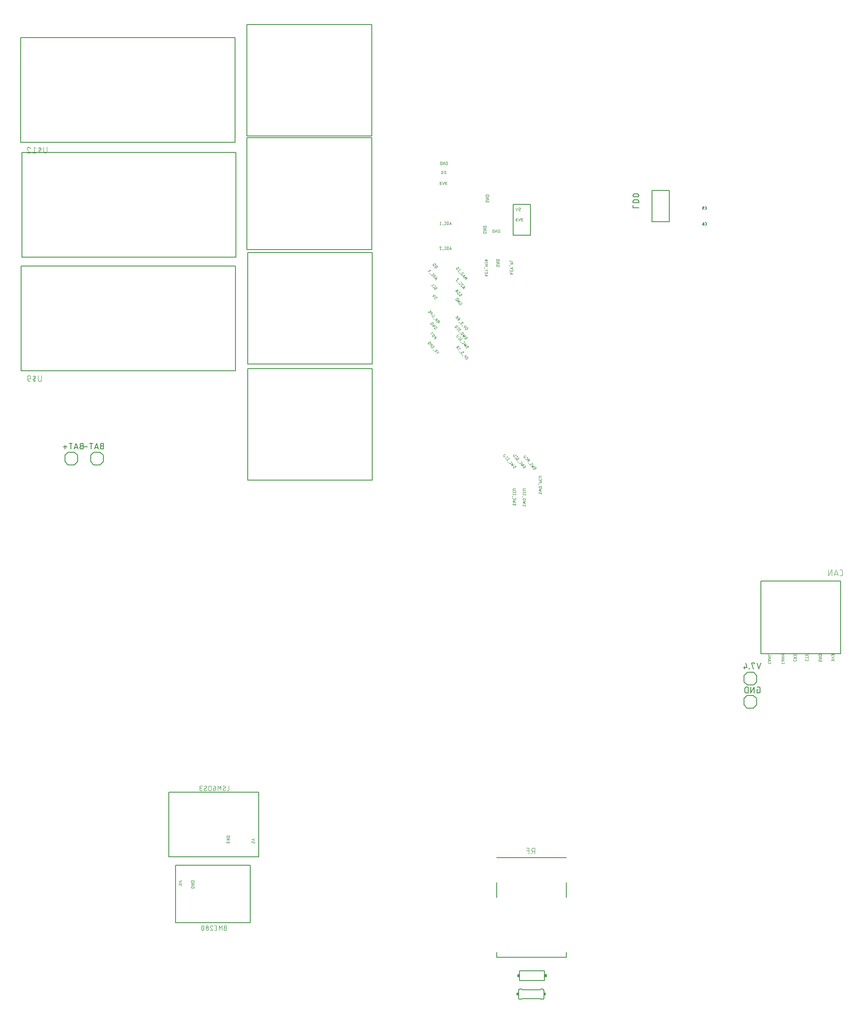
<source format=gbr>
G04 EAGLE Gerber RS-274X export*
G75*
%MOMM*%
%FSLAX34Y34*%
%LPD*%
%INSilkscreen Bottom*%
%IPPOS*%
%AMOC8*
5,1,8,0,0,1.08239X$1,22.5*%
G01*
%ADD10C,0.076200*%
%ADD11C,0.050800*%
%ADD12C,0.152400*%
%ADD13C,0.127000*%
%ADD14C,0.101600*%
%ADD15R,0.381000X0.508000*%


D10*
X459619Y180513D02*
X457053Y180513D01*
X456954Y180511D01*
X456854Y180505D01*
X456755Y180496D01*
X456657Y180482D01*
X456559Y180465D01*
X456461Y180444D01*
X456365Y180419D01*
X456270Y180390D01*
X456175Y180358D01*
X456083Y180322D01*
X455991Y180283D01*
X455901Y180240D01*
X455813Y180194D01*
X455727Y180144D01*
X455643Y180091D01*
X455561Y180035D01*
X455481Y179975D01*
X455404Y179913D01*
X455329Y179847D01*
X455256Y179779D01*
X455187Y179708D01*
X455120Y179634D01*
X455056Y179558D01*
X454995Y179479D01*
X454937Y179398D01*
X454882Y179315D01*
X454831Y179230D01*
X454783Y179143D01*
X454738Y179054D01*
X454697Y178963D01*
X454659Y178871D01*
X454625Y178778D01*
X454595Y178683D01*
X454568Y178587D01*
X454545Y178490D01*
X454526Y178393D01*
X454511Y178294D01*
X454499Y178195D01*
X454491Y178096D01*
X454487Y177997D01*
X454487Y177897D01*
X454491Y177798D01*
X454499Y177699D01*
X454511Y177600D01*
X454526Y177501D01*
X454545Y177404D01*
X454568Y177307D01*
X454595Y177211D01*
X454625Y177116D01*
X454659Y177023D01*
X454697Y176931D01*
X454738Y176840D01*
X454783Y176751D01*
X454831Y176664D01*
X454882Y176579D01*
X454937Y176496D01*
X454995Y176415D01*
X455056Y176336D01*
X455120Y176260D01*
X455187Y176186D01*
X455256Y176115D01*
X455329Y176047D01*
X455404Y175981D01*
X455481Y175919D01*
X455561Y175859D01*
X455643Y175803D01*
X455727Y175750D01*
X455813Y175700D01*
X455901Y175654D01*
X455991Y175611D01*
X456083Y175572D01*
X456175Y175536D01*
X456270Y175504D01*
X456365Y175475D01*
X456461Y175450D01*
X456559Y175429D01*
X456657Y175412D01*
X456755Y175398D01*
X456854Y175389D01*
X456954Y175383D01*
X457053Y175381D01*
X459619Y175381D01*
X459619Y184619D01*
X457053Y184619D01*
X456963Y184617D01*
X456874Y184611D01*
X456785Y184601D01*
X456697Y184588D01*
X456609Y184570D01*
X456522Y184549D01*
X456436Y184524D01*
X456351Y184495D01*
X456267Y184463D01*
X456185Y184427D01*
X456105Y184387D01*
X456027Y184344D01*
X455950Y184297D01*
X455875Y184248D01*
X455803Y184195D01*
X455733Y184139D01*
X455666Y184080D01*
X455601Y184018D01*
X455539Y183953D01*
X455480Y183886D01*
X455424Y183816D01*
X455371Y183744D01*
X455322Y183669D01*
X455275Y183593D01*
X455232Y183514D01*
X455192Y183434D01*
X455156Y183352D01*
X455124Y183268D01*
X455095Y183183D01*
X455070Y183097D01*
X455049Y183010D01*
X455031Y182922D01*
X455018Y182834D01*
X455008Y182745D01*
X455002Y182656D01*
X455000Y182566D01*
X455002Y182476D01*
X455008Y182387D01*
X455018Y182298D01*
X455031Y182210D01*
X455049Y182122D01*
X455070Y182035D01*
X455095Y181949D01*
X455124Y181864D01*
X455156Y181780D01*
X455192Y181698D01*
X455232Y181618D01*
X455275Y181540D01*
X455322Y181463D01*
X455371Y181388D01*
X455424Y181316D01*
X455480Y181246D01*
X455539Y181179D01*
X455601Y181114D01*
X455666Y181052D01*
X455733Y180993D01*
X455803Y180937D01*
X455875Y180884D01*
X455950Y180835D01*
X456027Y180788D01*
X456105Y180745D01*
X456185Y180705D01*
X456267Y180669D01*
X456351Y180637D01*
X456436Y180608D01*
X456522Y180583D01*
X456609Y180562D01*
X456697Y180544D01*
X456785Y180531D01*
X456874Y180521D01*
X456963Y180515D01*
X457053Y180513D01*
X450662Y184619D02*
X450662Y175381D01*
X447583Y179487D02*
X450662Y184619D01*
X447583Y179487D02*
X444504Y184619D01*
X444504Y175381D01*
X439932Y175381D02*
X435826Y175381D01*
X439932Y175381D02*
X439932Y184619D01*
X435826Y184619D01*
X436853Y180513D02*
X439932Y180513D01*
X429627Y184619D02*
X429532Y184617D01*
X429436Y184611D01*
X429341Y184601D01*
X429247Y184587D01*
X429153Y184570D01*
X429060Y184548D01*
X428968Y184523D01*
X428877Y184494D01*
X428787Y184461D01*
X428699Y184424D01*
X428612Y184384D01*
X428528Y184341D01*
X428445Y184293D01*
X428364Y184243D01*
X428285Y184189D01*
X428208Y184132D01*
X428134Y184072D01*
X428062Y184009D01*
X427994Y183942D01*
X427927Y183874D01*
X427864Y183802D01*
X427804Y183728D01*
X427747Y183651D01*
X427693Y183572D01*
X427643Y183491D01*
X427595Y183408D01*
X427552Y183324D01*
X427512Y183237D01*
X427475Y183149D01*
X427442Y183059D01*
X427413Y182968D01*
X427388Y182876D01*
X427366Y182783D01*
X427349Y182689D01*
X427335Y182595D01*
X427325Y182500D01*
X427319Y182404D01*
X427317Y182309D01*
X429627Y184619D02*
X429734Y184617D01*
X429840Y184611D01*
X429946Y184602D01*
X430052Y184588D01*
X430157Y184571D01*
X430262Y184550D01*
X430365Y184526D01*
X430468Y184497D01*
X430570Y184465D01*
X430670Y184430D01*
X430769Y184390D01*
X430867Y184347D01*
X430963Y184301D01*
X431057Y184251D01*
X431150Y184198D01*
X431240Y184142D01*
X431329Y184082D01*
X431415Y184020D01*
X431499Y183954D01*
X431580Y183885D01*
X431659Y183814D01*
X431736Y183739D01*
X431809Y183662D01*
X431880Y183582D01*
X431948Y183500D01*
X432013Y183416D01*
X432075Y183329D01*
X432133Y183240D01*
X432189Y183149D01*
X432241Y183056D01*
X432290Y182961D01*
X432335Y182864D01*
X432377Y182766D01*
X432415Y182667D01*
X432450Y182566D01*
X428088Y180513D02*
X428020Y180580D01*
X427954Y180650D01*
X427892Y180723D01*
X427832Y180797D01*
X427775Y180874D01*
X427721Y180953D01*
X427671Y181034D01*
X427623Y181117D01*
X427579Y181202D01*
X427538Y181288D01*
X427500Y181376D01*
X427466Y181465D01*
X427435Y181556D01*
X427408Y181648D01*
X427384Y181740D01*
X427364Y181834D01*
X427347Y181928D01*
X427335Y182023D01*
X427325Y182118D01*
X427320Y182213D01*
X427318Y182309D01*
X428087Y180513D02*
X432449Y175381D01*
X427317Y175381D01*
X423449Y177947D02*
X423447Y178046D01*
X423441Y178146D01*
X423432Y178245D01*
X423418Y178343D01*
X423401Y178441D01*
X423380Y178539D01*
X423355Y178635D01*
X423326Y178730D01*
X423294Y178825D01*
X423258Y178917D01*
X423219Y179009D01*
X423176Y179099D01*
X423130Y179187D01*
X423080Y179273D01*
X423027Y179357D01*
X422971Y179439D01*
X422911Y179519D01*
X422849Y179596D01*
X422783Y179671D01*
X422715Y179744D01*
X422644Y179813D01*
X422570Y179880D01*
X422494Y179944D01*
X422415Y180005D01*
X422334Y180063D01*
X422251Y180118D01*
X422166Y180169D01*
X422079Y180217D01*
X421990Y180262D01*
X421899Y180303D01*
X421807Y180341D01*
X421714Y180375D01*
X421619Y180405D01*
X421523Y180432D01*
X421426Y180455D01*
X421329Y180474D01*
X421230Y180489D01*
X421131Y180501D01*
X421032Y180509D01*
X420933Y180513D01*
X420833Y180513D01*
X420734Y180509D01*
X420635Y180501D01*
X420536Y180489D01*
X420437Y180474D01*
X420340Y180455D01*
X420243Y180432D01*
X420147Y180405D01*
X420052Y180375D01*
X419959Y180341D01*
X419867Y180303D01*
X419776Y180262D01*
X419687Y180217D01*
X419600Y180169D01*
X419515Y180118D01*
X419432Y180063D01*
X419351Y180005D01*
X419272Y179944D01*
X419196Y179880D01*
X419122Y179813D01*
X419051Y179744D01*
X418983Y179671D01*
X418917Y179596D01*
X418855Y179519D01*
X418795Y179439D01*
X418739Y179357D01*
X418686Y179273D01*
X418636Y179187D01*
X418590Y179099D01*
X418547Y179009D01*
X418508Y178917D01*
X418472Y178825D01*
X418440Y178730D01*
X418411Y178635D01*
X418386Y178539D01*
X418365Y178441D01*
X418348Y178343D01*
X418334Y178245D01*
X418325Y178146D01*
X418319Y178046D01*
X418317Y177947D01*
X418319Y177848D01*
X418325Y177748D01*
X418334Y177649D01*
X418348Y177551D01*
X418365Y177453D01*
X418386Y177355D01*
X418411Y177259D01*
X418440Y177164D01*
X418472Y177069D01*
X418508Y176977D01*
X418547Y176885D01*
X418590Y176795D01*
X418636Y176707D01*
X418686Y176621D01*
X418739Y176537D01*
X418795Y176455D01*
X418855Y176375D01*
X418917Y176298D01*
X418983Y176223D01*
X419051Y176150D01*
X419122Y176081D01*
X419196Y176014D01*
X419272Y175950D01*
X419351Y175889D01*
X419432Y175831D01*
X419515Y175776D01*
X419600Y175725D01*
X419687Y175677D01*
X419776Y175632D01*
X419867Y175591D01*
X419959Y175553D01*
X420052Y175519D01*
X420147Y175489D01*
X420243Y175462D01*
X420340Y175439D01*
X420437Y175420D01*
X420536Y175405D01*
X420635Y175393D01*
X420734Y175385D01*
X420833Y175381D01*
X420933Y175381D01*
X421032Y175385D01*
X421131Y175393D01*
X421230Y175405D01*
X421329Y175420D01*
X421426Y175439D01*
X421523Y175462D01*
X421619Y175489D01*
X421714Y175519D01*
X421807Y175553D01*
X421899Y175591D01*
X421990Y175632D01*
X422079Y175677D01*
X422166Y175725D01*
X422251Y175776D01*
X422334Y175831D01*
X422415Y175889D01*
X422494Y175950D01*
X422570Y176014D01*
X422644Y176081D01*
X422715Y176150D01*
X422783Y176223D01*
X422849Y176298D01*
X422911Y176375D01*
X422971Y176455D01*
X423027Y176537D01*
X423080Y176621D01*
X423130Y176707D01*
X423176Y176795D01*
X423219Y176885D01*
X423258Y176977D01*
X423294Y177069D01*
X423326Y177164D01*
X423355Y177259D01*
X423380Y177355D01*
X423401Y177453D01*
X423418Y177551D01*
X423432Y177649D01*
X423441Y177748D01*
X423447Y177848D01*
X423449Y177947D01*
X422936Y182566D02*
X422934Y182656D01*
X422928Y182745D01*
X422918Y182834D01*
X422905Y182922D01*
X422887Y183010D01*
X422866Y183097D01*
X422841Y183183D01*
X422812Y183268D01*
X422780Y183352D01*
X422744Y183434D01*
X422704Y183514D01*
X422661Y183593D01*
X422614Y183669D01*
X422565Y183744D01*
X422512Y183816D01*
X422456Y183886D01*
X422397Y183953D01*
X422335Y184018D01*
X422270Y184080D01*
X422203Y184139D01*
X422133Y184195D01*
X422061Y184248D01*
X421986Y184297D01*
X421910Y184344D01*
X421831Y184387D01*
X421751Y184427D01*
X421669Y184463D01*
X421585Y184495D01*
X421500Y184524D01*
X421414Y184549D01*
X421327Y184570D01*
X421239Y184588D01*
X421151Y184601D01*
X421062Y184611D01*
X420973Y184617D01*
X420883Y184619D01*
X420793Y184617D01*
X420704Y184611D01*
X420615Y184601D01*
X420527Y184588D01*
X420439Y184570D01*
X420352Y184549D01*
X420266Y184524D01*
X420181Y184495D01*
X420097Y184463D01*
X420015Y184427D01*
X419935Y184387D01*
X419857Y184344D01*
X419780Y184297D01*
X419705Y184248D01*
X419633Y184195D01*
X419563Y184139D01*
X419496Y184080D01*
X419431Y184018D01*
X419369Y183953D01*
X419310Y183886D01*
X419254Y183816D01*
X419201Y183744D01*
X419152Y183669D01*
X419105Y183593D01*
X419062Y183514D01*
X419022Y183434D01*
X418986Y183352D01*
X418954Y183268D01*
X418925Y183183D01*
X418900Y183097D01*
X418879Y183010D01*
X418861Y182922D01*
X418848Y182834D01*
X418838Y182745D01*
X418832Y182656D01*
X418830Y182566D01*
X418832Y182476D01*
X418838Y182387D01*
X418848Y182298D01*
X418861Y182210D01*
X418879Y182122D01*
X418900Y182035D01*
X418925Y181949D01*
X418954Y181864D01*
X418986Y181780D01*
X419022Y181698D01*
X419062Y181618D01*
X419105Y181540D01*
X419152Y181463D01*
X419201Y181388D01*
X419254Y181316D01*
X419310Y181246D01*
X419369Y181179D01*
X419431Y181114D01*
X419496Y181052D01*
X419563Y180993D01*
X419633Y180937D01*
X419705Y180884D01*
X419780Y180835D01*
X419857Y180788D01*
X419935Y180745D01*
X420015Y180705D01*
X420097Y180669D01*
X420181Y180637D01*
X420266Y180608D01*
X420352Y180583D01*
X420439Y180562D01*
X420527Y180544D01*
X420615Y180531D01*
X420704Y180521D01*
X420793Y180515D01*
X420883Y180513D01*
X420973Y180515D01*
X421062Y180521D01*
X421151Y180531D01*
X421239Y180544D01*
X421327Y180562D01*
X421414Y180583D01*
X421500Y180608D01*
X421585Y180637D01*
X421669Y180669D01*
X421751Y180705D01*
X421831Y180745D01*
X421910Y180788D01*
X421986Y180835D01*
X422061Y180884D01*
X422133Y180937D01*
X422203Y180993D01*
X422270Y181052D01*
X422335Y181114D01*
X422397Y181179D01*
X422456Y181246D01*
X422512Y181316D01*
X422565Y181388D01*
X422614Y181463D01*
X422661Y181540D01*
X422704Y181618D01*
X422744Y181698D01*
X422780Y181780D01*
X422812Y181864D01*
X422841Y181949D01*
X422866Y182035D01*
X422887Y182122D01*
X422905Y182210D01*
X422918Y182298D01*
X422928Y182387D01*
X422934Y182476D01*
X422936Y182566D01*
X414449Y180000D02*
X414447Y180182D01*
X414440Y180363D01*
X414429Y180545D01*
X414414Y180726D01*
X414395Y180907D01*
X414371Y181087D01*
X414343Y181266D01*
X414311Y181445D01*
X414274Y181623D01*
X414233Y181800D01*
X414188Y181976D01*
X414139Y182151D01*
X414085Y182325D01*
X414028Y182497D01*
X413966Y182668D01*
X413900Y182838D01*
X413831Y183006D01*
X413757Y183172D01*
X413679Y183336D01*
X413650Y183415D01*
X413618Y183492D01*
X413582Y183568D01*
X413543Y183643D01*
X413500Y183716D01*
X413454Y183786D01*
X413406Y183855D01*
X413354Y183921D01*
X413299Y183985D01*
X413242Y184046D01*
X413182Y184105D01*
X413119Y184162D01*
X413054Y184215D01*
X412987Y184265D01*
X412917Y184313D01*
X412846Y184357D01*
X412772Y184398D01*
X412697Y184436D01*
X412620Y184470D01*
X412542Y184501D01*
X412463Y184528D01*
X412382Y184552D01*
X412300Y184573D01*
X412218Y184589D01*
X412135Y184602D01*
X412051Y184612D01*
X411967Y184617D01*
X411883Y184619D01*
X411799Y184617D01*
X411715Y184612D01*
X411631Y184602D01*
X411548Y184589D01*
X411466Y184573D01*
X411384Y184552D01*
X411303Y184528D01*
X411224Y184501D01*
X411146Y184470D01*
X411069Y184436D01*
X410994Y184398D01*
X410920Y184357D01*
X410849Y184313D01*
X410779Y184265D01*
X410712Y184215D01*
X410647Y184162D01*
X410584Y184105D01*
X410524Y184047D01*
X410467Y183985D01*
X410412Y183921D01*
X410360Y183855D01*
X410312Y183786D01*
X410266Y183716D01*
X410223Y183643D01*
X410184Y183569D01*
X410148Y183492D01*
X410116Y183415D01*
X410087Y183336D01*
X410009Y183172D01*
X409935Y183006D01*
X409866Y182838D01*
X409800Y182668D01*
X409738Y182497D01*
X409681Y182325D01*
X409627Y182151D01*
X409578Y181976D01*
X409533Y181800D01*
X409492Y181623D01*
X409455Y181445D01*
X409423Y181266D01*
X409395Y181087D01*
X409371Y180907D01*
X409352Y180726D01*
X409337Y180545D01*
X409326Y180363D01*
X409319Y180182D01*
X409317Y180000D01*
X414449Y180000D02*
X414447Y179818D01*
X414440Y179637D01*
X414429Y179455D01*
X414414Y179274D01*
X414395Y179093D01*
X414371Y178913D01*
X414343Y178734D01*
X414311Y178555D01*
X414274Y178377D01*
X414233Y178200D01*
X414188Y178024D01*
X414139Y177849D01*
X414085Y177675D01*
X414028Y177503D01*
X413966Y177332D01*
X413900Y177162D01*
X413831Y176995D01*
X413757Y176828D01*
X413679Y176664D01*
X413650Y176585D01*
X413618Y176508D01*
X413582Y176431D01*
X413543Y176357D01*
X413500Y176284D01*
X413454Y176214D01*
X413406Y176145D01*
X413354Y176079D01*
X413299Y176015D01*
X413242Y175953D01*
X413182Y175895D01*
X413119Y175838D01*
X413054Y175785D01*
X412987Y175735D01*
X412917Y175687D01*
X412846Y175643D01*
X412772Y175602D01*
X412697Y175564D01*
X412620Y175530D01*
X412542Y175499D01*
X412463Y175472D01*
X412382Y175448D01*
X412300Y175427D01*
X412218Y175411D01*
X412135Y175398D01*
X412051Y175388D01*
X411967Y175383D01*
X411883Y175381D01*
X410087Y176664D02*
X410009Y176828D01*
X409935Y176994D01*
X409866Y177162D01*
X409800Y177332D01*
X409738Y177503D01*
X409681Y177675D01*
X409627Y177849D01*
X409578Y178024D01*
X409533Y178200D01*
X409492Y178377D01*
X409455Y178555D01*
X409423Y178734D01*
X409395Y178913D01*
X409371Y179093D01*
X409352Y179274D01*
X409337Y179455D01*
X409326Y179637D01*
X409319Y179818D01*
X409317Y180000D01*
X410087Y176664D02*
X410116Y176585D01*
X410148Y176508D01*
X410184Y176431D01*
X410223Y176357D01*
X410266Y176284D01*
X410312Y176214D01*
X410360Y176145D01*
X410412Y176079D01*
X410467Y176015D01*
X410524Y175953D01*
X410584Y175895D01*
X410647Y175838D01*
X410712Y175785D01*
X410779Y175735D01*
X410849Y175687D01*
X410920Y175643D01*
X410994Y175602D01*
X411069Y175564D01*
X411146Y175530D01*
X411224Y175499D01*
X411303Y175472D01*
X411384Y175448D01*
X411466Y175427D01*
X411548Y175411D01*
X411631Y175398D01*
X411715Y175388D01*
X411799Y175383D01*
X411883Y175381D01*
X413936Y177434D02*
X409830Y182566D01*
X464619Y455381D02*
X464619Y464619D01*
X464619Y455381D02*
X460513Y455381D01*
X454357Y455381D02*
X454267Y455383D01*
X454178Y455389D01*
X454089Y455399D01*
X454001Y455412D01*
X453913Y455430D01*
X453826Y455451D01*
X453740Y455476D01*
X453655Y455505D01*
X453571Y455537D01*
X453489Y455573D01*
X453409Y455613D01*
X453331Y455656D01*
X453254Y455703D01*
X453179Y455752D01*
X453107Y455805D01*
X453037Y455861D01*
X452970Y455920D01*
X452905Y455982D01*
X452843Y456047D01*
X452784Y456114D01*
X452728Y456184D01*
X452675Y456256D01*
X452626Y456331D01*
X452579Y456407D01*
X452536Y456486D01*
X452496Y456566D01*
X452460Y456648D01*
X452428Y456732D01*
X452399Y456817D01*
X452374Y456903D01*
X452353Y456990D01*
X452335Y457077D01*
X452322Y457166D01*
X452312Y457255D01*
X452306Y457344D01*
X452304Y457434D01*
X454357Y455381D02*
X454484Y455383D01*
X454611Y455388D01*
X454737Y455398D01*
X454863Y455411D01*
X454989Y455427D01*
X455114Y455448D01*
X455239Y455472D01*
X455362Y455499D01*
X455485Y455530D01*
X455607Y455565D01*
X455728Y455603D01*
X455848Y455645D01*
X455966Y455691D01*
X456083Y455739D01*
X456199Y455792D01*
X456313Y455847D01*
X456425Y455906D01*
X456536Y455968D01*
X456645Y456033D01*
X456751Y456102D01*
X456856Y456173D01*
X456959Y456248D01*
X457059Y456326D01*
X457157Y456406D01*
X457253Y456489D01*
X457346Y456575D01*
X457436Y456664D01*
X457180Y462566D02*
X457178Y462656D01*
X457172Y462745D01*
X457162Y462834D01*
X457149Y462922D01*
X457131Y463010D01*
X457110Y463097D01*
X457085Y463183D01*
X457056Y463268D01*
X457024Y463352D01*
X456988Y463434D01*
X456948Y463514D01*
X456905Y463593D01*
X456858Y463669D01*
X456809Y463744D01*
X456756Y463816D01*
X456700Y463886D01*
X456641Y463953D01*
X456579Y464018D01*
X456514Y464080D01*
X456447Y464139D01*
X456377Y464195D01*
X456305Y464248D01*
X456230Y464297D01*
X456154Y464344D01*
X456075Y464387D01*
X455995Y464427D01*
X455913Y464463D01*
X455829Y464495D01*
X455744Y464524D01*
X455658Y464549D01*
X455571Y464570D01*
X455483Y464588D01*
X455395Y464601D01*
X455306Y464611D01*
X455217Y464617D01*
X455127Y464619D01*
X455003Y464617D01*
X454879Y464611D01*
X454756Y464601D01*
X454633Y464587D01*
X454510Y464569D01*
X454389Y464547D01*
X454267Y464522D01*
X454147Y464492D01*
X454028Y464459D01*
X453910Y464421D01*
X453793Y464380D01*
X453678Y464336D01*
X453564Y464287D01*
X453451Y464235D01*
X453341Y464179D01*
X453232Y464120D01*
X453125Y464057D01*
X453020Y463991D01*
X452918Y463922D01*
X452818Y463849D01*
X456154Y460770D02*
X456230Y460817D01*
X456305Y460868D01*
X456377Y460922D01*
X456447Y460979D01*
X456514Y461039D01*
X456579Y461102D01*
X456641Y461167D01*
X456700Y461235D01*
X456756Y461306D01*
X456809Y461379D01*
X456859Y461454D01*
X456905Y461532D01*
X456948Y461611D01*
X456988Y461692D01*
X457024Y461775D01*
X457056Y461859D01*
X457085Y461944D01*
X457110Y462031D01*
X457131Y462119D01*
X457149Y462207D01*
X457162Y462296D01*
X457172Y462386D01*
X457178Y462476D01*
X457180Y462566D01*
X453331Y459230D02*
X453254Y459183D01*
X453179Y459132D01*
X453107Y459078D01*
X453037Y459021D01*
X452970Y458961D01*
X452905Y458898D01*
X452843Y458833D01*
X452784Y458765D01*
X452728Y458694D01*
X452675Y458621D01*
X452625Y458546D01*
X452579Y458468D01*
X452536Y458389D01*
X452496Y458308D01*
X452460Y458225D01*
X452428Y458141D01*
X452399Y458056D01*
X452374Y457969D01*
X452353Y457882D01*
X452335Y457793D01*
X452322Y457704D01*
X452312Y457614D01*
X452306Y457524D01*
X452304Y457434D01*
X453331Y459230D02*
X456153Y460770D01*
X448350Y464619D02*
X448350Y455381D01*
X445270Y459487D02*
X448350Y464619D01*
X445270Y459487D02*
X442191Y464619D01*
X442191Y455381D01*
X437936Y460513D02*
X434857Y460513D01*
X434767Y460511D01*
X434678Y460505D01*
X434589Y460495D01*
X434501Y460482D01*
X434413Y460464D01*
X434326Y460443D01*
X434240Y460418D01*
X434155Y460389D01*
X434071Y460357D01*
X433989Y460321D01*
X433909Y460281D01*
X433831Y460238D01*
X433754Y460191D01*
X433679Y460142D01*
X433607Y460089D01*
X433537Y460033D01*
X433470Y459974D01*
X433405Y459912D01*
X433343Y459847D01*
X433284Y459780D01*
X433228Y459710D01*
X433175Y459638D01*
X433126Y459563D01*
X433079Y459487D01*
X433036Y459408D01*
X432996Y459328D01*
X432960Y459246D01*
X432928Y459162D01*
X432899Y459077D01*
X432874Y458991D01*
X432853Y458904D01*
X432835Y458817D01*
X432822Y458728D01*
X432812Y458639D01*
X432806Y458550D01*
X432804Y458460D01*
X432804Y457947D01*
X432806Y457848D01*
X432812Y457748D01*
X432821Y457649D01*
X432835Y457551D01*
X432852Y457453D01*
X432873Y457355D01*
X432898Y457259D01*
X432927Y457164D01*
X432959Y457069D01*
X432995Y456977D01*
X433034Y456885D01*
X433077Y456795D01*
X433123Y456707D01*
X433173Y456621D01*
X433226Y456537D01*
X433282Y456455D01*
X433342Y456375D01*
X433404Y456298D01*
X433470Y456223D01*
X433538Y456150D01*
X433609Y456081D01*
X433683Y456014D01*
X433759Y455950D01*
X433838Y455889D01*
X433919Y455831D01*
X434002Y455776D01*
X434087Y455725D01*
X434174Y455677D01*
X434263Y455632D01*
X434354Y455591D01*
X434446Y455553D01*
X434539Y455519D01*
X434634Y455489D01*
X434730Y455462D01*
X434827Y455439D01*
X434924Y455420D01*
X435023Y455405D01*
X435122Y455393D01*
X435221Y455385D01*
X435320Y455381D01*
X435420Y455381D01*
X435519Y455385D01*
X435618Y455393D01*
X435717Y455405D01*
X435816Y455420D01*
X435913Y455439D01*
X436010Y455462D01*
X436106Y455489D01*
X436201Y455519D01*
X436294Y455553D01*
X436386Y455591D01*
X436477Y455632D01*
X436566Y455677D01*
X436653Y455725D01*
X436738Y455776D01*
X436821Y455831D01*
X436902Y455889D01*
X436981Y455950D01*
X437057Y456014D01*
X437131Y456081D01*
X437202Y456150D01*
X437270Y456223D01*
X437336Y456298D01*
X437398Y456375D01*
X437458Y456455D01*
X437514Y456537D01*
X437567Y456621D01*
X437617Y456707D01*
X437663Y456795D01*
X437706Y456885D01*
X437745Y456977D01*
X437781Y457069D01*
X437813Y457164D01*
X437842Y457259D01*
X437867Y457355D01*
X437888Y457453D01*
X437905Y457551D01*
X437919Y457649D01*
X437928Y457748D01*
X437934Y457848D01*
X437936Y457947D01*
X437936Y460513D01*
X437937Y460513D02*
X437935Y460639D01*
X437929Y460766D01*
X437919Y460892D01*
X437906Y461018D01*
X437888Y461143D01*
X437867Y461267D01*
X437842Y461391D01*
X437813Y461515D01*
X437780Y461637D01*
X437744Y461758D01*
X437704Y461878D01*
X437660Y461996D01*
X437612Y462113D01*
X437561Y462229D01*
X437507Y462343D01*
X437448Y462456D01*
X437387Y462566D01*
X437322Y462675D01*
X437254Y462781D01*
X437182Y462885D01*
X437108Y462987D01*
X437030Y463087D01*
X436949Y463184D01*
X436865Y463279D01*
X436779Y463371D01*
X436689Y463461D01*
X436597Y463547D01*
X436502Y463631D01*
X436405Y463712D01*
X436305Y463790D01*
X436203Y463864D01*
X436099Y463936D01*
X435993Y464004D01*
X435884Y464069D01*
X435774Y464130D01*
X435661Y464189D01*
X435547Y464243D01*
X435431Y464294D01*
X435314Y464342D01*
X435196Y464386D01*
X435076Y464426D01*
X434955Y464462D01*
X434833Y464495D01*
X434709Y464524D01*
X434585Y464549D01*
X434461Y464570D01*
X434336Y464588D01*
X434210Y464601D01*
X434084Y464611D01*
X433957Y464617D01*
X433831Y464619D01*
X428637Y464619D02*
X428637Y455381D01*
X428637Y464619D02*
X426070Y464619D01*
X425972Y464617D01*
X425874Y464611D01*
X425776Y464602D01*
X425678Y464589D01*
X425581Y464572D01*
X425485Y464552D01*
X425390Y464527D01*
X425296Y464499D01*
X425203Y464468D01*
X425111Y464433D01*
X425020Y464394D01*
X424931Y464353D01*
X424844Y464307D01*
X424759Y464259D01*
X424675Y464207D01*
X424594Y464152D01*
X424514Y464094D01*
X424437Y464033D01*
X424363Y463969D01*
X424291Y463902D01*
X424221Y463832D01*
X424154Y463760D01*
X424090Y463686D01*
X424029Y463609D01*
X423971Y463529D01*
X423916Y463448D01*
X423864Y463364D01*
X423816Y463279D01*
X423770Y463192D01*
X423729Y463103D01*
X423690Y463012D01*
X423655Y462920D01*
X423624Y462827D01*
X423596Y462733D01*
X423571Y462638D01*
X423551Y462542D01*
X423534Y462445D01*
X423521Y462347D01*
X423512Y462249D01*
X423506Y462151D01*
X423504Y462053D01*
X423504Y457947D01*
X423506Y457849D01*
X423512Y457751D01*
X423521Y457653D01*
X423534Y457555D01*
X423551Y457458D01*
X423571Y457362D01*
X423596Y457267D01*
X423624Y457173D01*
X423655Y457080D01*
X423690Y456988D01*
X423729Y456897D01*
X423770Y456808D01*
X423816Y456721D01*
X423864Y456636D01*
X423916Y456552D01*
X423971Y456471D01*
X424029Y456391D01*
X424090Y456314D01*
X424154Y456240D01*
X424221Y456168D01*
X424291Y456098D01*
X424363Y456031D01*
X424437Y455967D01*
X424514Y455906D01*
X424594Y455848D01*
X424675Y455793D01*
X424759Y455741D01*
X424844Y455693D01*
X424931Y455647D01*
X425020Y455606D01*
X425111Y455567D01*
X425203Y455532D01*
X425296Y455501D01*
X425390Y455473D01*
X425485Y455448D01*
X425581Y455428D01*
X425678Y455411D01*
X425776Y455398D01*
X425874Y455389D01*
X425972Y455383D01*
X426070Y455381D01*
X428637Y455381D01*
X416557Y455381D02*
X416467Y455383D01*
X416378Y455389D01*
X416289Y455399D01*
X416201Y455412D01*
X416113Y455430D01*
X416026Y455451D01*
X415940Y455476D01*
X415855Y455505D01*
X415771Y455537D01*
X415689Y455573D01*
X415609Y455613D01*
X415531Y455656D01*
X415454Y455703D01*
X415379Y455752D01*
X415307Y455805D01*
X415237Y455861D01*
X415170Y455920D01*
X415105Y455982D01*
X415043Y456047D01*
X414984Y456114D01*
X414928Y456184D01*
X414875Y456256D01*
X414826Y456331D01*
X414779Y456407D01*
X414736Y456486D01*
X414696Y456566D01*
X414660Y456648D01*
X414628Y456732D01*
X414599Y456817D01*
X414574Y456903D01*
X414553Y456990D01*
X414535Y457077D01*
X414522Y457166D01*
X414512Y457255D01*
X414506Y457344D01*
X414504Y457434D01*
X416557Y455381D02*
X416684Y455383D01*
X416811Y455388D01*
X416937Y455398D01*
X417063Y455411D01*
X417189Y455427D01*
X417314Y455448D01*
X417439Y455472D01*
X417562Y455499D01*
X417685Y455530D01*
X417807Y455565D01*
X417928Y455603D01*
X418048Y455645D01*
X418166Y455691D01*
X418283Y455739D01*
X418399Y455792D01*
X418513Y455847D01*
X418625Y455906D01*
X418736Y455968D01*
X418845Y456033D01*
X418951Y456102D01*
X419056Y456173D01*
X419159Y456248D01*
X419259Y456326D01*
X419357Y456406D01*
X419453Y456489D01*
X419546Y456575D01*
X419636Y456664D01*
X419380Y462566D02*
X419378Y462656D01*
X419372Y462745D01*
X419362Y462834D01*
X419349Y462922D01*
X419331Y463010D01*
X419310Y463097D01*
X419285Y463183D01*
X419256Y463268D01*
X419224Y463352D01*
X419188Y463434D01*
X419148Y463514D01*
X419105Y463593D01*
X419058Y463669D01*
X419009Y463744D01*
X418956Y463816D01*
X418900Y463886D01*
X418841Y463953D01*
X418779Y464018D01*
X418714Y464080D01*
X418647Y464139D01*
X418577Y464195D01*
X418505Y464248D01*
X418430Y464297D01*
X418354Y464344D01*
X418275Y464387D01*
X418195Y464427D01*
X418113Y464463D01*
X418029Y464495D01*
X417944Y464524D01*
X417858Y464549D01*
X417771Y464570D01*
X417683Y464588D01*
X417595Y464601D01*
X417506Y464611D01*
X417417Y464617D01*
X417327Y464619D01*
X417203Y464617D01*
X417079Y464611D01*
X416956Y464601D01*
X416833Y464587D01*
X416710Y464569D01*
X416589Y464547D01*
X416467Y464522D01*
X416347Y464492D01*
X416228Y464459D01*
X416110Y464421D01*
X415993Y464380D01*
X415878Y464336D01*
X415764Y464287D01*
X415651Y464235D01*
X415541Y464179D01*
X415432Y464120D01*
X415325Y464057D01*
X415220Y463991D01*
X415118Y463922D01*
X415018Y463849D01*
X418354Y460770D02*
X418430Y460817D01*
X418505Y460868D01*
X418577Y460922D01*
X418647Y460979D01*
X418714Y461039D01*
X418779Y461102D01*
X418841Y461167D01*
X418900Y461235D01*
X418956Y461306D01*
X419009Y461379D01*
X419059Y461454D01*
X419105Y461532D01*
X419148Y461611D01*
X419188Y461692D01*
X419224Y461775D01*
X419256Y461859D01*
X419285Y461944D01*
X419310Y462031D01*
X419331Y462119D01*
X419349Y462207D01*
X419362Y462296D01*
X419372Y462386D01*
X419378Y462476D01*
X419380Y462566D01*
X415531Y459230D02*
X415454Y459183D01*
X415379Y459132D01*
X415307Y459078D01*
X415237Y459021D01*
X415170Y458961D01*
X415105Y458898D01*
X415043Y458833D01*
X414984Y458765D01*
X414928Y458694D01*
X414875Y458621D01*
X414825Y458546D01*
X414779Y458468D01*
X414736Y458389D01*
X414696Y458308D01*
X414660Y458225D01*
X414628Y458141D01*
X414599Y458056D01*
X414574Y457969D01*
X414553Y457882D01*
X414535Y457793D01*
X414522Y457704D01*
X414512Y457614D01*
X414506Y457524D01*
X414504Y457434D01*
X415531Y459230D02*
X418354Y460770D01*
X410937Y455381D02*
X408370Y455381D01*
X408271Y455383D01*
X408171Y455389D01*
X408072Y455398D01*
X407974Y455412D01*
X407876Y455429D01*
X407778Y455450D01*
X407682Y455475D01*
X407587Y455504D01*
X407492Y455536D01*
X407400Y455572D01*
X407308Y455611D01*
X407218Y455654D01*
X407130Y455700D01*
X407044Y455750D01*
X406960Y455803D01*
X406878Y455859D01*
X406798Y455919D01*
X406721Y455981D01*
X406646Y456047D01*
X406573Y456115D01*
X406504Y456186D01*
X406437Y456260D01*
X406373Y456336D01*
X406312Y456415D01*
X406254Y456496D01*
X406199Y456579D01*
X406148Y456664D01*
X406100Y456751D01*
X406055Y456840D01*
X406014Y456931D01*
X405976Y457023D01*
X405942Y457116D01*
X405912Y457211D01*
X405885Y457307D01*
X405862Y457404D01*
X405843Y457501D01*
X405828Y457600D01*
X405816Y457699D01*
X405808Y457798D01*
X405804Y457897D01*
X405804Y457997D01*
X405808Y458096D01*
X405816Y458195D01*
X405828Y458294D01*
X405843Y458393D01*
X405862Y458490D01*
X405885Y458587D01*
X405912Y458683D01*
X405942Y458778D01*
X405976Y458871D01*
X406014Y458963D01*
X406055Y459054D01*
X406100Y459143D01*
X406148Y459230D01*
X406199Y459315D01*
X406254Y459398D01*
X406312Y459479D01*
X406373Y459558D01*
X406437Y459634D01*
X406504Y459708D01*
X406573Y459779D01*
X406646Y459847D01*
X406721Y459913D01*
X406798Y459975D01*
X406878Y460035D01*
X406960Y460091D01*
X407044Y460144D01*
X407130Y460194D01*
X407218Y460240D01*
X407308Y460283D01*
X407400Y460322D01*
X407492Y460358D01*
X407587Y460390D01*
X407682Y460419D01*
X407778Y460444D01*
X407876Y460465D01*
X407974Y460482D01*
X408072Y460496D01*
X408171Y460505D01*
X408271Y460511D01*
X408370Y460513D01*
X407857Y464619D02*
X410937Y464619D01*
X407857Y464619D02*
X407767Y464617D01*
X407678Y464611D01*
X407589Y464601D01*
X407501Y464588D01*
X407413Y464570D01*
X407326Y464549D01*
X407240Y464524D01*
X407155Y464495D01*
X407071Y464463D01*
X406989Y464427D01*
X406909Y464387D01*
X406831Y464344D01*
X406754Y464297D01*
X406679Y464248D01*
X406607Y464195D01*
X406537Y464139D01*
X406470Y464080D01*
X406405Y464018D01*
X406343Y463953D01*
X406284Y463886D01*
X406228Y463816D01*
X406175Y463744D01*
X406126Y463669D01*
X406079Y463593D01*
X406036Y463514D01*
X405996Y463434D01*
X405960Y463352D01*
X405928Y463268D01*
X405899Y463183D01*
X405874Y463097D01*
X405853Y463010D01*
X405835Y462922D01*
X405822Y462834D01*
X405812Y462745D01*
X405806Y462656D01*
X405804Y462566D01*
X405806Y462476D01*
X405812Y462387D01*
X405822Y462298D01*
X405835Y462210D01*
X405853Y462122D01*
X405874Y462035D01*
X405899Y461949D01*
X405928Y461864D01*
X405960Y461780D01*
X405996Y461698D01*
X406036Y461618D01*
X406079Y461540D01*
X406126Y461463D01*
X406175Y461388D01*
X406228Y461316D01*
X406284Y461246D01*
X406343Y461179D01*
X406405Y461114D01*
X406470Y461052D01*
X406537Y460993D01*
X406607Y460937D01*
X406679Y460884D01*
X406754Y460835D01*
X406831Y460788D01*
X406909Y460745D01*
X406989Y460705D01*
X407071Y460669D01*
X407155Y460637D01*
X407240Y460608D01*
X407326Y460583D01*
X407413Y460562D01*
X407501Y460544D01*
X407589Y460531D01*
X407678Y460521D01*
X407767Y460515D01*
X407857Y460513D01*
X409910Y460513D01*
D11*
X463305Y353305D02*
X463305Y352390D01*
X463305Y353305D02*
X460254Y353305D01*
X460254Y351474D01*
X460256Y351406D01*
X460262Y351337D01*
X460271Y351270D01*
X460285Y351203D01*
X460302Y351136D01*
X460322Y351071D01*
X460347Y351007D01*
X460375Y350945D01*
X460406Y350884D01*
X460441Y350825D01*
X460479Y350768D01*
X460520Y350713D01*
X460564Y350661D01*
X460611Y350611D01*
X460661Y350564D01*
X460713Y350520D01*
X460768Y350479D01*
X460825Y350441D01*
X460884Y350406D01*
X460945Y350375D01*
X461007Y350347D01*
X461071Y350322D01*
X461136Y350302D01*
X461203Y350285D01*
X461270Y350271D01*
X461337Y350262D01*
X461406Y350256D01*
X461474Y350254D01*
X464526Y350254D01*
X464594Y350256D01*
X464663Y350262D01*
X464730Y350271D01*
X464797Y350285D01*
X464864Y350302D01*
X464929Y350322D01*
X464993Y350347D01*
X465055Y350375D01*
X465116Y350406D01*
X465175Y350441D01*
X465232Y350479D01*
X465287Y350520D01*
X465339Y350564D01*
X465389Y350611D01*
X465436Y350661D01*
X465480Y350713D01*
X465521Y350768D01*
X465559Y350825D01*
X465594Y350884D01*
X465625Y350945D01*
X465653Y351007D01*
X465678Y351071D01*
X465698Y351136D01*
X465715Y351202D01*
X465729Y351270D01*
X465738Y351337D01*
X465744Y351406D01*
X465746Y351474D01*
X465746Y353305D01*
X465746Y356014D02*
X460254Y356014D01*
X460254Y359065D02*
X465746Y356014D01*
X465746Y359065D02*
X460254Y359065D01*
X460254Y361774D02*
X465746Y361774D01*
X465746Y363299D01*
X465744Y363376D01*
X465738Y363453D01*
X465728Y363530D01*
X465715Y363606D01*
X465697Y363681D01*
X465676Y363756D01*
X465651Y363829D01*
X465622Y363901D01*
X465590Y363971D01*
X465554Y364040D01*
X465515Y364106D01*
X465472Y364171D01*
X465427Y364233D01*
X465378Y364293D01*
X465326Y364350D01*
X465271Y364405D01*
X465214Y364457D01*
X465154Y364506D01*
X465092Y364551D01*
X465027Y364594D01*
X464961Y364633D01*
X464892Y364669D01*
X464822Y364701D01*
X464750Y364730D01*
X464677Y364755D01*
X464602Y364776D01*
X464527Y364794D01*
X464451Y364807D01*
X464374Y364817D01*
X464297Y364823D01*
X464220Y364825D01*
X461780Y364825D01*
X461703Y364823D01*
X461626Y364817D01*
X461549Y364807D01*
X461473Y364794D01*
X461398Y364776D01*
X461323Y364755D01*
X461250Y364730D01*
X461178Y364701D01*
X461108Y364669D01*
X461039Y364633D01*
X460973Y364594D01*
X460908Y364551D01*
X460846Y364506D01*
X460786Y364457D01*
X460729Y364405D01*
X460674Y364350D01*
X460622Y364293D01*
X460573Y364233D01*
X460528Y364171D01*
X460485Y364106D01*
X460446Y364040D01*
X460410Y363971D01*
X460378Y363901D01*
X460349Y363829D01*
X460324Y363756D01*
X460303Y363681D01*
X460285Y363606D01*
X460272Y363530D01*
X460262Y363453D01*
X460256Y363376D01*
X460254Y363299D01*
X460254Y361774D01*
X392305Y263226D02*
X392305Y262311D01*
X392305Y263226D02*
X389254Y263226D01*
X389254Y261395D01*
X389256Y261327D01*
X389262Y261258D01*
X389271Y261191D01*
X389285Y261124D01*
X389302Y261057D01*
X389322Y260992D01*
X389347Y260928D01*
X389375Y260866D01*
X389406Y260805D01*
X389441Y260746D01*
X389479Y260689D01*
X389520Y260634D01*
X389564Y260582D01*
X389611Y260532D01*
X389661Y260485D01*
X389713Y260441D01*
X389768Y260400D01*
X389825Y260362D01*
X389884Y260327D01*
X389945Y260296D01*
X390007Y260268D01*
X390071Y260243D01*
X390136Y260223D01*
X390203Y260206D01*
X390270Y260192D01*
X390337Y260183D01*
X390406Y260177D01*
X390474Y260175D01*
X393526Y260175D01*
X393594Y260177D01*
X393663Y260183D01*
X393730Y260192D01*
X393797Y260206D01*
X393864Y260223D01*
X393929Y260243D01*
X393993Y260268D01*
X394055Y260296D01*
X394116Y260327D01*
X394175Y260362D01*
X394232Y260400D01*
X394287Y260441D01*
X394339Y260485D01*
X394389Y260532D01*
X394436Y260582D01*
X394480Y260634D01*
X394521Y260689D01*
X394559Y260746D01*
X394594Y260805D01*
X394625Y260866D01*
X394653Y260928D01*
X394678Y260992D01*
X394698Y261057D01*
X394715Y261123D01*
X394729Y261191D01*
X394738Y261258D01*
X394744Y261327D01*
X394746Y261395D01*
X394746Y263226D01*
X394746Y265935D02*
X389254Y265935D01*
X389254Y268986D02*
X394746Y265935D01*
X394746Y268986D02*
X389254Y268986D01*
X389254Y271695D02*
X394746Y271695D01*
X394746Y273220D01*
X394744Y273297D01*
X394738Y273374D01*
X394728Y273451D01*
X394715Y273527D01*
X394697Y273602D01*
X394676Y273677D01*
X394651Y273750D01*
X394622Y273822D01*
X394590Y273892D01*
X394554Y273961D01*
X394515Y274027D01*
X394472Y274092D01*
X394427Y274154D01*
X394378Y274214D01*
X394326Y274271D01*
X394271Y274326D01*
X394214Y274378D01*
X394154Y274427D01*
X394092Y274472D01*
X394027Y274515D01*
X393961Y274554D01*
X393892Y274590D01*
X393822Y274622D01*
X393750Y274651D01*
X393677Y274676D01*
X393602Y274697D01*
X393527Y274715D01*
X393451Y274728D01*
X393374Y274738D01*
X393297Y274744D01*
X393220Y274746D01*
X390780Y274746D01*
X390703Y274744D01*
X390626Y274738D01*
X390549Y274728D01*
X390473Y274715D01*
X390398Y274697D01*
X390323Y274676D01*
X390250Y274651D01*
X390178Y274622D01*
X390108Y274590D01*
X390039Y274554D01*
X389973Y274515D01*
X389908Y274472D01*
X389846Y274427D01*
X389786Y274378D01*
X389729Y274326D01*
X389674Y274271D01*
X389622Y274214D01*
X389573Y274154D01*
X389528Y274092D01*
X389485Y274027D01*
X389446Y273961D01*
X389410Y273892D01*
X389378Y273822D01*
X389349Y273750D01*
X389324Y273677D01*
X389303Y273602D01*
X389285Y273527D01*
X389272Y273451D01*
X389262Y273374D01*
X389256Y273297D01*
X389254Y273220D01*
X389254Y271695D01*
X364254Y267820D02*
X364254Y265990D01*
X364254Y267820D02*
X364256Y267888D01*
X364262Y267957D01*
X364271Y268024D01*
X364285Y268091D01*
X364302Y268158D01*
X364322Y268223D01*
X364347Y268287D01*
X364375Y268349D01*
X364406Y268410D01*
X364441Y268469D01*
X364479Y268526D01*
X364520Y268581D01*
X364564Y268633D01*
X364611Y268683D01*
X364661Y268730D01*
X364713Y268774D01*
X364768Y268815D01*
X364825Y268853D01*
X364884Y268888D01*
X364945Y268919D01*
X365007Y268947D01*
X365071Y268972D01*
X365136Y268992D01*
X365203Y269009D01*
X365270Y269023D01*
X365337Y269032D01*
X365406Y269038D01*
X365474Y269040D01*
X365474Y269041D02*
X366085Y269041D01*
X366085Y269040D02*
X366153Y269038D01*
X366222Y269032D01*
X366289Y269023D01*
X366356Y269009D01*
X366423Y268992D01*
X366488Y268972D01*
X366552Y268947D01*
X366614Y268919D01*
X366675Y268888D01*
X366734Y268853D01*
X366791Y268815D01*
X366846Y268774D01*
X366898Y268730D01*
X366948Y268683D01*
X366995Y268633D01*
X367039Y268581D01*
X367080Y268526D01*
X367118Y268469D01*
X367153Y268410D01*
X367184Y268349D01*
X367212Y268287D01*
X367237Y268223D01*
X367257Y268158D01*
X367274Y268091D01*
X367288Y268024D01*
X367297Y267957D01*
X367303Y267888D01*
X367305Y267820D01*
X367305Y265990D01*
X369746Y265990D01*
X369746Y269041D01*
X369746Y271085D02*
X364254Y272915D01*
X369746Y274746D01*
X510254Y350254D02*
X510254Y352085D01*
X510256Y352153D01*
X510262Y352222D01*
X510271Y352289D01*
X510285Y352356D01*
X510302Y352423D01*
X510322Y352488D01*
X510347Y352552D01*
X510375Y352614D01*
X510406Y352675D01*
X510441Y352734D01*
X510479Y352791D01*
X510520Y352846D01*
X510564Y352898D01*
X510611Y352948D01*
X510661Y352995D01*
X510713Y353039D01*
X510768Y353080D01*
X510825Y353118D01*
X510884Y353153D01*
X510945Y353184D01*
X511007Y353212D01*
X511071Y353237D01*
X511136Y353257D01*
X511203Y353274D01*
X511270Y353288D01*
X511337Y353297D01*
X511406Y353303D01*
X511474Y353305D01*
X512085Y353305D01*
X512153Y353303D01*
X512222Y353297D01*
X512289Y353288D01*
X512356Y353274D01*
X512423Y353257D01*
X512488Y353237D01*
X512552Y353212D01*
X512614Y353184D01*
X512675Y353153D01*
X512734Y353118D01*
X512791Y353080D01*
X512846Y353039D01*
X512898Y352995D01*
X512948Y352948D01*
X512995Y352898D01*
X513039Y352846D01*
X513080Y352791D01*
X513118Y352734D01*
X513153Y352675D01*
X513184Y352614D01*
X513212Y352552D01*
X513237Y352488D01*
X513257Y352423D01*
X513274Y352356D01*
X513288Y352289D01*
X513297Y352222D01*
X513303Y352153D01*
X513305Y352085D01*
X513305Y350254D01*
X515746Y350254D01*
X515746Y353305D01*
X515746Y355349D02*
X510254Y357180D01*
X515746Y359010D01*
X1573254Y711059D02*
X1573254Y712280D01*
X1573254Y711059D02*
X1573256Y710991D01*
X1573262Y710922D01*
X1573271Y710855D01*
X1573285Y710788D01*
X1573302Y710721D01*
X1573322Y710656D01*
X1573347Y710592D01*
X1573375Y710530D01*
X1573406Y710469D01*
X1573441Y710410D01*
X1573479Y710353D01*
X1573520Y710298D01*
X1573564Y710246D01*
X1573611Y710196D01*
X1573661Y710149D01*
X1573713Y710105D01*
X1573768Y710064D01*
X1573825Y710026D01*
X1573884Y709991D01*
X1573945Y709960D01*
X1574007Y709932D01*
X1574071Y709907D01*
X1574136Y709887D01*
X1574203Y709870D01*
X1574270Y709856D01*
X1574337Y709847D01*
X1574406Y709841D01*
X1574474Y709839D01*
X1577526Y709839D01*
X1577594Y709841D01*
X1577663Y709847D01*
X1577730Y709856D01*
X1577797Y709870D01*
X1577864Y709887D01*
X1577929Y709907D01*
X1577993Y709932D01*
X1578055Y709960D01*
X1578116Y709991D01*
X1578175Y710026D01*
X1578232Y710064D01*
X1578287Y710105D01*
X1578339Y710149D01*
X1578389Y710196D01*
X1578436Y710246D01*
X1578480Y710298D01*
X1578521Y710353D01*
X1578559Y710410D01*
X1578594Y710469D01*
X1578625Y710530D01*
X1578653Y710592D01*
X1578678Y710656D01*
X1578698Y710721D01*
X1578715Y710787D01*
X1578729Y710855D01*
X1578738Y710922D01*
X1578744Y710991D01*
X1578746Y711059D01*
X1578746Y712280D01*
X1578746Y715881D02*
X1573254Y714050D01*
X1573254Y717711D02*
X1578746Y715881D01*
X1574627Y717254D02*
X1574627Y714508D01*
X1573254Y719935D02*
X1578746Y719935D01*
X1573254Y722986D01*
X1578746Y722986D01*
X1578746Y725695D02*
X1573254Y725695D01*
X1576305Y725695D02*
X1576305Y728746D01*
X1578746Y728746D02*
X1573254Y728746D01*
X1546254Y712879D02*
X1546254Y711659D01*
X1546256Y711591D01*
X1546262Y711522D01*
X1546271Y711455D01*
X1546285Y711388D01*
X1546302Y711321D01*
X1546322Y711256D01*
X1546347Y711192D01*
X1546375Y711130D01*
X1546406Y711069D01*
X1546441Y711010D01*
X1546479Y710953D01*
X1546520Y710898D01*
X1546564Y710846D01*
X1546611Y710796D01*
X1546661Y710749D01*
X1546713Y710705D01*
X1546768Y710664D01*
X1546825Y710626D01*
X1546884Y710591D01*
X1546945Y710560D01*
X1547007Y710532D01*
X1547071Y710507D01*
X1547136Y710487D01*
X1547203Y710470D01*
X1547270Y710456D01*
X1547337Y710447D01*
X1547406Y710441D01*
X1547474Y710439D01*
X1547474Y710438D02*
X1550526Y710438D01*
X1550526Y710439D02*
X1550594Y710441D01*
X1550663Y710447D01*
X1550730Y710456D01*
X1550797Y710470D01*
X1550864Y710487D01*
X1550929Y710507D01*
X1550993Y710532D01*
X1551055Y710560D01*
X1551116Y710591D01*
X1551175Y710626D01*
X1551232Y710664D01*
X1551287Y710705D01*
X1551339Y710749D01*
X1551389Y710796D01*
X1551436Y710846D01*
X1551480Y710898D01*
X1551521Y710953D01*
X1551559Y711010D01*
X1551594Y711069D01*
X1551625Y711130D01*
X1551653Y711192D01*
X1551678Y711256D01*
X1551698Y711321D01*
X1551715Y711387D01*
X1551729Y711455D01*
X1551738Y711522D01*
X1551744Y711591D01*
X1551746Y711659D01*
X1551746Y712879D01*
X1551746Y716480D02*
X1546254Y714649D01*
X1546254Y718310D02*
X1551746Y716480D01*
X1547627Y717853D02*
X1547627Y715107D01*
X1546254Y720534D02*
X1551746Y720534D01*
X1546254Y723585D01*
X1551746Y723585D01*
X1551746Y726305D02*
X1546254Y726305D01*
X1546254Y728746D01*
X1597254Y717735D02*
X1597254Y716514D01*
X1597256Y716446D01*
X1597262Y716377D01*
X1597271Y716310D01*
X1597285Y716243D01*
X1597302Y716176D01*
X1597322Y716111D01*
X1597347Y716047D01*
X1597375Y715985D01*
X1597406Y715924D01*
X1597441Y715865D01*
X1597479Y715808D01*
X1597520Y715753D01*
X1597564Y715701D01*
X1597611Y715651D01*
X1597661Y715604D01*
X1597713Y715560D01*
X1597768Y715519D01*
X1597825Y715481D01*
X1597884Y715446D01*
X1597945Y715415D01*
X1598007Y715387D01*
X1598071Y715362D01*
X1598136Y715342D01*
X1598203Y715325D01*
X1598270Y715311D01*
X1598337Y715302D01*
X1598406Y715296D01*
X1598474Y715294D01*
X1601526Y715294D01*
X1601594Y715296D01*
X1601663Y715302D01*
X1601730Y715311D01*
X1601797Y715325D01*
X1601864Y715342D01*
X1601929Y715362D01*
X1601993Y715387D01*
X1602055Y715415D01*
X1602116Y715446D01*
X1602175Y715481D01*
X1602232Y715519D01*
X1602287Y715560D01*
X1602339Y715604D01*
X1602389Y715651D01*
X1602436Y715701D01*
X1602480Y715753D01*
X1602521Y715808D01*
X1602559Y715865D01*
X1602594Y715924D01*
X1602625Y715985D01*
X1602653Y716047D01*
X1602678Y716111D01*
X1602698Y716176D01*
X1602715Y716242D01*
X1602729Y716310D01*
X1602738Y716377D01*
X1602744Y716446D01*
X1602746Y716514D01*
X1602746Y717735D01*
X1602746Y720026D02*
X1597254Y720026D01*
X1602746Y720026D02*
X1602746Y721551D01*
X1602744Y721628D01*
X1602738Y721705D01*
X1602728Y721782D01*
X1602715Y721858D01*
X1602697Y721933D01*
X1602676Y722008D01*
X1602651Y722081D01*
X1602622Y722153D01*
X1602590Y722223D01*
X1602554Y722292D01*
X1602515Y722358D01*
X1602472Y722423D01*
X1602427Y722485D01*
X1602378Y722545D01*
X1602326Y722602D01*
X1602271Y722657D01*
X1602214Y722709D01*
X1602154Y722758D01*
X1602092Y722803D01*
X1602027Y722846D01*
X1601961Y722885D01*
X1601892Y722921D01*
X1601822Y722953D01*
X1601750Y722982D01*
X1601677Y723007D01*
X1601602Y723028D01*
X1601527Y723046D01*
X1601451Y723059D01*
X1601374Y723069D01*
X1601297Y723075D01*
X1601220Y723077D01*
X1601143Y723075D01*
X1601066Y723069D01*
X1600989Y723059D01*
X1600913Y723046D01*
X1600838Y723028D01*
X1600763Y723007D01*
X1600690Y722982D01*
X1600618Y722953D01*
X1600548Y722921D01*
X1600479Y722885D01*
X1600413Y722846D01*
X1600348Y722803D01*
X1600286Y722758D01*
X1600226Y722709D01*
X1600169Y722657D01*
X1600114Y722602D01*
X1600062Y722545D01*
X1600013Y722485D01*
X1599968Y722423D01*
X1599925Y722358D01*
X1599886Y722292D01*
X1599850Y722223D01*
X1599818Y722153D01*
X1599789Y722081D01*
X1599764Y722008D01*
X1599743Y721933D01*
X1599725Y721858D01*
X1599712Y721782D01*
X1599702Y721705D01*
X1599696Y721628D01*
X1599694Y721551D01*
X1599695Y721551D02*
X1599695Y720026D01*
X1599695Y721856D02*
X1597254Y723077D01*
X1597254Y725085D02*
X1602746Y728746D01*
X1602746Y725085D02*
X1597254Y728746D01*
X1621254Y718635D02*
X1621254Y717414D01*
X1621256Y717346D01*
X1621262Y717277D01*
X1621271Y717210D01*
X1621285Y717143D01*
X1621302Y717076D01*
X1621322Y717011D01*
X1621347Y716947D01*
X1621375Y716885D01*
X1621406Y716824D01*
X1621441Y716765D01*
X1621479Y716708D01*
X1621520Y716653D01*
X1621564Y716601D01*
X1621611Y716551D01*
X1621661Y716504D01*
X1621713Y716460D01*
X1621768Y716419D01*
X1621825Y716381D01*
X1621884Y716346D01*
X1621945Y716315D01*
X1622007Y716287D01*
X1622071Y716262D01*
X1622136Y716242D01*
X1622203Y716225D01*
X1622270Y716211D01*
X1622337Y716202D01*
X1622406Y716196D01*
X1622474Y716194D01*
X1625526Y716194D01*
X1625594Y716196D01*
X1625663Y716202D01*
X1625730Y716211D01*
X1625797Y716225D01*
X1625864Y716242D01*
X1625929Y716262D01*
X1625993Y716287D01*
X1626055Y716315D01*
X1626116Y716346D01*
X1626175Y716381D01*
X1626232Y716419D01*
X1626287Y716460D01*
X1626339Y716504D01*
X1626389Y716551D01*
X1626436Y716601D01*
X1626480Y716653D01*
X1626521Y716708D01*
X1626559Y716765D01*
X1626594Y716824D01*
X1626625Y716885D01*
X1626653Y716947D01*
X1626678Y717011D01*
X1626698Y717076D01*
X1626715Y717142D01*
X1626729Y717210D01*
X1626738Y717277D01*
X1626744Y717346D01*
X1626746Y717414D01*
X1626746Y718635D01*
X1626746Y721875D02*
X1621254Y721875D01*
X1626746Y720350D02*
X1626746Y723401D01*
X1626746Y728746D02*
X1621254Y725085D01*
X1621254Y728746D02*
X1626746Y725085D01*
X1651305Y717226D02*
X1651305Y716311D01*
X1651305Y717226D02*
X1648254Y717226D01*
X1648254Y715395D01*
X1648256Y715327D01*
X1648262Y715258D01*
X1648271Y715191D01*
X1648285Y715124D01*
X1648302Y715057D01*
X1648322Y714992D01*
X1648347Y714928D01*
X1648375Y714866D01*
X1648406Y714805D01*
X1648441Y714746D01*
X1648479Y714689D01*
X1648520Y714634D01*
X1648564Y714582D01*
X1648611Y714532D01*
X1648661Y714485D01*
X1648713Y714441D01*
X1648768Y714400D01*
X1648825Y714362D01*
X1648884Y714327D01*
X1648945Y714296D01*
X1649007Y714268D01*
X1649071Y714243D01*
X1649136Y714223D01*
X1649203Y714206D01*
X1649270Y714192D01*
X1649337Y714183D01*
X1649406Y714177D01*
X1649474Y714175D01*
X1652526Y714175D01*
X1652594Y714177D01*
X1652663Y714183D01*
X1652730Y714192D01*
X1652797Y714206D01*
X1652864Y714223D01*
X1652929Y714243D01*
X1652993Y714268D01*
X1653055Y714296D01*
X1653116Y714327D01*
X1653175Y714362D01*
X1653232Y714400D01*
X1653287Y714441D01*
X1653339Y714485D01*
X1653389Y714532D01*
X1653436Y714582D01*
X1653480Y714634D01*
X1653521Y714689D01*
X1653559Y714746D01*
X1653594Y714805D01*
X1653625Y714866D01*
X1653653Y714928D01*
X1653678Y714992D01*
X1653698Y715057D01*
X1653715Y715123D01*
X1653729Y715191D01*
X1653738Y715258D01*
X1653744Y715327D01*
X1653746Y715395D01*
X1653746Y717226D01*
X1653746Y719935D02*
X1648254Y719935D01*
X1648254Y722986D02*
X1653746Y719935D01*
X1653746Y722986D02*
X1648254Y722986D01*
X1648254Y725695D02*
X1653746Y725695D01*
X1653746Y727220D01*
X1653744Y727297D01*
X1653738Y727374D01*
X1653728Y727451D01*
X1653715Y727527D01*
X1653697Y727602D01*
X1653676Y727677D01*
X1653651Y727750D01*
X1653622Y727822D01*
X1653590Y727892D01*
X1653554Y727961D01*
X1653515Y728027D01*
X1653472Y728092D01*
X1653427Y728154D01*
X1653378Y728214D01*
X1653326Y728271D01*
X1653271Y728326D01*
X1653214Y728378D01*
X1653154Y728427D01*
X1653092Y728472D01*
X1653027Y728515D01*
X1652961Y728554D01*
X1652892Y728590D01*
X1652822Y728622D01*
X1652750Y728651D01*
X1652677Y728676D01*
X1652602Y728697D01*
X1652527Y728715D01*
X1652451Y728728D01*
X1652374Y728738D01*
X1652297Y728744D01*
X1652220Y728746D01*
X1649780Y728746D01*
X1649703Y728744D01*
X1649626Y728738D01*
X1649549Y728728D01*
X1649473Y728715D01*
X1649398Y728697D01*
X1649323Y728676D01*
X1649250Y728651D01*
X1649178Y728622D01*
X1649108Y728590D01*
X1649039Y728554D01*
X1648973Y728515D01*
X1648908Y728472D01*
X1648846Y728427D01*
X1648786Y728378D01*
X1648729Y728326D01*
X1648674Y728271D01*
X1648622Y728214D01*
X1648573Y728154D01*
X1648528Y728092D01*
X1648485Y728027D01*
X1648446Y727961D01*
X1648410Y727892D01*
X1648378Y727822D01*
X1648349Y727750D01*
X1648324Y727677D01*
X1648303Y727602D01*
X1648285Y727527D01*
X1648272Y727451D01*
X1648262Y727374D01*
X1648256Y727297D01*
X1648254Y727220D01*
X1648254Y725695D01*
X1673254Y716420D02*
X1673254Y714895D01*
X1673254Y716420D02*
X1673256Y716497D01*
X1673262Y716574D01*
X1673272Y716651D01*
X1673285Y716727D01*
X1673303Y716802D01*
X1673324Y716877D01*
X1673349Y716950D01*
X1673378Y717022D01*
X1673410Y717092D01*
X1673446Y717161D01*
X1673485Y717227D01*
X1673528Y717292D01*
X1673573Y717354D01*
X1673622Y717414D01*
X1673674Y717471D01*
X1673729Y717526D01*
X1673786Y717578D01*
X1673846Y717627D01*
X1673908Y717672D01*
X1673973Y717715D01*
X1674039Y717754D01*
X1674108Y717790D01*
X1674178Y717822D01*
X1674250Y717851D01*
X1674323Y717876D01*
X1674398Y717897D01*
X1674473Y717915D01*
X1674549Y717928D01*
X1674626Y717938D01*
X1674703Y717944D01*
X1674780Y717946D01*
X1674857Y717944D01*
X1674934Y717938D01*
X1675011Y717928D01*
X1675087Y717915D01*
X1675162Y717897D01*
X1675237Y717876D01*
X1675310Y717851D01*
X1675382Y717822D01*
X1675452Y717790D01*
X1675521Y717754D01*
X1675587Y717715D01*
X1675652Y717672D01*
X1675714Y717627D01*
X1675774Y717578D01*
X1675831Y717526D01*
X1675886Y717471D01*
X1675938Y717414D01*
X1675987Y717354D01*
X1676032Y717292D01*
X1676075Y717227D01*
X1676114Y717161D01*
X1676150Y717092D01*
X1676182Y717022D01*
X1676211Y716950D01*
X1676236Y716877D01*
X1676257Y716802D01*
X1676275Y716727D01*
X1676288Y716651D01*
X1676298Y716574D01*
X1676304Y716497D01*
X1676306Y716420D01*
X1678746Y716726D02*
X1678746Y714895D01*
X1678746Y716726D02*
X1678744Y716794D01*
X1678738Y716863D01*
X1678729Y716930D01*
X1678715Y716997D01*
X1678698Y717064D01*
X1678678Y717129D01*
X1678653Y717193D01*
X1678625Y717255D01*
X1678594Y717316D01*
X1678559Y717375D01*
X1678521Y717432D01*
X1678480Y717487D01*
X1678436Y717539D01*
X1678389Y717589D01*
X1678339Y717636D01*
X1678287Y717680D01*
X1678232Y717721D01*
X1678175Y717759D01*
X1678116Y717794D01*
X1678055Y717825D01*
X1677993Y717853D01*
X1677929Y717878D01*
X1677864Y717898D01*
X1677797Y717915D01*
X1677730Y717929D01*
X1677663Y717938D01*
X1677594Y717944D01*
X1677526Y717946D01*
X1677458Y717944D01*
X1677389Y717938D01*
X1677322Y717929D01*
X1677255Y717915D01*
X1677188Y717898D01*
X1677123Y717878D01*
X1677059Y717853D01*
X1676997Y717825D01*
X1676936Y717794D01*
X1676877Y717759D01*
X1676820Y717721D01*
X1676765Y717680D01*
X1676713Y717636D01*
X1676663Y717589D01*
X1676616Y717539D01*
X1676572Y717487D01*
X1676531Y717432D01*
X1676493Y717375D01*
X1676458Y717316D01*
X1676427Y717255D01*
X1676399Y717193D01*
X1676374Y717129D01*
X1676354Y717064D01*
X1676337Y716997D01*
X1676323Y716930D01*
X1676314Y716863D01*
X1676308Y716794D01*
X1676306Y716726D01*
X1676305Y716726D02*
X1676305Y715505D01*
X1678746Y719990D02*
X1673254Y721820D01*
X1678746Y723651D01*
X1673254Y725695D02*
X1673254Y727220D01*
X1673256Y727297D01*
X1673262Y727374D01*
X1673272Y727451D01*
X1673285Y727527D01*
X1673303Y727602D01*
X1673324Y727677D01*
X1673349Y727750D01*
X1673378Y727822D01*
X1673410Y727892D01*
X1673446Y727961D01*
X1673485Y728027D01*
X1673528Y728092D01*
X1673573Y728154D01*
X1673622Y728214D01*
X1673674Y728271D01*
X1673729Y728326D01*
X1673786Y728378D01*
X1673846Y728427D01*
X1673908Y728472D01*
X1673973Y728515D01*
X1674039Y728554D01*
X1674108Y728590D01*
X1674178Y728622D01*
X1674250Y728651D01*
X1674323Y728676D01*
X1674398Y728697D01*
X1674473Y728715D01*
X1674549Y728728D01*
X1674626Y728738D01*
X1674703Y728744D01*
X1674780Y728746D01*
X1674857Y728744D01*
X1674934Y728738D01*
X1675011Y728728D01*
X1675087Y728715D01*
X1675162Y728697D01*
X1675237Y728676D01*
X1675310Y728651D01*
X1675382Y728622D01*
X1675452Y728590D01*
X1675521Y728554D01*
X1675587Y728515D01*
X1675652Y728472D01*
X1675714Y728427D01*
X1675774Y728378D01*
X1675831Y728326D01*
X1675886Y728271D01*
X1675938Y728214D01*
X1675987Y728154D01*
X1676032Y728092D01*
X1676075Y728027D01*
X1676114Y727961D01*
X1676150Y727892D01*
X1676182Y727822D01*
X1676211Y727750D01*
X1676236Y727677D01*
X1676257Y727602D01*
X1676275Y727527D01*
X1676288Y727451D01*
X1676298Y727374D01*
X1676304Y727297D01*
X1676306Y727220D01*
X1678746Y727526D02*
X1678746Y725695D01*
X1678746Y727526D02*
X1678744Y727594D01*
X1678738Y727663D01*
X1678729Y727730D01*
X1678715Y727797D01*
X1678698Y727864D01*
X1678678Y727929D01*
X1678653Y727993D01*
X1678625Y728055D01*
X1678594Y728116D01*
X1678559Y728175D01*
X1678521Y728232D01*
X1678480Y728287D01*
X1678436Y728339D01*
X1678389Y728389D01*
X1678339Y728436D01*
X1678287Y728480D01*
X1678232Y728521D01*
X1678175Y728559D01*
X1678116Y728594D01*
X1678055Y728625D01*
X1677993Y728653D01*
X1677929Y728678D01*
X1677864Y728698D01*
X1677797Y728715D01*
X1677730Y728729D01*
X1677663Y728738D01*
X1677594Y728744D01*
X1677526Y728746D01*
X1677458Y728744D01*
X1677389Y728738D01*
X1677322Y728729D01*
X1677255Y728715D01*
X1677188Y728698D01*
X1677123Y728678D01*
X1677059Y728653D01*
X1676997Y728625D01*
X1676936Y728594D01*
X1676877Y728559D01*
X1676820Y728521D01*
X1676765Y728480D01*
X1676713Y728436D01*
X1676663Y728389D01*
X1676616Y728339D01*
X1676572Y728287D01*
X1676531Y728232D01*
X1676493Y728175D01*
X1676458Y728116D01*
X1676427Y728055D01*
X1676399Y727993D01*
X1676374Y727929D01*
X1676354Y727864D01*
X1676337Y727797D01*
X1676323Y727730D01*
X1676314Y727663D01*
X1676308Y727594D01*
X1676306Y727526D01*
X1676305Y727526D02*
X1676305Y726305D01*
D12*
X1048000Y94000D02*
X1048000Y86000D01*
X1048000Y85000D01*
X1048000Y82000D02*
X1048000Y74000D01*
X1098000Y74000D01*
X1098000Y86000D01*
X1098000Y94000D01*
X1048000Y94000D01*
X1048000Y86000D02*
X1044000Y86000D01*
X1044000Y82000D01*
X1048000Y82000D01*
X1048000Y85000D01*
X1045000Y85000D01*
X1045000Y83000D01*
X1046000Y83000D01*
X1047000Y84000D01*
X1047000Y83000D01*
X1046000Y84000D01*
X1098000Y86000D02*
X1102000Y86000D01*
X1102000Y82000D01*
X1099000Y82000D01*
X1099000Y85000D01*
X1101000Y85000D01*
X1101000Y83000D01*
X1100000Y83000D01*
X1100000Y84000D01*
D11*
X940058Y1343115D02*
X940016Y1343168D01*
X939977Y1343224D01*
X939940Y1343282D01*
X939907Y1343342D01*
X939878Y1343404D01*
X939852Y1343467D01*
X939829Y1343532D01*
X939811Y1343598D01*
X939796Y1343665D01*
X939784Y1343732D01*
X939777Y1343800D01*
X939773Y1343869D01*
X939774Y1343937D01*
X939778Y1344005D01*
X939786Y1344073D01*
X939797Y1344141D01*
X939813Y1344207D01*
X939832Y1344273D01*
X939855Y1344338D01*
X939881Y1344401D01*
X939911Y1344462D01*
X939944Y1344522D01*
X939981Y1344580D01*
X940021Y1344636D01*
X940063Y1344689D01*
X940109Y1344740D01*
X940158Y1344788D01*
X940209Y1344834D01*
X940058Y1343115D02*
X940122Y1343042D01*
X940188Y1342971D01*
X940257Y1342903D01*
X940329Y1342838D01*
X940403Y1342775D01*
X940479Y1342715D01*
X940557Y1342658D01*
X940638Y1342604D01*
X940720Y1342553D01*
X940805Y1342505D01*
X940891Y1342461D01*
X940978Y1342420D01*
X941067Y1342382D01*
X941158Y1342347D01*
X941250Y1342316D01*
X941343Y1342288D01*
X941437Y1342264D01*
X941531Y1342243D01*
X941627Y1342226D01*
X941723Y1342213D01*
X941819Y1342203D01*
X944409Y1344575D02*
X944460Y1344621D01*
X944509Y1344669D01*
X944555Y1344720D01*
X944598Y1344773D01*
X944637Y1344829D01*
X944674Y1344887D01*
X944707Y1344947D01*
X944737Y1345008D01*
X944763Y1345071D01*
X944786Y1345136D01*
X944805Y1345202D01*
X944821Y1345268D01*
X944832Y1345336D01*
X944840Y1345404D01*
X944844Y1345472D01*
X944845Y1345540D01*
X944841Y1345609D01*
X944834Y1345677D01*
X944822Y1345744D01*
X944807Y1345811D01*
X944789Y1345877D01*
X944766Y1345942D01*
X944740Y1346005D01*
X944711Y1346067D01*
X944678Y1346127D01*
X944642Y1346185D01*
X944602Y1346241D01*
X944560Y1346294D01*
X944560Y1346295D02*
X944499Y1346364D01*
X944436Y1346431D01*
X944370Y1346495D01*
X944302Y1346556D01*
X944231Y1346615D01*
X944157Y1346671D01*
X944082Y1346724D01*
X944005Y1346773D01*
X943925Y1346820D01*
X943844Y1346863D01*
X943761Y1346903D01*
X943677Y1346940D01*
X943591Y1346973D01*
X943504Y1347003D01*
X943416Y1347030D01*
X943327Y1347052D01*
X943198Y1344356D02*
X943263Y1344335D01*
X943328Y1344318D01*
X943395Y1344304D01*
X943462Y1344294D01*
X943529Y1344288D01*
X943597Y1344285D01*
X943665Y1344286D01*
X943732Y1344291D01*
X943799Y1344299D01*
X943866Y1344311D01*
X943932Y1344327D01*
X943997Y1344346D01*
X944061Y1344369D01*
X944123Y1344395D01*
X944184Y1344425D01*
X944243Y1344458D01*
X944301Y1344494D01*
X944356Y1344533D01*
X944409Y1344575D01*
X941419Y1345053D02*
X941354Y1345074D01*
X941289Y1345091D01*
X941222Y1345105D01*
X941155Y1345115D01*
X941088Y1345121D01*
X941020Y1345124D01*
X940953Y1345123D01*
X940885Y1345118D01*
X940818Y1345110D01*
X940751Y1345098D01*
X940685Y1345082D01*
X940620Y1345063D01*
X940557Y1345040D01*
X940494Y1345014D01*
X940433Y1344984D01*
X940374Y1344951D01*
X940317Y1344915D01*
X940262Y1344876D01*
X940209Y1344834D01*
X941419Y1345053D02*
X943199Y1344356D01*
X942212Y1349092D02*
X937221Y1346497D01*
X939241Y1349785D01*
X935652Y1348366D01*
X939075Y1352832D01*
X932709Y1351874D02*
X931925Y1352808D01*
X932709Y1351874D02*
X932755Y1351823D01*
X932803Y1351774D01*
X932854Y1351728D01*
X932907Y1351686D01*
X932963Y1351646D01*
X933021Y1351609D01*
X933081Y1351576D01*
X933142Y1351546D01*
X933205Y1351520D01*
X933270Y1351497D01*
X933336Y1351478D01*
X933402Y1351462D01*
X933470Y1351451D01*
X933538Y1351443D01*
X933606Y1351439D01*
X933674Y1351438D01*
X933743Y1351442D01*
X933811Y1351449D01*
X933878Y1351461D01*
X933945Y1351476D01*
X934011Y1351494D01*
X934076Y1351517D01*
X934139Y1351543D01*
X934201Y1351572D01*
X934261Y1351605D01*
X934319Y1351642D01*
X934375Y1351681D01*
X934428Y1351723D01*
X936766Y1353684D01*
X936817Y1353729D01*
X936866Y1353777D01*
X936911Y1353828D01*
X936954Y1353882D01*
X936994Y1353937D01*
X937031Y1353995D01*
X937064Y1354055D01*
X937094Y1354117D01*
X937120Y1354180D01*
X937143Y1354245D01*
X937162Y1354310D01*
X937178Y1354377D01*
X937189Y1354445D01*
X937197Y1354513D01*
X937201Y1354581D01*
X937202Y1354649D01*
X937198Y1354718D01*
X937191Y1354786D01*
X937179Y1354853D01*
X937164Y1354920D01*
X937146Y1354986D01*
X937123Y1355051D01*
X937097Y1355114D01*
X937068Y1355176D01*
X937035Y1355236D01*
X936998Y1355294D01*
X936959Y1355350D01*
X936916Y1355404D01*
X936132Y1356339D01*
X930274Y1353826D02*
X928705Y1355696D01*
X927527Y1358049D02*
X931735Y1361579D01*
X927920Y1357581D02*
X927135Y1358516D01*
X931342Y1362046D02*
X932127Y1361112D01*
X924957Y1361112D02*
X924173Y1362047D01*
X924957Y1361112D02*
X925003Y1361061D01*
X925051Y1361012D01*
X925102Y1360966D01*
X925155Y1360924D01*
X925211Y1360884D01*
X925269Y1360847D01*
X925329Y1360814D01*
X925390Y1360784D01*
X925453Y1360758D01*
X925518Y1360735D01*
X925584Y1360716D01*
X925650Y1360700D01*
X925718Y1360689D01*
X925786Y1360681D01*
X925854Y1360677D01*
X925922Y1360676D01*
X925991Y1360680D01*
X926059Y1360687D01*
X926126Y1360699D01*
X926193Y1360714D01*
X926259Y1360732D01*
X926324Y1360755D01*
X926387Y1360781D01*
X926449Y1360810D01*
X926509Y1360843D01*
X926567Y1360880D01*
X926623Y1360919D01*
X926676Y1360961D01*
X926677Y1360962D02*
X929014Y1362923D01*
X929065Y1362968D01*
X929114Y1363016D01*
X929159Y1363067D01*
X929202Y1363121D01*
X929242Y1363176D01*
X929279Y1363234D01*
X929312Y1363294D01*
X929342Y1363356D01*
X929368Y1363419D01*
X929391Y1363484D01*
X929410Y1363549D01*
X929426Y1363616D01*
X929437Y1363684D01*
X929445Y1363752D01*
X929449Y1363820D01*
X929450Y1363888D01*
X929446Y1363957D01*
X929439Y1364025D01*
X929427Y1364092D01*
X929412Y1364159D01*
X929394Y1364225D01*
X929371Y1364290D01*
X929345Y1364353D01*
X929316Y1364415D01*
X929283Y1364475D01*
X929246Y1364533D01*
X929207Y1364589D01*
X929164Y1364643D01*
X929164Y1364642D02*
X928380Y1365577D01*
X926930Y1367305D02*
X923892Y1364755D01*
X923831Y1364707D01*
X923769Y1364662D01*
X923704Y1364620D01*
X923636Y1364581D01*
X923568Y1364546D01*
X923497Y1364515D01*
X923425Y1364487D01*
X923351Y1364463D01*
X923277Y1364443D01*
X923201Y1364426D01*
X923125Y1364413D01*
X923048Y1364404D01*
X922971Y1364399D01*
X922894Y1364398D01*
X922817Y1364401D01*
X922740Y1364408D01*
X922663Y1364418D01*
X922587Y1364433D01*
X922512Y1364451D01*
X922438Y1364473D01*
X922365Y1364499D01*
X922293Y1364529D01*
X922224Y1364562D01*
X922155Y1364598D01*
X922089Y1364638D01*
X922025Y1364681D01*
X921963Y1364728D01*
X921904Y1364777D01*
X921847Y1364830D01*
X921793Y1364885D01*
X921742Y1364943D01*
X921694Y1365004D01*
X921649Y1365066D01*
X921607Y1365131D01*
X921568Y1365199D01*
X921533Y1365267D01*
X921502Y1365338D01*
X921474Y1365410D01*
X921450Y1365484D01*
X921429Y1365558D01*
X921413Y1365634D01*
X921400Y1365710D01*
X921391Y1365787D01*
X921386Y1365864D01*
X921385Y1365941D01*
X921388Y1366018D01*
X921395Y1366095D01*
X921405Y1366172D01*
X921420Y1366248D01*
X921438Y1366323D01*
X921460Y1366397D01*
X921486Y1366470D01*
X921516Y1366542D01*
X921549Y1366611D01*
X921585Y1366680D01*
X921625Y1366746D01*
X921668Y1366810D01*
X921715Y1366872D01*
X921764Y1366931D01*
X921817Y1366988D01*
X921872Y1367042D01*
X921930Y1367093D01*
X921931Y1367092D02*
X924969Y1369642D01*
X944523Y1323147D02*
X940315Y1319617D01*
X944523Y1323147D02*
X943542Y1324316D01*
X943491Y1324374D01*
X943437Y1324429D01*
X943380Y1324482D01*
X943321Y1324531D01*
X943259Y1324578D01*
X943195Y1324621D01*
X943129Y1324661D01*
X943060Y1324697D01*
X942991Y1324730D01*
X942919Y1324760D01*
X942846Y1324786D01*
X942772Y1324808D01*
X942697Y1324826D01*
X942621Y1324841D01*
X942544Y1324851D01*
X942467Y1324858D01*
X942390Y1324861D01*
X942313Y1324860D01*
X942236Y1324855D01*
X942159Y1324846D01*
X942083Y1324833D01*
X942007Y1324816D01*
X941933Y1324796D01*
X941859Y1324772D01*
X941787Y1324744D01*
X941716Y1324713D01*
X941647Y1324677D01*
X941580Y1324639D01*
X941515Y1324597D01*
X941453Y1324552D01*
X941392Y1324504D01*
X941393Y1324504D02*
X939523Y1322935D01*
X939465Y1322884D01*
X939410Y1322830D01*
X939357Y1322773D01*
X939308Y1322714D01*
X939261Y1322652D01*
X939218Y1322588D01*
X939178Y1322522D01*
X939142Y1322453D01*
X939109Y1322384D01*
X939079Y1322312D01*
X939053Y1322239D01*
X939031Y1322165D01*
X939013Y1322090D01*
X938998Y1322014D01*
X938988Y1321937D01*
X938981Y1321860D01*
X938978Y1321783D01*
X938979Y1321706D01*
X938984Y1321629D01*
X938993Y1321552D01*
X939006Y1321476D01*
X939023Y1321400D01*
X939043Y1321326D01*
X939067Y1321252D01*
X939095Y1321180D01*
X939126Y1321109D01*
X939162Y1321040D01*
X939200Y1320973D01*
X939242Y1320908D01*
X939287Y1320846D01*
X939335Y1320785D01*
X940315Y1319617D01*
X936606Y1324038D02*
X940813Y1327568D01*
X939244Y1329438D01*
X937374Y1327869D02*
X938943Y1325999D01*
X933404Y1326904D02*
X931835Y1328774D01*
X929883Y1332051D02*
X929841Y1332104D01*
X929802Y1332160D01*
X929765Y1332218D01*
X929732Y1332278D01*
X929703Y1332340D01*
X929677Y1332403D01*
X929654Y1332468D01*
X929636Y1332534D01*
X929621Y1332601D01*
X929609Y1332668D01*
X929602Y1332736D01*
X929598Y1332805D01*
X929599Y1332873D01*
X929603Y1332941D01*
X929611Y1333009D01*
X929622Y1333077D01*
X929638Y1333143D01*
X929657Y1333209D01*
X929680Y1333274D01*
X929706Y1333337D01*
X929736Y1333398D01*
X929769Y1333458D01*
X929806Y1333516D01*
X929846Y1333572D01*
X929888Y1333625D01*
X929934Y1333676D01*
X929983Y1333724D01*
X930034Y1333770D01*
X929883Y1332050D02*
X929947Y1331977D01*
X930013Y1331906D01*
X930082Y1331838D01*
X930154Y1331773D01*
X930228Y1331710D01*
X930304Y1331650D01*
X930382Y1331593D01*
X930463Y1331539D01*
X930545Y1331488D01*
X930630Y1331440D01*
X930716Y1331396D01*
X930803Y1331355D01*
X930892Y1331317D01*
X930983Y1331282D01*
X931075Y1331251D01*
X931168Y1331223D01*
X931262Y1331199D01*
X931356Y1331178D01*
X931452Y1331161D01*
X931548Y1331148D01*
X931644Y1331138D01*
X934233Y1333510D02*
X934284Y1333556D01*
X934333Y1333604D01*
X934379Y1333655D01*
X934422Y1333708D01*
X934461Y1333764D01*
X934498Y1333822D01*
X934531Y1333882D01*
X934561Y1333943D01*
X934587Y1334006D01*
X934610Y1334071D01*
X934629Y1334137D01*
X934645Y1334203D01*
X934656Y1334271D01*
X934664Y1334339D01*
X934668Y1334407D01*
X934669Y1334475D01*
X934665Y1334544D01*
X934658Y1334612D01*
X934646Y1334679D01*
X934631Y1334746D01*
X934613Y1334812D01*
X934590Y1334877D01*
X934564Y1334940D01*
X934535Y1335002D01*
X934502Y1335062D01*
X934466Y1335120D01*
X934426Y1335176D01*
X934384Y1335229D01*
X934384Y1335230D02*
X934323Y1335299D01*
X934260Y1335366D01*
X934194Y1335430D01*
X934126Y1335491D01*
X934055Y1335550D01*
X933981Y1335606D01*
X933906Y1335659D01*
X933829Y1335708D01*
X933749Y1335755D01*
X933668Y1335798D01*
X933585Y1335838D01*
X933501Y1335875D01*
X933415Y1335908D01*
X933328Y1335938D01*
X933240Y1335965D01*
X933151Y1335987D01*
X933023Y1333291D02*
X933088Y1333270D01*
X933153Y1333253D01*
X933220Y1333239D01*
X933287Y1333229D01*
X933354Y1333223D01*
X933422Y1333220D01*
X933490Y1333221D01*
X933557Y1333226D01*
X933624Y1333234D01*
X933691Y1333246D01*
X933757Y1333262D01*
X933822Y1333281D01*
X933886Y1333304D01*
X933948Y1333330D01*
X934009Y1333360D01*
X934068Y1333393D01*
X934126Y1333429D01*
X934181Y1333468D01*
X934234Y1333510D01*
X931244Y1333988D02*
X931179Y1334009D01*
X931114Y1334026D01*
X931047Y1334040D01*
X930980Y1334050D01*
X930913Y1334056D01*
X930845Y1334059D01*
X930778Y1334058D01*
X930710Y1334053D01*
X930643Y1334045D01*
X930576Y1334033D01*
X930510Y1334017D01*
X930445Y1333998D01*
X930382Y1333975D01*
X930319Y1333949D01*
X930258Y1333919D01*
X930199Y1333886D01*
X930142Y1333850D01*
X930087Y1333811D01*
X930034Y1333769D01*
X931243Y1333988D02*
X933023Y1333291D01*
X927388Y1334074D02*
X925819Y1335944D01*
X924178Y1338849D02*
X928385Y1342379D01*
X927405Y1343547D02*
X929366Y1341210D01*
X922115Y1341307D02*
X923969Y1347642D01*
X926322Y1344837D02*
X919762Y1344112D01*
X885258Y1335057D02*
X881051Y1331526D01*
X886238Y1333888D02*
X884277Y1336225D01*
X880842Y1340320D02*
X878988Y1333985D01*
X876634Y1336790D02*
X883195Y1337515D01*
X875004Y1337783D02*
X873435Y1339653D01*
X873393Y1345400D02*
X872804Y1346101D01*
X870467Y1344140D01*
X871644Y1342737D01*
X871644Y1342738D02*
X871690Y1342687D01*
X871738Y1342638D01*
X871789Y1342592D01*
X871842Y1342549D01*
X871898Y1342510D01*
X871956Y1342473D01*
X872016Y1342440D01*
X872077Y1342410D01*
X872140Y1342384D01*
X872205Y1342361D01*
X872271Y1342342D01*
X872337Y1342326D01*
X872405Y1342315D01*
X872473Y1342307D01*
X872541Y1342303D01*
X872609Y1342302D01*
X872678Y1342306D01*
X872746Y1342313D01*
X872813Y1342325D01*
X872880Y1342340D01*
X872946Y1342358D01*
X873011Y1342381D01*
X873074Y1342407D01*
X873136Y1342436D01*
X873196Y1342469D01*
X873254Y1342505D01*
X873310Y1342545D01*
X873363Y1342587D01*
X875700Y1344548D01*
X875701Y1344548D02*
X875752Y1344593D01*
X875801Y1344641D01*
X875846Y1344692D01*
X875889Y1344746D01*
X875929Y1344801D01*
X875966Y1344859D01*
X875999Y1344919D01*
X876029Y1344981D01*
X876055Y1345044D01*
X876078Y1345109D01*
X876097Y1345174D01*
X876113Y1345241D01*
X876124Y1345309D01*
X876132Y1345377D01*
X876136Y1345445D01*
X876137Y1345513D01*
X876133Y1345582D01*
X876126Y1345650D01*
X876114Y1345717D01*
X876099Y1345784D01*
X876081Y1345850D01*
X876058Y1345915D01*
X876032Y1345978D01*
X876003Y1346040D01*
X875970Y1346100D01*
X875933Y1346158D01*
X875894Y1346214D01*
X875851Y1346268D01*
X875851Y1346267D02*
X874674Y1347670D01*
X872880Y1349808D02*
X868673Y1346278D01*
X872880Y1349808D02*
X871899Y1350977D01*
X871900Y1350977D02*
X871849Y1351035D01*
X871795Y1351090D01*
X871738Y1351143D01*
X871679Y1351192D01*
X871617Y1351239D01*
X871553Y1351282D01*
X871487Y1351322D01*
X871418Y1351358D01*
X871349Y1351391D01*
X871277Y1351421D01*
X871204Y1351447D01*
X871130Y1351469D01*
X871055Y1351487D01*
X870979Y1351502D01*
X870902Y1351512D01*
X870825Y1351519D01*
X870748Y1351522D01*
X870671Y1351521D01*
X870594Y1351516D01*
X870517Y1351507D01*
X870441Y1351494D01*
X870365Y1351477D01*
X870291Y1351457D01*
X870217Y1351433D01*
X870145Y1351405D01*
X870074Y1351374D01*
X870005Y1351339D01*
X869938Y1351300D01*
X869873Y1351258D01*
X869811Y1351213D01*
X869750Y1351165D01*
X869692Y1351114D01*
X869637Y1351060D01*
X869584Y1351003D01*
X869535Y1350944D01*
X869488Y1350882D01*
X869445Y1350818D01*
X869405Y1350752D01*
X869369Y1350683D01*
X869336Y1350614D01*
X869306Y1350542D01*
X869280Y1350469D01*
X869258Y1350395D01*
X869240Y1350320D01*
X869225Y1350244D01*
X869215Y1350167D01*
X869208Y1350090D01*
X869205Y1350013D01*
X869206Y1349936D01*
X869211Y1349859D01*
X869220Y1349782D01*
X869233Y1349706D01*
X869250Y1349630D01*
X869270Y1349556D01*
X869294Y1349482D01*
X869322Y1349410D01*
X869353Y1349339D01*
X869389Y1349270D01*
X869427Y1349203D01*
X869469Y1349138D01*
X869514Y1349076D01*
X869562Y1349015D01*
X870543Y1347847D01*
X864309Y1351478D02*
X864267Y1351531D01*
X864228Y1351587D01*
X864191Y1351645D01*
X864158Y1351705D01*
X864129Y1351767D01*
X864103Y1351830D01*
X864080Y1351895D01*
X864062Y1351961D01*
X864047Y1352028D01*
X864035Y1352095D01*
X864028Y1352163D01*
X864024Y1352232D01*
X864025Y1352300D01*
X864029Y1352368D01*
X864037Y1352436D01*
X864048Y1352504D01*
X864064Y1352570D01*
X864083Y1352636D01*
X864106Y1352701D01*
X864132Y1352764D01*
X864162Y1352825D01*
X864195Y1352885D01*
X864232Y1352943D01*
X864272Y1352999D01*
X864314Y1353052D01*
X864360Y1353103D01*
X864409Y1353151D01*
X864460Y1353197D01*
X864310Y1351478D02*
X864374Y1351405D01*
X864440Y1351334D01*
X864509Y1351266D01*
X864581Y1351201D01*
X864655Y1351138D01*
X864731Y1351078D01*
X864809Y1351021D01*
X864890Y1350967D01*
X864972Y1350916D01*
X865057Y1350868D01*
X865143Y1350824D01*
X865230Y1350783D01*
X865319Y1350745D01*
X865410Y1350710D01*
X865502Y1350679D01*
X865595Y1350651D01*
X865689Y1350627D01*
X865783Y1350606D01*
X865879Y1350589D01*
X865975Y1350576D01*
X866071Y1350566D01*
X868660Y1352938D02*
X868711Y1352984D01*
X868760Y1353032D01*
X868806Y1353083D01*
X868849Y1353136D01*
X868888Y1353192D01*
X868925Y1353250D01*
X868958Y1353310D01*
X868988Y1353371D01*
X869014Y1353434D01*
X869037Y1353499D01*
X869056Y1353565D01*
X869072Y1353631D01*
X869083Y1353699D01*
X869091Y1353767D01*
X869095Y1353835D01*
X869096Y1353903D01*
X869092Y1353972D01*
X869085Y1354040D01*
X869073Y1354107D01*
X869058Y1354174D01*
X869040Y1354240D01*
X869017Y1354305D01*
X868991Y1354368D01*
X868962Y1354430D01*
X868929Y1354490D01*
X868893Y1354548D01*
X868853Y1354604D01*
X868811Y1354657D01*
X868811Y1354658D02*
X868750Y1354727D01*
X868687Y1354794D01*
X868621Y1354858D01*
X868553Y1354919D01*
X868482Y1354978D01*
X868408Y1355034D01*
X868333Y1355087D01*
X868256Y1355136D01*
X868176Y1355183D01*
X868095Y1355226D01*
X868012Y1355266D01*
X867928Y1355303D01*
X867842Y1355336D01*
X867755Y1355366D01*
X867667Y1355393D01*
X867578Y1355415D01*
X867450Y1352719D02*
X867515Y1352698D01*
X867580Y1352681D01*
X867647Y1352667D01*
X867714Y1352657D01*
X867781Y1352651D01*
X867849Y1352648D01*
X867917Y1352649D01*
X867984Y1352654D01*
X868051Y1352662D01*
X868118Y1352674D01*
X868184Y1352690D01*
X868249Y1352709D01*
X868313Y1352732D01*
X868375Y1352758D01*
X868436Y1352788D01*
X868495Y1352821D01*
X868553Y1352857D01*
X868608Y1352896D01*
X868661Y1352938D01*
X865671Y1353416D02*
X865606Y1353437D01*
X865541Y1353454D01*
X865474Y1353468D01*
X865407Y1353478D01*
X865340Y1353484D01*
X865272Y1353487D01*
X865205Y1353486D01*
X865137Y1353481D01*
X865070Y1353473D01*
X865003Y1353461D01*
X864937Y1353445D01*
X864872Y1353426D01*
X864809Y1353403D01*
X864746Y1353377D01*
X864685Y1353347D01*
X864626Y1353314D01*
X864569Y1353278D01*
X864514Y1353239D01*
X864461Y1353197D01*
X865670Y1353416D02*
X867450Y1352719D01*
X877031Y1360358D02*
X881238Y1363888D01*
X880258Y1365057D01*
X880207Y1365115D01*
X880153Y1365170D01*
X880096Y1365223D01*
X880037Y1365272D01*
X879975Y1365319D01*
X879911Y1365362D01*
X879845Y1365402D01*
X879776Y1365438D01*
X879707Y1365471D01*
X879635Y1365501D01*
X879562Y1365527D01*
X879488Y1365549D01*
X879413Y1365567D01*
X879337Y1365582D01*
X879260Y1365592D01*
X879183Y1365599D01*
X879106Y1365602D01*
X879029Y1365601D01*
X878952Y1365596D01*
X878875Y1365587D01*
X878799Y1365574D01*
X878723Y1365557D01*
X878649Y1365537D01*
X878575Y1365513D01*
X878503Y1365485D01*
X878432Y1365454D01*
X878363Y1365419D01*
X878296Y1365380D01*
X878231Y1365338D01*
X878169Y1365293D01*
X878108Y1365245D01*
X878050Y1365194D01*
X877995Y1365140D01*
X877942Y1365083D01*
X877893Y1365024D01*
X877846Y1364962D01*
X877803Y1364898D01*
X877763Y1364832D01*
X877727Y1364763D01*
X877694Y1364694D01*
X877664Y1364622D01*
X877638Y1364549D01*
X877616Y1364475D01*
X877598Y1364400D01*
X877583Y1364324D01*
X877573Y1364247D01*
X877566Y1364170D01*
X877563Y1364093D01*
X877564Y1364016D01*
X877569Y1363939D01*
X877578Y1363862D01*
X877591Y1363786D01*
X877608Y1363710D01*
X877628Y1363636D01*
X877652Y1363562D01*
X877680Y1363490D01*
X877711Y1363419D01*
X877747Y1363350D01*
X877785Y1363283D01*
X877827Y1363218D01*
X877872Y1363156D01*
X877920Y1363095D01*
X877921Y1363095D02*
X878901Y1361927D01*
X873613Y1364431D02*
X877820Y1367962D01*
X876840Y1369130D01*
X876840Y1369131D02*
X876789Y1369189D01*
X876735Y1369244D01*
X876678Y1369297D01*
X876619Y1369346D01*
X876557Y1369393D01*
X876493Y1369436D01*
X876427Y1369476D01*
X876358Y1369512D01*
X876289Y1369545D01*
X876217Y1369575D01*
X876144Y1369601D01*
X876070Y1369623D01*
X875995Y1369641D01*
X875919Y1369656D01*
X875842Y1369666D01*
X875765Y1369673D01*
X875688Y1369676D01*
X875611Y1369675D01*
X875534Y1369670D01*
X875457Y1369661D01*
X875381Y1369648D01*
X875305Y1369631D01*
X875231Y1369611D01*
X875157Y1369587D01*
X875085Y1369559D01*
X875014Y1369528D01*
X874945Y1369492D01*
X874878Y1369454D01*
X874813Y1369412D01*
X874751Y1369367D01*
X874690Y1369319D01*
X874691Y1369318D02*
X872821Y1367749D01*
X872820Y1367750D02*
X872762Y1367699D01*
X872707Y1367645D01*
X872654Y1367588D01*
X872605Y1367529D01*
X872558Y1367467D01*
X872515Y1367403D01*
X872475Y1367337D01*
X872439Y1367268D01*
X872406Y1367199D01*
X872376Y1367127D01*
X872350Y1367054D01*
X872328Y1366980D01*
X872310Y1366905D01*
X872295Y1366829D01*
X872285Y1366752D01*
X872278Y1366675D01*
X872275Y1366598D01*
X872276Y1366521D01*
X872281Y1366444D01*
X872290Y1366367D01*
X872303Y1366291D01*
X872320Y1366215D01*
X872340Y1366141D01*
X872364Y1366067D01*
X872392Y1365995D01*
X872423Y1365924D01*
X872459Y1365855D01*
X872497Y1365788D01*
X872539Y1365723D01*
X872584Y1365661D01*
X872632Y1365600D01*
X872633Y1365600D02*
X873613Y1364431D01*
X873766Y1371844D02*
X874234Y1372236D01*
X872273Y1374573D01*
X869046Y1369874D01*
X878996Y1383955D02*
X878407Y1384656D01*
X876070Y1382695D01*
X877247Y1381293D01*
X877293Y1381242D01*
X877341Y1381193D01*
X877392Y1381147D01*
X877445Y1381104D01*
X877501Y1381065D01*
X877559Y1381028D01*
X877619Y1380995D01*
X877680Y1380965D01*
X877743Y1380939D01*
X877808Y1380916D01*
X877874Y1380897D01*
X877940Y1380881D01*
X878008Y1380870D01*
X878076Y1380862D01*
X878144Y1380858D01*
X878212Y1380857D01*
X878281Y1380861D01*
X878349Y1380868D01*
X878416Y1380880D01*
X878483Y1380895D01*
X878549Y1380913D01*
X878614Y1380936D01*
X878677Y1380962D01*
X878739Y1380991D01*
X878799Y1381024D01*
X878857Y1381060D01*
X878913Y1381100D01*
X878966Y1381142D01*
X881304Y1383103D01*
X881355Y1383148D01*
X881404Y1383196D01*
X881449Y1383247D01*
X881492Y1383301D01*
X881532Y1383356D01*
X881569Y1383414D01*
X881602Y1383474D01*
X881632Y1383536D01*
X881658Y1383599D01*
X881681Y1383664D01*
X881700Y1383729D01*
X881716Y1383796D01*
X881727Y1383864D01*
X881735Y1383932D01*
X881739Y1384000D01*
X881740Y1384068D01*
X881736Y1384137D01*
X881729Y1384205D01*
X881717Y1384272D01*
X881702Y1384339D01*
X881684Y1384405D01*
X881661Y1384470D01*
X881635Y1384533D01*
X881606Y1384595D01*
X881573Y1384655D01*
X881536Y1384713D01*
X881497Y1384769D01*
X881454Y1384823D01*
X880277Y1386225D01*
X878536Y1388300D02*
X874329Y1384770D01*
X872368Y1387107D02*
X878536Y1388300D01*
X876575Y1390638D02*
X872368Y1387107D01*
X870627Y1389183D02*
X874834Y1392713D01*
X873853Y1393881D01*
X873853Y1393882D02*
X873802Y1393940D01*
X873748Y1393995D01*
X873691Y1394048D01*
X873632Y1394097D01*
X873570Y1394144D01*
X873506Y1394187D01*
X873440Y1394227D01*
X873371Y1394263D01*
X873302Y1394296D01*
X873230Y1394326D01*
X873157Y1394352D01*
X873083Y1394374D01*
X873008Y1394392D01*
X872932Y1394407D01*
X872855Y1394417D01*
X872778Y1394424D01*
X872701Y1394427D01*
X872624Y1394426D01*
X872547Y1394421D01*
X872470Y1394412D01*
X872394Y1394399D01*
X872318Y1394382D01*
X872244Y1394362D01*
X872170Y1394338D01*
X872098Y1394310D01*
X872027Y1394279D01*
X871958Y1394243D01*
X871891Y1394205D01*
X871826Y1394163D01*
X871764Y1394118D01*
X871703Y1394070D01*
X871704Y1394069D02*
X869834Y1392500D01*
X869834Y1392501D02*
X869776Y1392450D01*
X869721Y1392396D01*
X869668Y1392339D01*
X869619Y1392280D01*
X869572Y1392218D01*
X869529Y1392154D01*
X869489Y1392088D01*
X869453Y1392019D01*
X869420Y1391950D01*
X869390Y1391878D01*
X869364Y1391805D01*
X869342Y1391731D01*
X869324Y1391656D01*
X869309Y1391580D01*
X869299Y1391503D01*
X869292Y1391426D01*
X869289Y1391349D01*
X869290Y1391272D01*
X869295Y1391195D01*
X869304Y1391118D01*
X869317Y1391042D01*
X869334Y1390966D01*
X869354Y1390892D01*
X869378Y1390818D01*
X869406Y1390746D01*
X869437Y1390675D01*
X869473Y1390606D01*
X869511Y1390539D01*
X869553Y1390474D01*
X869598Y1390412D01*
X869646Y1390351D01*
X870627Y1389183D01*
X883031Y1392358D02*
X887238Y1395888D01*
X886258Y1397057D01*
X886207Y1397115D01*
X886153Y1397170D01*
X886096Y1397223D01*
X886037Y1397272D01*
X885975Y1397319D01*
X885911Y1397362D01*
X885845Y1397402D01*
X885776Y1397438D01*
X885707Y1397471D01*
X885635Y1397501D01*
X885562Y1397527D01*
X885488Y1397549D01*
X885413Y1397567D01*
X885337Y1397582D01*
X885260Y1397592D01*
X885183Y1397599D01*
X885106Y1397602D01*
X885029Y1397601D01*
X884952Y1397596D01*
X884875Y1397587D01*
X884799Y1397574D01*
X884723Y1397557D01*
X884649Y1397537D01*
X884575Y1397513D01*
X884503Y1397485D01*
X884432Y1397454D01*
X884363Y1397419D01*
X884296Y1397380D01*
X884231Y1397338D01*
X884169Y1397293D01*
X884108Y1397245D01*
X884050Y1397194D01*
X883995Y1397140D01*
X883942Y1397083D01*
X883893Y1397024D01*
X883846Y1396962D01*
X883803Y1396898D01*
X883763Y1396832D01*
X883727Y1396763D01*
X883694Y1396694D01*
X883664Y1396622D01*
X883638Y1396549D01*
X883616Y1396475D01*
X883598Y1396400D01*
X883583Y1396324D01*
X883573Y1396247D01*
X883566Y1396170D01*
X883563Y1396093D01*
X883564Y1396016D01*
X883569Y1395939D01*
X883578Y1395862D01*
X883591Y1395786D01*
X883608Y1395710D01*
X883628Y1395636D01*
X883652Y1395562D01*
X883680Y1395490D01*
X883711Y1395419D01*
X883747Y1395350D01*
X883785Y1395283D01*
X883827Y1395218D01*
X883872Y1395156D01*
X883920Y1395095D01*
X883921Y1395095D02*
X884901Y1393927D01*
X883724Y1395329D02*
X881070Y1394695D01*
X879779Y1396233D02*
X881633Y1402568D01*
X883987Y1399763D02*
X877426Y1399038D01*
X875796Y1400031D02*
X874227Y1401901D01*
X874184Y1407648D02*
X873596Y1408349D01*
X871259Y1406388D01*
X872435Y1404986D01*
X872481Y1404935D01*
X872529Y1404886D01*
X872580Y1404840D01*
X872633Y1404797D01*
X872689Y1404758D01*
X872747Y1404721D01*
X872807Y1404688D01*
X872868Y1404658D01*
X872931Y1404632D01*
X872996Y1404609D01*
X873062Y1404590D01*
X873128Y1404574D01*
X873196Y1404563D01*
X873264Y1404555D01*
X873332Y1404551D01*
X873400Y1404550D01*
X873469Y1404554D01*
X873537Y1404561D01*
X873604Y1404573D01*
X873671Y1404588D01*
X873737Y1404606D01*
X873802Y1404629D01*
X873865Y1404655D01*
X873927Y1404684D01*
X873987Y1404717D01*
X874045Y1404753D01*
X874101Y1404793D01*
X874154Y1404835D01*
X874155Y1404835D02*
X876492Y1406796D01*
X876493Y1406796D02*
X876544Y1406841D01*
X876593Y1406889D01*
X876638Y1406940D01*
X876681Y1406994D01*
X876721Y1407049D01*
X876758Y1407107D01*
X876791Y1407167D01*
X876821Y1407229D01*
X876847Y1407292D01*
X876870Y1407357D01*
X876889Y1407422D01*
X876905Y1407489D01*
X876916Y1407557D01*
X876924Y1407625D01*
X876928Y1407693D01*
X876929Y1407761D01*
X876925Y1407830D01*
X876918Y1407898D01*
X876906Y1407965D01*
X876891Y1408032D01*
X876873Y1408098D01*
X876850Y1408163D01*
X876824Y1408226D01*
X876795Y1408288D01*
X876762Y1408348D01*
X876725Y1408406D01*
X876686Y1408462D01*
X876643Y1408516D01*
X875466Y1409918D01*
X873672Y1412056D02*
X869465Y1408526D01*
X873672Y1412056D02*
X872691Y1413225D01*
X872640Y1413283D01*
X872586Y1413338D01*
X872529Y1413391D01*
X872470Y1413440D01*
X872408Y1413487D01*
X872344Y1413530D01*
X872278Y1413570D01*
X872209Y1413606D01*
X872140Y1413639D01*
X872068Y1413669D01*
X871995Y1413695D01*
X871921Y1413717D01*
X871846Y1413735D01*
X871770Y1413750D01*
X871693Y1413760D01*
X871616Y1413767D01*
X871539Y1413770D01*
X871462Y1413769D01*
X871385Y1413764D01*
X871308Y1413755D01*
X871232Y1413742D01*
X871156Y1413725D01*
X871082Y1413705D01*
X871008Y1413681D01*
X870936Y1413653D01*
X870865Y1413622D01*
X870796Y1413587D01*
X870729Y1413548D01*
X870664Y1413506D01*
X870602Y1413461D01*
X870541Y1413413D01*
X870483Y1413362D01*
X870428Y1413308D01*
X870375Y1413251D01*
X870326Y1413192D01*
X870279Y1413130D01*
X870236Y1413066D01*
X870196Y1413000D01*
X870160Y1412931D01*
X870127Y1412862D01*
X870097Y1412790D01*
X870071Y1412717D01*
X870049Y1412643D01*
X870031Y1412568D01*
X870016Y1412492D01*
X870006Y1412415D01*
X869999Y1412338D01*
X869996Y1412261D01*
X869997Y1412184D01*
X870002Y1412107D01*
X870011Y1412030D01*
X870024Y1411954D01*
X870041Y1411878D01*
X870061Y1411804D01*
X870085Y1411730D01*
X870113Y1411658D01*
X870144Y1411587D01*
X870180Y1411518D01*
X870218Y1411451D01*
X870260Y1411386D01*
X870305Y1411324D01*
X870353Y1411263D01*
X870354Y1411264D02*
X871334Y1410095D01*
X865101Y1413727D02*
X865059Y1413780D01*
X865020Y1413836D01*
X864983Y1413894D01*
X864950Y1413954D01*
X864921Y1414016D01*
X864895Y1414079D01*
X864872Y1414144D01*
X864854Y1414210D01*
X864839Y1414277D01*
X864827Y1414344D01*
X864820Y1414412D01*
X864816Y1414481D01*
X864817Y1414549D01*
X864821Y1414617D01*
X864829Y1414685D01*
X864840Y1414753D01*
X864856Y1414819D01*
X864875Y1414885D01*
X864898Y1414950D01*
X864924Y1415013D01*
X864954Y1415074D01*
X864987Y1415134D01*
X865024Y1415192D01*
X865064Y1415248D01*
X865106Y1415301D01*
X865152Y1415352D01*
X865201Y1415400D01*
X865252Y1415446D01*
X865101Y1413727D02*
X865165Y1413654D01*
X865231Y1413583D01*
X865300Y1413515D01*
X865372Y1413450D01*
X865446Y1413387D01*
X865522Y1413327D01*
X865600Y1413270D01*
X865681Y1413216D01*
X865763Y1413165D01*
X865848Y1413117D01*
X865934Y1413073D01*
X866021Y1413032D01*
X866110Y1412994D01*
X866201Y1412959D01*
X866293Y1412928D01*
X866386Y1412900D01*
X866480Y1412876D01*
X866574Y1412855D01*
X866670Y1412838D01*
X866766Y1412825D01*
X866862Y1412815D01*
X869451Y1415186D02*
X869502Y1415232D01*
X869551Y1415280D01*
X869597Y1415331D01*
X869640Y1415384D01*
X869679Y1415440D01*
X869716Y1415498D01*
X869749Y1415558D01*
X869779Y1415619D01*
X869805Y1415682D01*
X869828Y1415747D01*
X869847Y1415813D01*
X869863Y1415879D01*
X869874Y1415947D01*
X869882Y1416015D01*
X869886Y1416083D01*
X869887Y1416151D01*
X869883Y1416220D01*
X869876Y1416288D01*
X869864Y1416355D01*
X869849Y1416422D01*
X869831Y1416488D01*
X869808Y1416553D01*
X869782Y1416616D01*
X869753Y1416678D01*
X869720Y1416738D01*
X869684Y1416796D01*
X869644Y1416852D01*
X869602Y1416905D01*
X869603Y1416906D02*
X869542Y1416975D01*
X869479Y1417042D01*
X869413Y1417106D01*
X869345Y1417167D01*
X869274Y1417226D01*
X869200Y1417282D01*
X869125Y1417335D01*
X869048Y1417384D01*
X868968Y1417431D01*
X868887Y1417474D01*
X868804Y1417514D01*
X868720Y1417551D01*
X868634Y1417584D01*
X868547Y1417614D01*
X868459Y1417641D01*
X868370Y1417663D01*
X868241Y1414967D02*
X868306Y1414946D01*
X868371Y1414929D01*
X868438Y1414915D01*
X868505Y1414905D01*
X868572Y1414899D01*
X868640Y1414896D01*
X868708Y1414897D01*
X868775Y1414902D01*
X868842Y1414910D01*
X868909Y1414922D01*
X868975Y1414938D01*
X869040Y1414957D01*
X869104Y1414980D01*
X869166Y1415006D01*
X869227Y1415036D01*
X869286Y1415069D01*
X869344Y1415105D01*
X869399Y1415144D01*
X869452Y1415186D01*
X866462Y1415664D02*
X866397Y1415685D01*
X866332Y1415702D01*
X866265Y1415716D01*
X866198Y1415726D01*
X866131Y1415732D01*
X866063Y1415735D01*
X865996Y1415734D01*
X865928Y1415729D01*
X865861Y1415721D01*
X865794Y1415709D01*
X865728Y1415693D01*
X865663Y1415674D01*
X865600Y1415651D01*
X865537Y1415625D01*
X865476Y1415595D01*
X865417Y1415562D01*
X865360Y1415526D01*
X865305Y1415487D01*
X865252Y1415445D01*
X866462Y1415665D02*
X868242Y1414967D01*
X939894Y1378927D02*
X944101Y1382458D01*
X943121Y1383626D01*
X943121Y1383627D02*
X943070Y1383685D01*
X943016Y1383740D01*
X942959Y1383793D01*
X942900Y1383842D01*
X942838Y1383889D01*
X942774Y1383932D01*
X942708Y1383972D01*
X942639Y1384008D01*
X942570Y1384041D01*
X942498Y1384071D01*
X942425Y1384097D01*
X942351Y1384119D01*
X942276Y1384137D01*
X942200Y1384152D01*
X942123Y1384162D01*
X942046Y1384169D01*
X941969Y1384172D01*
X941892Y1384171D01*
X941815Y1384166D01*
X941738Y1384157D01*
X941662Y1384144D01*
X941586Y1384127D01*
X941512Y1384107D01*
X941438Y1384083D01*
X941366Y1384055D01*
X941295Y1384024D01*
X941226Y1383988D01*
X941159Y1383950D01*
X941094Y1383908D01*
X941032Y1383863D01*
X940971Y1383815D01*
X940971Y1383814D02*
X939101Y1382245D01*
X939101Y1382246D02*
X939043Y1382195D01*
X938988Y1382141D01*
X938935Y1382084D01*
X938886Y1382025D01*
X938839Y1381963D01*
X938796Y1381899D01*
X938756Y1381833D01*
X938720Y1381764D01*
X938687Y1381695D01*
X938657Y1381623D01*
X938631Y1381550D01*
X938609Y1381476D01*
X938591Y1381401D01*
X938576Y1381325D01*
X938566Y1381248D01*
X938559Y1381171D01*
X938556Y1381094D01*
X938557Y1381017D01*
X938562Y1380940D01*
X938571Y1380863D01*
X938584Y1380787D01*
X938601Y1380711D01*
X938621Y1380637D01*
X938645Y1380563D01*
X938673Y1380491D01*
X938704Y1380420D01*
X938740Y1380351D01*
X938778Y1380284D01*
X938820Y1380219D01*
X938865Y1380157D01*
X938913Y1380096D01*
X939894Y1378927D01*
X936185Y1383348D02*
X940392Y1386878D01*
X938823Y1388748D01*
X936953Y1387179D02*
X938522Y1385309D01*
X932983Y1386215D02*
X931414Y1388085D01*
X929461Y1391361D02*
X929419Y1391414D01*
X929380Y1391470D01*
X929343Y1391528D01*
X929310Y1391588D01*
X929281Y1391650D01*
X929255Y1391713D01*
X929232Y1391778D01*
X929214Y1391844D01*
X929199Y1391911D01*
X929187Y1391978D01*
X929180Y1392046D01*
X929176Y1392115D01*
X929177Y1392183D01*
X929181Y1392251D01*
X929189Y1392319D01*
X929200Y1392387D01*
X929216Y1392453D01*
X929235Y1392519D01*
X929258Y1392584D01*
X929284Y1392647D01*
X929314Y1392708D01*
X929347Y1392768D01*
X929384Y1392826D01*
X929424Y1392882D01*
X929466Y1392935D01*
X929512Y1392986D01*
X929561Y1393034D01*
X929612Y1393080D01*
X929461Y1391361D02*
X929525Y1391288D01*
X929591Y1391217D01*
X929660Y1391149D01*
X929732Y1391084D01*
X929806Y1391021D01*
X929882Y1390961D01*
X929960Y1390904D01*
X930041Y1390850D01*
X930123Y1390799D01*
X930208Y1390751D01*
X930294Y1390707D01*
X930381Y1390666D01*
X930470Y1390628D01*
X930561Y1390593D01*
X930653Y1390562D01*
X930746Y1390534D01*
X930840Y1390510D01*
X930934Y1390489D01*
X931030Y1390472D01*
X931126Y1390459D01*
X931222Y1390449D01*
X933812Y1392821D02*
X933863Y1392867D01*
X933912Y1392915D01*
X933958Y1392966D01*
X934001Y1393019D01*
X934040Y1393075D01*
X934077Y1393133D01*
X934110Y1393193D01*
X934140Y1393254D01*
X934166Y1393317D01*
X934189Y1393382D01*
X934208Y1393448D01*
X934224Y1393514D01*
X934235Y1393582D01*
X934243Y1393650D01*
X934247Y1393718D01*
X934248Y1393786D01*
X934244Y1393855D01*
X934237Y1393923D01*
X934225Y1393990D01*
X934210Y1394057D01*
X934192Y1394123D01*
X934169Y1394188D01*
X934143Y1394251D01*
X934114Y1394313D01*
X934081Y1394373D01*
X934045Y1394431D01*
X934005Y1394487D01*
X933963Y1394540D01*
X933902Y1394609D01*
X933839Y1394676D01*
X933773Y1394740D01*
X933705Y1394801D01*
X933634Y1394860D01*
X933560Y1394916D01*
X933485Y1394969D01*
X933408Y1395018D01*
X933328Y1395065D01*
X933247Y1395108D01*
X933164Y1395148D01*
X933080Y1395185D01*
X932994Y1395218D01*
X932907Y1395248D01*
X932819Y1395275D01*
X932730Y1395297D01*
X932601Y1392601D02*
X932666Y1392580D01*
X932731Y1392563D01*
X932798Y1392549D01*
X932865Y1392539D01*
X932932Y1392533D01*
X933000Y1392530D01*
X933068Y1392531D01*
X933135Y1392536D01*
X933202Y1392544D01*
X933269Y1392556D01*
X933335Y1392572D01*
X933400Y1392591D01*
X933464Y1392614D01*
X933526Y1392640D01*
X933587Y1392670D01*
X933646Y1392703D01*
X933704Y1392739D01*
X933759Y1392778D01*
X933812Y1392820D01*
X930822Y1393299D02*
X930757Y1393320D01*
X930692Y1393337D01*
X930625Y1393351D01*
X930558Y1393361D01*
X930491Y1393367D01*
X930423Y1393370D01*
X930356Y1393369D01*
X930288Y1393364D01*
X930221Y1393356D01*
X930154Y1393344D01*
X930088Y1393328D01*
X930023Y1393309D01*
X929960Y1393286D01*
X929897Y1393260D01*
X929836Y1393230D01*
X929777Y1393197D01*
X929720Y1393161D01*
X929665Y1393122D01*
X929612Y1393080D01*
X930822Y1393299D02*
X932602Y1392602D01*
X926966Y1393385D02*
X925397Y1395255D01*
X924367Y1397432D02*
X928574Y1400962D01*
X927594Y1402130D01*
X927594Y1402131D02*
X927543Y1402189D01*
X927489Y1402244D01*
X927432Y1402297D01*
X927373Y1402346D01*
X927311Y1402393D01*
X927247Y1402436D01*
X927181Y1402476D01*
X927112Y1402512D01*
X927043Y1402545D01*
X926971Y1402575D01*
X926898Y1402601D01*
X926824Y1402623D01*
X926749Y1402641D01*
X926673Y1402656D01*
X926596Y1402666D01*
X926519Y1402673D01*
X926442Y1402676D01*
X926365Y1402675D01*
X926288Y1402670D01*
X926211Y1402661D01*
X926135Y1402648D01*
X926059Y1402631D01*
X925985Y1402611D01*
X925911Y1402587D01*
X925839Y1402559D01*
X925768Y1402528D01*
X925699Y1402493D01*
X925632Y1402454D01*
X925567Y1402412D01*
X925505Y1402367D01*
X925444Y1402319D01*
X925386Y1402268D01*
X925331Y1402214D01*
X925278Y1402157D01*
X925229Y1402098D01*
X925182Y1402036D01*
X925139Y1401972D01*
X925099Y1401906D01*
X925063Y1401837D01*
X925030Y1401768D01*
X925000Y1401696D01*
X924974Y1401623D01*
X924952Y1401549D01*
X924934Y1401474D01*
X924919Y1401398D01*
X924909Y1401321D01*
X924902Y1401244D01*
X924899Y1401167D01*
X924900Y1401090D01*
X924905Y1401013D01*
X924914Y1400936D01*
X924927Y1400860D01*
X924944Y1400784D01*
X924964Y1400710D01*
X924988Y1400636D01*
X925016Y1400564D01*
X925047Y1400493D01*
X925083Y1400424D01*
X925121Y1400357D01*
X925163Y1400292D01*
X925208Y1400230D01*
X925256Y1400169D01*
X926237Y1399001D01*
X925060Y1400403D02*
X922406Y1399769D01*
X921115Y1401307D02*
X922969Y1407642D01*
X925322Y1404837D02*
X918762Y1404112D01*
X938019Y1362869D02*
X937968Y1362823D01*
X937919Y1362775D01*
X937873Y1362724D01*
X937831Y1362671D01*
X937791Y1362615D01*
X937754Y1362557D01*
X937721Y1362497D01*
X937691Y1362436D01*
X937665Y1362373D01*
X937642Y1362308D01*
X937623Y1362242D01*
X937607Y1362176D01*
X937596Y1362108D01*
X937588Y1362040D01*
X937584Y1361972D01*
X937583Y1361904D01*
X937587Y1361835D01*
X937594Y1361767D01*
X937606Y1361700D01*
X937621Y1361633D01*
X937639Y1361567D01*
X937662Y1361502D01*
X937688Y1361439D01*
X937717Y1361377D01*
X937750Y1361317D01*
X937787Y1361259D01*
X937826Y1361203D01*
X937868Y1361150D01*
X937932Y1361077D01*
X937998Y1361006D01*
X938067Y1360938D01*
X938139Y1360873D01*
X938213Y1360810D01*
X938289Y1360750D01*
X938367Y1360693D01*
X938448Y1360639D01*
X938530Y1360588D01*
X938615Y1360540D01*
X938701Y1360496D01*
X938788Y1360455D01*
X938877Y1360417D01*
X938968Y1360382D01*
X939060Y1360351D01*
X939153Y1360323D01*
X939247Y1360299D01*
X939341Y1360278D01*
X939437Y1360261D01*
X939533Y1360248D01*
X939629Y1360238D01*
X942219Y1362610D02*
X942270Y1362656D01*
X942319Y1362704D01*
X942365Y1362755D01*
X942408Y1362808D01*
X942447Y1362864D01*
X942484Y1362922D01*
X942517Y1362982D01*
X942547Y1363043D01*
X942573Y1363106D01*
X942596Y1363171D01*
X942615Y1363237D01*
X942631Y1363303D01*
X942642Y1363371D01*
X942650Y1363439D01*
X942654Y1363507D01*
X942655Y1363575D01*
X942651Y1363644D01*
X942644Y1363712D01*
X942632Y1363779D01*
X942617Y1363846D01*
X942599Y1363912D01*
X942576Y1363977D01*
X942550Y1364040D01*
X942521Y1364102D01*
X942488Y1364162D01*
X942452Y1364220D01*
X942412Y1364276D01*
X942370Y1364329D01*
X942370Y1364330D02*
X942309Y1364399D01*
X942246Y1364466D01*
X942180Y1364530D01*
X942112Y1364591D01*
X942041Y1364650D01*
X941967Y1364706D01*
X941892Y1364759D01*
X941815Y1364808D01*
X941735Y1364855D01*
X941654Y1364898D01*
X941571Y1364938D01*
X941487Y1364975D01*
X941401Y1365008D01*
X941314Y1365038D01*
X941226Y1365065D01*
X941137Y1365087D01*
X941008Y1362391D02*
X941073Y1362370D01*
X941138Y1362353D01*
X941205Y1362339D01*
X941272Y1362329D01*
X941339Y1362323D01*
X941407Y1362320D01*
X941475Y1362321D01*
X941542Y1362326D01*
X941609Y1362334D01*
X941676Y1362346D01*
X941742Y1362362D01*
X941807Y1362381D01*
X941871Y1362404D01*
X941933Y1362430D01*
X941994Y1362460D01*
X942053Y1362493D01*
X942111Y1362529D01*
X942166Y1362568D01*
X942219Y1362610D01*
X939229Y1363088D02*
X939164Y1363109D01*
X939099Y1363126D01*
X939032Y1363140D01*
X938965Y1363150D01*
X938898Y1363156D01*
X938830Y1363159D01*
X938763Y1363158D01*
X938695Y1363153D01*
X938628Y1363145D01*
X938561Y1363133D01*
X938495Y1363117D01*
X938430Y1363098D01*
X938367Y1363075D01*
X938304Y1363049D01*
X938243Y1363019D01*
X938184Y1362986D01*
X938127Y1362950D01*
X938072Y1362911D01*
X938019Y1362869D01*
X939229Y1363088D02*
X941009Y1362391D01*
X940022Y1367127D02*
X935031Y1364531D01*
X937051Y1367820D01*
X933462Y1366401D01*
X936884Y1370866D01*
X935384Y1372654D02*
X931177Y1369124D01*
X935384Y1372654D02*
X934404Y1373823D01*
X934353Y1373881D01*
X934299Y1373936D01*
X934242Y1373989D01*
X934183Y1374038D01*
X934121Y1374085D01*
X934057Y1374128D01*
X933991Y1374168D01*
X933922Y1374204D01*
X933853Y1374237D01*
X933781Y1374267D01*
X933708Y1374293D01*
X933634Y1374315D01*
X933559Y1374333D01*
X933483Y1374348D01*
X933406Y1374358D01*
X933329Y1374365D01*
X933252Y1374368D01*
X933175Y1374367D01*
X933098Y1374362D01*
X933021Y1374353D01*
X932945Y1374340D01*
X932869Y1374323D01*
X932795Y1374303D01*
X932721Y1374279D01*
X932649Y1374251D01*
X932578Y1374220D01*
X932509Y1374184D01*
X932442Y1374146D01*
X932377Y1374104D01*
X932315Y1374059D01*
X932254Y1374011D01*
X932255Y1374011D02*
X930385Y1372442D01*
X930384Y1372442D02*
X930326Y1372391D01*
X930271Y1372337D01*
X930218Y1372280D01*
X930169Y1372221D01*
X930122Y1372159D01*
X930079Y1372095D01*
X930039Y1372029D01*
X930003Y1371960D01*
X929970Y1371891D01*
X929940Y1371819D01*
X929914Y1371746D01*
X929892Y1371672D01*
X929874Y1371597D01*
X929859Y1371521D01*
X929849Y1371444D01*
X929842Y1371367D01*
X929839Y1371290D01*
X929840Y1371213D01*
X929845Y1371136D01*
X929854Y1371059D01*
X929867Y1370983D01*
X929884Y1370907D01*
X929904Y1370833D01*
X929928Y1370759D01*
X929956Y1370687D01*
X929987Y1370616D01*
X930023Y1370547D01*
X930061Y1370480D01*
X930103Y1370415D01*
X930148Y1370353D01*
X930196Y1370292D01*
X930197Y1370292D02*
X931177Y1369124D01*
X927274Y1372826D02*
X925705Y1374696D01*
X924527Y1377049D02*
X928735Y1380579D01*
X924920Y1376581D02*
X924135Y1377516D01*
X928342Y1381046D02*
X929127Y1380112D01*
X921957Y1380112D02*
X921173Y1381047D01*
X921957Y1380112D02*
X922003Y1380061D01*
X922051Y1380012D01*
X922102Y1379966D01*
X922155Y1379924D01*
X922211Y1379884D01*
X922269Y1379847D01*
X922329Y1379814D01*
X922390Y1379784D01*
X922453Y1379758D01*
X922518Y1379735D01*
X922584Y1379716D01*
X922650Y1379700D01*
X922718Y1379689D01*
X922786Y1379681D01*
X922854Y1379677D01*
X922922Y1379676D01*
X922991Y1379680D01*
X923059Y1379687D01*
X923126Y1379699D01*
X923193Y1379714D01*
X923259Y1379732D01*
X923324Y1379755D01*
X923387Y1379781D01*
X923449Y1379810D01*
X923509Y1379843D01*
X923567Y1379880D01*
X923623Y1379919D01*
X923676Y1379961D01*
X923677Y1379962D02*
X926014Y1381923D01*
X926065Y1381968D01*
X926114Y1382016D01*
X926159Y1382067D01*
X926202Y1382121D01*
X926242Y1382176D01*
X926279Y1382234D01*
X926312Y1382294D01*
X926342Y1382356D01*
X926368Y1382419D01*
X926391Y1382484D01*
X926410Y1382549D01*
X926426Y1382616D01*
X926437Y1382684D01*
X926445Y1382752D01*
X926449Y1382820D01*
X926450Y1382888D01*
X926446Y1382957D01*
X926439Y1383025D01*
X926427Y1383092D01*
X926412Y1383159D01*
X926394Y1383225D01*
X926371Y1383290D01*
X926345Y1383353D01*
X926316Y1383415D01*
X926283Y1383475D01*
X926246Y1383533D01*
X926207Y1383589D01*
X926164Y1383643D01*
X926164Y1383642D02*
X925380Y1384577D01*
X923930Y1386305D02*
X920892Y1383755D01*
X920831Y1383707D01*
X920769Y1383662D01*
X920704Y1383620D01*
X920636Y1383581D01*
X920568Y1383546D01*
X920497Y1383515D01*
X920425Y1383487D01*
X920351Y1383463D01*
X920277Y1383443D01*
X920201Y1383426D01*
X920125Y1383413D01*
X920048Y1383404D01*
X919971Y1383399D01*
X919894Y1383398D01*
X919817Y1383401D01*
X919740Y1383408D01*
X919663Y1383418D01*
X919587Y1383433D01*
X919512Y1383451D01*
X919438Y1383473D01*
X919365Y1383499D01*
X919293Y1383529D01*
X919224Y1383562D01*
X919155Y1383598D01*
X919089Y1383638D01*
X919025Y1383681D01*
X918963Y1383728D01*
X918904Y1383777D01*
X918847Y1383830D01*
X918793Y1383885D01*
X918742Y1383943D01*
X918694Y1384004D01*
X918649Y1384066D01*
X918607Y1384131D01*
X918568Y1384199D01*
X918533Y1384267D01*
X918502Y1384338D01*
X918474Y1384410D01*
X918450Y1384484D01*
X918429Y1384558D01*
X918413Y1384634D01*
X918400Y1384710D01*
X918391Y1384787D01*
X918386Y1384864D01*
X918385Y1384941D01*
X918388Y1385018D01*
X918395Y1385095D01*
X918405Y1385172D01*
X918420Y1385248D01*
X918438Y1385323D01*
X918460Y1385397D01*
X918486Y1385470D01*
X918516Y1385542D01*
X918549Y1385611D01*
X918585Y1385680D01*
X918625Y1385746D01*
X918668Y1385810D01*
X918715Y1385872D01*
X918764Y1385931D01*
X918817Y1385988D01*
X918872Y1386042D01*
X918930Y1386093D01*
X918931Y1386092D02*
X921969Y1388642D01*
X929092Y1432547D02*
X928504Y1433248D01*
X926167Y1431287D01*
X927343Y1429885D01*
X927389Y1429834D01*
X927437Y1429785D01*
X927488Y1429739D01*
X927541Y1429696D01*
X927597Y1429657D01*
X927655Y1429620D01*
X927715Y1429587D01*
X927776Y1429557D01*
X927839Y1429531D01*
X927904Y1429508D01*
X927970Y1429489D01*
X928036Y1429473D01*
X928104Y1429462D01*
X928172Y1429454D01*
X928240Y1429450D01*
X928308Y1429449D01*
X928377Y1429453D01*
X928445Y1429460D01*
X928512Y1429472D01*
X928579Y1429487D01*
X928645Y1429505D01*
X928710Y1429528D01*
X928773Y1429554D01*
X928835Y1429583D01*
X928895Y1429616D01*
X928953Y1429652D01*
X929009Y1429692D01*
X929062Y1429734D01*
X929063Y1429734D02*
X931400Y1431696D01*
X931451Y1431741D01*
X931500Y1431789D01*
X931545Y1431840D01*
X931588Y1431894D01*
X931628Y1431949D01*
X931665Y1432007D01*
X931698Y1432067D01*
X931728Y1432129D01*
X931754Y1432192D01*
X931777Y1432257D01*
X931796Y1432322D01*
X931812Y1432389D01*
X931823Y1432457D01*
X931831Y1432525D01*
X931835Y1432593D01*
X931836Y1432661D01*
X931832Y1432730D01*
X931825Y1432798D01*
X931813Y1432865D01*
X931798Y1432932D01*
X931780Y1432998D01*
X931757Y1433063D01*
X931731Y1433126D01*
X931702Y1433188D01*
X931669Y1433248D01*
X931632Y1433306D01*
X931593Y1433362D01*
X931550Y1433416D01*
X931550Y1433415D02*
X930374Y1434817D01*
X928632Y1436892D02*
X924425Y1433362D01*
X922464Y1435699D02*
X928632Y1436892D01*
X926671Y1439230D02*
X922464Y1435699D01*
X920723Y1437775D02*
X924930Y1441305D01*
X923949Y1442473D01*
X923950Y1442474D02*
X923899Y1442532D01*
X923845Y1442587D01*
X923788Y1442640D01*
X923729Y1442689D01*
X923667Y1442736D01*
X923603Y1442779D01*
X923537Y1442819D01*
X923468Y1442855D01*
X923399Y1442888D01*
X923327Y1442918D01*
X923254Y1442944D01*
X923180Y1442966D01*
X923105Y1442984D01*
X923029Y1442999D01*
X922952Y1443009D01*
X922875Y1443016D01*
X922798Y1443019D01*
X922721Y1443018D01*
X922644Y1443013D01*
X922567Y1443004D01*
X922491Y1442991D01*
X922415Y1442974D01*
X922341Y1442954D01*
X922267Y1442930D01*
X922195Y1442902D01*
X922124Y1442871D01*
X922055Y1442835D01*
X921988Y1442797D01*
X921923Y1442755D01*
X921861Y1442710D01*
X921800Y1442662D01*
X921800Y1442661D02*
X919930Y1441092D01*
X919930Y1441093D02*
X919872Y1441042D01*
X919817Y1440988D01*
X919764Y1440931D01*
X919715Y1440872D01*
X919668Y1440810D01*
X919625Y1440746D01*
X919585Y1440680D01*
X919549Y1440611D01*
X919516Y1440542D01*
X919486Y1440470D01*
X919460Y1440397D01*
X919438Y1440323D01*
X919420Y1440248D01*
X919405Y1440172D01*
X919395Y1440095D01*
X919388Y1440018D01*
X919385Y1439941D01*
X919386Y1439864D01*
X919391Y1439787D01*
X919400Y1439710D01*
X919413Y1439634D01*
X919430Y1439558D01*
X919450Y1439484D01*
X919474Y1439410D01*
X919502Y1439338D01*
X919533Y1439267D01*
X919569Y1439198D01*
X919607Y1439131D01*
X919649Y1439066D01*
X919694Y1439004D01*
X919742Y1438943D01*
X920723Y1437775D01*
X900610Y1713305D02*
X899695Y1713305D01*
X899695Y1710254D01*
X901526Y1710254D01*
X901594Y1710256D01*
X901663Y1710262D01*
X901730Y1710271D01*
X901797Y1710285D01*
X901864Y1710302D01*
X901929Y1710322D01*
X901993Y1710347D01*
X902055Y1710375D01*
X902116Y1710406D01*
X902175Y1710441D01*
X902232Y1710479D01*
X902287Y1710520D01*
X902339Y1710564D01*
X902389Y1710611D01*
X902436Y1710661D01*
X902480Y1710713D01*
X902521Y1710768D01*
X902559Y1710825D01*
X902594Y1710884D01*
X902625Y1710945D01*
X902653Y1711007D01*
X902678Y1711071D01*
X902698Y1711136D01*
X902715Y1711203D01*
X902729Y1711270D01*
X902738Y1711337D01*
X902744Y1711406D01*
X902746Y1711474D01*
X902746Y1714526D01*
X902744Y1714594D01*
X902738Y1714663D01*
X902729Y1714730D01*
X902715Y1714797D01*
X902698Y1714864D01*
X902678Y1714929D01*
X902653Y1714993D01*
X902625Y1715055D01*
X902594Y1715116D01*
X902559Y1715175D01*
X902521Y1715232D01*
X902480Y1715287D01*
X902436Y1715339D01*
X902389Y1715389D01*
X902339Y1715436D01*
X902287Y1715480D01*
X902232Y1715521D01*
X902175Y1715559D01*
X902116Y1715594D01*
X902055Y1715625D01*
X901993Y1715653D01*
X901929Y1715678D01*
X901864Y1715698D01*
X901797Y1715715D01*
X901730Y1715729D01*
X901663Y1715738D01*
X901594Y1715744D01*
X901526Y1715746D01*
X899695Y1715746D01*
X896986Y1715746D02*
X896986Y1710254D01*
X893935Y1710254D02*
X896986Y1715746D01*
X893935Y1715746D02*
X893935Y1710254D01*
X891226Y1710254D02*
X891226Y1715746D01*
X889701Y1715746D01*
X889624Y1715744D01*
X889547Y1715738D01*
X889470Y1715728D01*
X889394Y1715715D01*
X889319Y1715697D01*
X889244Y1715676D01*
X889171Y1715651D01*
X889099Y1715622D01*
X889029Y1715590D01*
X888960Y1715554D01*
X888894Y1715515D01*
X888829Y1715472D01*
X888767Y1715427D01*
X888707Y1715378D01*
X888650Y1715326D01*
X888595Y1715271D01*
X888543Y1715214D01*
X888494Y1715154D01*
X888449Y1715092D01*
X888406Y1715027D01*
X888367Y1714961D01*
X888331Y1714892D01*
X888299Y1714822D01*
X888270Y1714750D01*
X888245Y1714677D01*
X888224Y1714602D01*
X888206Y1714527D01*
X888193Y1714451D01*
X888183Y1714374D01*
X888177Y1714297D01*
X888175Y1714220D01*
X888175Y1711780D01*
X888177Y1711703D01*
X888183Y1711626D01*
X888193Y1711549D01*
X888206Y1711473D01*
X888224Y1711398D01*
X888245Y1711323D01*
X888270Y1711250D01*
X888299Y1711178D01*
X888331Y1711108D01*
X888367Y1711039D01*
X888406Y1710973D01*
X888449Y1710908D01*
X888494Y1710846D01*
X888543Y1710786D01*
X888595Y1710729D01*
X888650Y1710674D01*
X888707Y1710622D01*
X888767Y1710573D01*
X888829Y1710528D01*
X888894Y1710485D01*
X888960Y1710446D01*
X889029Y1710410D01*
X889099Y1710378D01*
X889171Y1710349D01*
X889244Y1710324D01*
X889319Y1710303D01*
X889394Y1710285D01*
X889470Y1710272D01*
X889547Y1710262D01*
X889624Y1710256D01*
X889701Y1710254D01*
X891226Y1710254D01*
X1004695Y1577305D02*
X1005610Y1577305D01*
X1004695Y1577305D02*
X1004695Y1574254D01*
X1006526Y1574254D01*
X1006594Y1574256D01*
X1006663Y1574262D01*
X1006730Y1574271D01*
X1006797Y1574285D01*
X1006864Y1574302D01*
X1006929Y1574322D01*
X1006993Y1574347D01*
X1007055Y1574375D01*
X1007116Y1574406D01*
X1007175Y1574441D01*
X1007232Y1574479D01*
X1007287Y1574520D01*
X1007339Y1574564D01*
X1007389Y1574611D01*
X1007436Y1574661D01*
X1007480Y1574713D01*
X1007521Y1574768D01*
X1007559Y1574825D01*
X1007594Y1574884D01*
X1007625Y1574945D01*
X1007653Y1575007D01*
X1007678Y1575071D01*
X1007698Y1575136D01*
X1007715Y1575203D01*
X1007729Y1575270D01*
X1007738Y1575337D01*
X1007744Y1575406D01*
X1007746Y1575474D01*
X1007746Y1578526D01*
X1007744Y1578594D01*
X1007738Y1578663D01*
X1007729Y1578730D01*
X1007715Y1578797D01*
X1007698Y1578864D01*
X1007678Y1578929D01*
X1007653Y1578993D01*
X1007625Y1579055D01*
X1007594Y1579116D01*
X1007559Y1579175D01*
X1007521Y1579232D01*
X1007480Y1579287D01*
X1007436Y1579339D01*
X1007389Y1579389D01*
X1007339Y1579436D01*
X1007287Y1579480D01*
X1007232Y1579521D01*
X1007175Y1579559D01*
X1007116Y1579594D01*
X1007055Y1579625D01*
X1006993Y1579653D01*
X1006929Y1579678D01*
X1006864Y1579698D01*
X1006797Y1579715D01*
X1006730Y1579729D01*
X1006663Y1579738D01*
X1006594Y1579744D01*
X1006526Y1579746D01*
X1004695Y1579746D01*
X1001986Y1579746D02*
X1001986Y1574254D01*
X998935Y1574254D02*
X1001986Y1579746D01*
X998935Y1579746D02*
X998935Y1574254D01*
X996226Y1574254D02*
X996226Y1579746D01*
X994701Y1579746D01*
X994624Y1579744D01*
X994547Y1579738D01*
X994470Y1579728D01*
X994394Y1579715D01*
X994319Y1579697D01*
X994244Y1579676D01*
X994171Y1579651D01*
X994099Y1579622D01*
X994029Y1579590D01*
X993960Y1579554D01*
X993894Y1579515D01*
X993829Y1579472D01*
X993767Y1579427D01*
X993707Y1579378D01*
X993650Y1579326D01*
X993595Y1579271D01*
X993543Y1579214D01*
X993494Y1579154D01*
X993449Y1579092D01*
X993406Y1579027D01*
X993367Y1578961D01*
X993331Y1578892D01*
X993299Y1578822D01*
X993270Y1578750D01*
X993245Y1578677D01*
X993224Y1578602D01*
X993206Y1578527D01*
X993193Y1578451D01*
X993183Y1578374D01*
X993177Y1578297D01*
X993175Y1578220D01*
X993175Y1575780D01*
X993177Y1575703D01*
X993183Y1575626D01*
X993193Y1575549D01*
X993206Y1575473D01*
X993224Y1575398D01*
X993245Y1575323D01*
X993270Y1575250D01*
X993299Y1575178D01*
X993331Y1575108D01*
X993367Y1575039D01*
X993406Y1574973D01*
X993449Y1574908D01*
X993494Y1574846D01*
X993543Y1574786D01*
X993595Y1574729D01*
X993650Y1574674D01*
X993707Y1574622D01*
X993767Y1574573D01*
X993829Y1574528D01*
X993894Y1574485D01*
X993960Y1574446D01*
X994029Y1574410D01*
X994099Y1574378D01*
X994171Y1574349D01*
X994244Y1574324D01*
X994319Y1574303D01*
X994394Y1574285D01*
X994470Y1574272D01*
X994547Y1574262D01*
X994624Y1574256D01*
X994701Y1574254D01*
X996226Y1574254D01*
X983305Y1637390D02*
X983305Y1638305D01*
X980254Y1638305D01*
X980254Y1636474D01*
X980256Y1636406D01*
X980262Y1636337D01*
X980271Y1636270D01*
X980285Y1636203D01*
X980302Y1636136D01*
X980322Y1636071D01*
X980347Y1636007D01*
X980375Y1635945D01*
X980406Y1635884D01*
X980441Y1635825D01*
X980479Y1635768D01*
X980520Y1635713D01*
X980564Y1635661D01*
X980611Y1635611D01*
X980661Y1635564D01*
X980713Y1635520D01*
X980768Y1635479D01*
X980825Y1635441D01*
X980884Y1635406D01*
X980945Y1635375D01*
X981007Y1635347D01*
X981071Y1635322D01*
X981136Y1635302D01*
X981203Y1635285D01*
X981270Y1635271D01*
X981337Y1635262D01*
X981406Y1635256D01*
X981474Y1635254D01*
X984526Y1635254D01*
X984594Y1635256D01*
X984663Y1635262D01*
X984730Y1635271D01*
X984797Y1635285D01*
X984864Y1635302D01*
X984929Y1635322D01*
X984993Y1635347D01*
X985055Y1635375D01*
X985116Y1635406D01*
X985175Y1635441D01*
X985232Y1635479D01*
X985287Y1635520D01*
X985339Y1635564D01*
X985389Y1635611D01*
X985436Y1635661D01*
X985480Y1635713D01*
X985521Y1635768D01*
X985559Y1635825D01*
X985594Y1635884D01*
X985625Y1635945D01*
X985653Y1636007D01*
X985678Y1636071D01*
X985698Y1636136D01*
X985715Y1636202D01*
X985729Y1636270D01*
X985738Y1636337D01*
X985744Y1636406D01*
X985746Y1636474D01*
X985746Y1638305D01*
X985746Y1641014D02*
X980254Y1641014D01*
X980254Y1644065D02*
X985746Y1641014D01*
X985746Y1644065D02*
X980254Y1644065D01*
X980254Y1646774D02*
X985746Y1646774D01*
X985746Y1648299D01*
X985744Y1648376D01*
X985738Y1648453D01*
X985728Y1648530D01*
X985715Y1648606D01*
X985697Y1648681D01*
X985676Y1648756D01*
X985651Y1648829D01*
X985622Y1648901D01*
X985590Y1648971D01*
X985554Y1649040D01*
X985515Y1649106D01*
X985472Y1649171D01*
X985427Y1649233D01*
X985378Y1649293D01*
X985326Y1649350D01*
X985271Y1649405D01*
X985214Y1649457D01*
X985154Y1649506D01*
X985092Y1649551D01*
X985027Y1649594D01*
X984961Y1649633D01*
X984892Y1649669D01*
X984822Y1649701D01*
X984750Y1649730D01*
X984677Y1649755D01*
X984602Y1649776D01*
X984527Y1649794D01*
X984451Y1649807D01*
X984374Y1649817D01*
X984297Y1649823D01*
X984220Y1649825D01*
X981780Y1649825D01*
X981703Y1649823D01*
X981626Y1649817D01*
X981549Y1649807D01*
X981473Y1649794D01*
X981398Y1649776D01*
X981323Y1649755D01*
X981250Y1649730D01*
X981178Y1649701D01*
X981108Y1649669D01*
X981039Y1649633D01*
X980973Y1649594D01*
X980908Y1649551D01*
X980846Y1649506D01*
X980786Y1649457D01*
X980729Y1649405D01*
X980674Y1649350D01*
X980622Y1649293D01*
X980573Y1649233D01*
X980528Y1649171D01*
X980485Y1649106D01*
X980446Y1649040D01*
X980410Y1648971D01*
X980378Y1648901D01*
X980349Y1648829D01*
X980324Y1648756D01*
X980303Y1648681D01*
X980285Y1648606D01*
X980272Y1648530D01*
X980262Y1648453D01*
X980256Y1648376D01*
X980254Y1648299D01*
X980254Y1646774D01*
X978305Y1576226D02*
X978305Y1575311D01*
X978305Y1576226D02*
X975254Y1576226D01*
X975254Y1574395D01*
X975256Y1574327D01*
X975262Y1574258D01*
X975271Y1574191D01*
X975285Y1574124D01*
X975302Y1574057D01*
X975322Y1573992D01*
X975347Y1573928D01*
X975375Y1573866D01*
X975406Y1573805D01*
X975441Y1573746D01*
X975479Y1573689D01*
X975520Y1573634D01*
X975564Y1573582D01*
X975611Y1573532D01*
X975661Y1573485D01*
X975713Y1573441D01*
X975768Y1573400D01*
X975825Y1573362D01*
X975884Y1573327D01*
X975945Y1573296D01*
X976007Y1573268D01*
X976071Y1573243D01*
X976136Y1573223D01*
X976203Y1573206D01*
X976270Y1573192D01*
X976337Y1573183D01*
X976406Y1573177D01*
X976474Y1573175D01*
X979526Y1573175D01*
X979594Y1573177D01*
X979663Y1573183D01*
X979730Y1573192D01*
X979797Y1573206D01*
X979864Y1573223D01*
X979929Y1573243D01*
X979993Y1573268D01*
X980055Y1573296D01*
X980116Y1573327D01*
X980175Y1573362D01*
X980232Y1573400D01*
X980287Y1573441D01*
X980339Y1573485D01*
X980389Y1573532D01*
X980436Y1573582D01*
X980480Y1573634D01*
X980521Y1573689D01*
X980559Y1573746D01*
X980594Y1573805D01*
X980625Y1573866D01*
X980653Y1573928D01*
X980678Y1573992D01*
X980698Y1574057D01*
X980715Y1574123D01*
X980729Y1574191D01*
X980738Y1574258D01*
X980744Y1574327D01*
X980746Y1574395D01*
X980746Y1576226D01*
X980746Y1578935D02*
X975254Y1578935D01*
X975254Y1581986D02*
X980746Y1578935D01*
X980746Y1581986D02*
X975254Y1581986D01*
X975254Y1584695D02*
X980746Y1584695D01*
X980746Y1586220D01*
X980744Y1586297D01*
X980738Y1586374D01*
X980728Y1586451D01*
X980715Y1586527D01*
X980697Y1586602D01*
X980676Y1586677D01*
X980651Y1586750D01*
X980622Y1586822D01*
X980590Y1586892D01*
X980554Y1586961D01*
X980515Y1587027D01*
X980472Y1587092D01*
X980427Y1587154D01*
X980378Y1587214D01*
X980326Y1587271D01*
X980271Y1587326D01*
X980214Y1587378D01*
X980154Y1587427D01*
X980092Y1587472D01*
X980027Y1587515D01*
X979961Y1587554D01*
X979892Y1587590D01*
X979822Y1587622D01*
X979750Y1587651D01*
X979677Y1587676D01*
X979602Y1587697D01*
X979527Y1587715D01*
X979451Y1587728D01*
X979374Y1587738D01*
X979297Y1587744D01*
X979220Y1587746D01*
X976780Y1587746D01*
X976703Y1587744D01*
X976626Y1587738D01*
X976549Y1587728D01*
X976473Y1587715D01*
X976398Y1587697D01*
X976323Y1587676D01*
X976250Y1587651D01*
X976178Y1587622D01*
X976108Y1587590D01*
X976039Y1587554D01*
X975973Y1587515D01*
X975908Y1587472D01*
X975846Y1587427D01*
X975786Y1587378D01*
X975729Y1587326D01*
X975674Y1587271D01*
X975622Y1587214D01*
X975573Y1587154D01*
X975528Y1587092D01*
X975485Y1587027D01*
X975446Y1586961D01*
X975410Y1586892D01*
X975378Y1586822D01*
X975349Y1586750D01*
X975324Y1586677D01*
X975303Y1586602D01*
X975285Y1586527D01*
X975272Y1586451D01*
X975262Y1586374D01*
X975256Y1586297D01*
X975254Y1586220D01*
X975254Y1584695D01*
X876855Y1441760D02*
X878031Y1440358D01*
X876855Y1441761D02*
X876813Y1441814D01*
X876774Y1441870D01*
X876737Y1441928D01*
X876704Y1441988D01*
X876675Y1442050D01*
X876649Y1442113D01*
X876626Y1442178D01*
X876608Y1442244D01*
X876593Y1442311D01*
X876581Y1442378D01*
X876574Y1442446D01*
X876570Y1442515D01*
X876571Y1442583D01*
X876575Y1442651D01*
X876583Y1442719D01*
X876594Y1442787D01*
X876610Y1442853D01*
X876629Y1442919D01*
X876652Y1442984D01*
X876678Y1443047D01*
X876708Y1443108D01*
X876741Y1443168D01*
X876778Y1443226D01*
X876818Y1443282D01*
X876860Y1443335D01*
X876906Y1443386D01*
X876955Y1443434D01*
X877006Y1443480D01*
X877005Y1443480D02*
X877473Y1443872D01*
X877472Y1443872D02*
X877526Y1443915D01*
X877582Y1443954D01*
X877640Y1443991D01*
X877700Y1444024D01*
X877762Y1444053D01*
X877825Y1444079D01*
X877890Y1444101D01*
X877956Y1444120D01*
X878023Y1444135D01*
X878090Y1444147D01*
X878158Y1444154D01*
X878227Y1444158D01*
X878295Y1444157D01*
X878363Y1444153D01*
X878431Y1444145D01*
X878499Y1444134D01*
X878566Y1444118D01*
X878631Y1444099D01*
X878696Y1444076D01*
X878759Y1444050D01*
X878821Y1444020D01*
X878881Y1443987D01*
X878938Y1443950D01*
X878994Y1443910D01*
X879048Y1443867D01*
X879099Y1443822D01*
X879147Y1443773D01*
X879192Y1443722D01*
X879192Y1443721D02*
X880369Y1442319D01*
X882238Y1443888D01*
X880277Y1446225D01*
X878964Y1447791D02*
X873580Y1445663D01*
X876610Y1450596D01*
X926800Y1447533D02*
X926758Y1447586D01*
X926719Y1447642D01*
X926682Y1447700D01*
X926649Y1447760D01*
X926620Y1447822D01*
X926594Y1447885D01*
X926571Y1447950D01*
X926553Y1448016D01*
X926538Y1448083D01*
X926526Y1448150D01*
X926519Y1448218D01*
X926515Y1448287D01*
X926516Y1448355D01*
X926520Y1448423D01*
X926528Y1448491D01*
X926539Y1448559D01*
X926555Y1448625D01*
X926574Y1448691D01*
X926597Y1448756D01*
X926623Y1448819D01*
X926653Y1448880D01*
X926686Y1448940D01*
X926723Y1448998D01*
X926763Y1449054D01*
X926805Y1449107D01*
X926851Y1449158D01*
X926900Y1449206D01*
X926951Y1449252D01*
X926800Y1447532D02*
X926864Y1447459D01*
X926930Y1447388D01*
X926999Y1447320D01*
X927071Y1447255D01*
X927145Y1447192D01*
X927221Y1447132D01*
X927299Y1447075D01*
X927380Y1447021D01*
X927462Y1446970D01*
X927547Y1446922D01*
X927633Y1446878D01*
X927720Y1446837D01*
X927809Y1446799D01*
X927900Y1446764D01*
X927992Y1446733D01*
X928085Y1446705D01*
X928179Y1446681D01*
X928273Y1446660D01*
X928369Y1446643D01*
X928465Y1446630D01*
X928561Y1446620D01*
X931150Y1448992D02*
X931201Y1449038D01*
X931250Y1449086D01*
X931296Y1449137D01*
X931339Y1449190D01*
X931378Y1449246D01*
X931415Y1449304D01*
X931448Y1449364D01*
X931478Y1449425D01*
X931504Y1449488D01*
X931527Y1449553D01*
X931546Y1449619D01*
X931562Y1449685D01*
X931573Y1449753D01*
X931581Y1449821D01*
X931585Y1449889D01*
X931586Y1449957D01*
X931582Y1450026D01*
X931575Y1450094D01*
X931563Y1450161D01*
X931548Y1450228D01*
X931530Y1450294D01*
X931507Y1450359D01*
X931481Y1450422D01*
X931452Y1450484D01*
X931419Y1450544D01*
X931383Y1450602D01*
X931343Y1450658D01*
X931301Y1450711D01*
X931301Y1450712D02*
X931240Y1450781D01*
X931177Y1450848D01*
X931111Y1450912D01*
X931043Y1450973D01*
X930972Y1451032D01*
X930898Y1451088D01*
X930823Y1451141D01*
X930746Y1451190D01*
X930666Y1451237D01*
X930585Y1451280D01*
X930502Y1451320D01*
X930418Y1451357D01*
X930332Y1451390D01*
X930245Y1451420D01*
X930157Y1451447D01*
X930068Y1451469D01*
X929940Y1448773D02*
X930005Y1448752D01*
X930070Y1448735D01*
X930137Y1448721D01*
X930204Y1448711D01*
X930271Y1448705D01*
X930339Y1448702D01*
X930407Y1448703D01*
X930474Y1448708D01*
X930541Y1448716D01*
X930608Y1448728D01*
X930674Y1448744D01*
X930739Y1448763D01*
X930803Y1448786D01*
X930865Y1448812D01*
X930926Y1448842D01*
X930985Y1448875D01*
X931043Y1448911D01*
X931098Y1448950D01*
X931151Y1448992D01*
X928161Y1449470D02*
X928096Y1449491D01*
X928031Y1449508D01*
X927964Y1449522D01*
X927897Y1449532D01*
X927830Y1449538D01*
X927762Y1449541D01*
X927695Y1449540D01*
X927627Y1449535D01*
X927560Y1449527D01*
X927493Y1449515D01*
X927427Y1449499D01*
X927362Y1449480D01*
X927299Y1449457D01*
X927236Y1449431D01*
X927175Y1449401D01*
X927116Y1449368D01*
X927059Y1449332D01*
X927004Y1449293D01*
X926951Y1449251D01*
X928161Y1449470D02*
X929941Y1448773D01*
X928713Y1453797D02*
X924506Y1450266D01*
X928713Y1453797D02*
X927732Y1454965D01*
X927733Y1454966D02*
X927682Y1455024D01*
X927628Y1455079D01*
X927571Y1455132D01*
X927512Y1455181D01*
X927450Y1455228D01*
X927386Y1455271D01*
X927320Y1455311D01*
X927251Y1455347D01*
X927182Y1455380D01*
X927110Y1455410D01*
X927037Y1455436D01*
X926963Y1455458D01*
X926888Y1455476D01*
X926812Y1455491D01*
X926735Y1455501D01*
X926658Y1455508D01*
X926581Y1455511D01*
X926504Y1455510D01*
X926427Y1455505D01*
X926350Y1455496D01*
X926274Y1455483D01*
X926198Y1455466D01*
X926124Y1455446D01*
X926050Y1455422D01*
X925978Y1455394D01*
X925907Y1455363D01*
X925838Y1455327D01*
X925771Y1455289D01*
X925706Y1455247D01*
X925644Y1455202D01*
X925583Y1455154D01*
X925583Y1455153D02*
X923713Y1453584D01*
X923713Y1453585D02*
X923655Y1453534D01*
X923600Y1453480D01*
X923547Y1453423D01*
X923498Y1453364D01*
X923451Y1453302D01*
X923408Y1453238D01*
X923368Y1453172D01*
X923332Y1453103D01*
X923299Y1453034D01*
X923269Y1452962D01*
X923243Y1452889D01*
X923221Y1452815D01*
X923203Y1452740D01*
X923188Y1452664D01*
X923178Y1452587D01*
X923171Y1452510D01*
X923168Y1452433D01*
X923169Y1452356D01*
X923174Y1452279D01*
X923183Y1452202D01*
X923196Y1452126D01*
X923213Y1452050D01*
X923233Y1451976D01*
X923257Y1451902D01*
X923285Y1451830D01*
X923316Y1451759D01*
X923352Y1451690D01*
X923390Y1451623D01*
X923432Y1451558D01*
X923477Y1451496D01*
X923525Y1451435D01*
X924506Y1450266D01*
X921115Y1454307D02*
X924146Y1459240D01*
X918762Y1457112D01*
X920108Y1457644D02*
X921873Y1455540D01*
X876855Y1460761D02*
X876813Y1460814D01*
X876774Y1460870D01*
X876737Y1460928D01*
X876704Y1460988D01*
X876675Y1461050D01*
X876649Y1461113D01*
X876626Y1461178D01*
X876608Y1461244D01*
X876593Y1461311D01*
X876581Y1461378D01*
X876574Y1461446D01*
X876570Y1461515D01*
X876571Y1461583D01*
X876575Y1461651D01*
X876583Y1461719D01*
X876594Y1461787D01*
X876610Y1461853D01*
X876629Y1461919D01*
X876652Y1461984D01*
X876678Y1462047D01*
X876708Y1462108D01*
X876741Y1462168D01*
X876778Y1462226D01*
X876818Y1462282D01*
X876860Y1462335D01*
X876906Y1462386D01*
X876955Y1462434D01*
X877006Y1462480D01*
X876855Y1460760D02*
X876919Y1460687D01*
X876985Y1460616D01*
X877054Y1460548D01*
X877126Y1460483D01*
X877200Y1460420D01*
X877276Y1460360D01*
X877354Y1460303D01*
X877435Y1460249D01*
X877517Y1460198D01*
X877602Y1460150D01*
X877688Y1460106D01*
X877775Y1460065D01*
X877864Y1460027D01*
X877955Y1459992D01*
X878047Y1459961D01*
X878140Y1459933D01*
X878234Y1459909D01*
X878328Y1459888D01*
X878424Y1459871D01*
X878520Y1459858D01*
X878616Y1459848D01*
X881205Y1462220D02*
X881256Y1462266D01*
X881305Y1462314D01*
X881351Y1462365D01*
X881394Y1462418D01*
X881433Y1462474D01*
X881470Y1462532D01*
X881503Y1462592D01*
X881533Y1462653D01*
X881559Y1462716D01*
X881582Y1462781D01*
X881601Y1462847D01*
X881617Y1462913D01*
X881628Y1462981D01*
X881636Y1463049D01*
X881640Y1463117D01*
X881641Y1463185D01*
X881637Y1463254D01*
X881630Y1463322D01*
X881618Y1463389D01*
X881603Y1463456D01*
X881585Y1463522D01*
X881562Y1463587D01*
X881536Y1463650D01*
X881507Y1463712D01*
X881474Y1463772D01*
X881438Y1463830D01*
X881398Y1463886D01*
X881356Y1463939D01*
X881356Y1463940D02*
X881295Y1464009D01*
X881232Y1464076D01*
X881166Y1464140D01*
X881098Y1464201D01*
X881027Y1464260D01*
X880953Y1464316D01*
X880878Y1464369D01*
X880801Y1464418D01*
X880721Y1464465D01*
X880640Y1464508D01*
X880557Y1464548D01*
X880473Y1464585D01*
X880387Y1464618D01*
X880300Y1464648D01*
X880212Y1464675D01*
X880123Y1464697D01*
X879995Y1462001D02*
X880060Y1461980D01*
X880125Y1461963D01*
X880192Y1461949D01*
X880259Y1461939D01*
X880326Y1461933D01*
X880394Y1461930D01*
X880462Y1461931D01*
X880529Y1461936D01*
X880596Y1461944D01*
X880663Y1461956D01*
X880729Y1461972D01*
X880794Y1461991D01*
X880858Y1462014D01*
X880920Y1462040D01*
X880981Y1462070D01*
X881040Y1462103D01*
X881098Y1462139D01*
X881153Y1462178D01*
X881206Y1462220D01*
X878216Y1462698D02*
X878151Y1462719D01*
X878086Y1462736D01*
X878019Y1462750D01*
X877952Y1462760D01*
X877885Y1462766D01*
X877817Y1462769D01*
X877750Y1462768D01*
X877682Y1462763D01*
X877615Y1462755D01*
X877548Y1462743D01*
X877482Y1462727D01*
X877417Y1462708D01*
X877354Y1462685D01*
X877291Y1462659D01*
X877230Y1462629D01*
X877171Y1462596D01*
X877114Y1462560D01*
X877059Y1462521D01*
X877006Y1462479D01*
X878215Y1462699D02*
X879995Y1462001D01*
X873902Y1464279D02*
X873118Y1465214D01*
X873902Y1464280D02*
X873948Y1464229D01*
X873996Y1464180D01*
X874047Y1464134D01*
X874100Y1464092D01*
X874156Y1464052D01*
X874214Y1464015D01*
X874274Y1463982D01*
X874335Y1463952D01*
X874398Y1463926D01*
X874463Y1463903D01*
X874529Y1463884D01*
X874595Y1463868D01*
X874663Y1463857D01*
X874731Y1463849D01*
X874799Y1463845D01*
X874867Y1463844D01*
X874936Y1463848D01*
X875004Y1463855D01*
X875071Y1463867D01*
X875138Y1463882D01*
X875204Y1463900D01*
X875269Y1463923D01*
X875332Y1463949D01*
X875394Y1463978D01*
X875454Y1464011D01*
X875512Y1464048D01*
X875568Y1464087D01*
X875621Y1464129D01*
X877959Y1466090D01*
X878010Y1466135D01*
X878059Y1466183D01*
X878104Y1466234D01*
X878147Y1466288D01*
X878187Y1466343D01*
X878224Y1466401D01*
X878257Y1466461D01*
X878287Y1466523D01*
X878313Y1466586D01*
X878336Y1466651D01*
X878355Y1466716D01*
X878371Y1466783D01*
X878382Y1466851D01*
X878390Y1466919D01*
X878394Y1466987D01*
X878395Y1467055D01*
X878391Y1467124D01*
X878384Y1467192D01*
X878372Y1467259D01*
X878357Y1467326D01*
X878339Y1467392D01*
X878316Y1467457D01*
X878290Y1467520D01*
X878261Y1467582D01*
X878228Y1467642D01*
X878191Y1467700D01*
X878152Y1467756D01*
X878109Y1467810D01*
X878109Y1467809D02*
X877325Y1468744D01*
X875868Y1470480D02*
X871661Y1466950D01*
X870092Y1468820D01*
X879031Y1479358D02*
X882062Y1484290D01*
X876678Y1482163D01*
X878024Y1482695D02*
X879789Y1480591D01*
X875249Y1483866D02*
X879456Y1487396D01*
X878475Y1488565D01*
X878424Y1488623D01*
X878370Y1488678D01*
X878313Y1488731D01*
X878254Y1488780D01*
X878192Y1488827D01*
X878128Y1488870D01*
X878062Y1488910D01*
X877993Y1488946D01*
X877924Y1488979D01*
X877852Y1489009D01*
X877779Y1489035D01*
X877705Y1489057D01*
X877630Y1489075D01*
X877554Y1489090D01*
X877477Y1489100D01*
X877400Y1489107D01*
X877323Y1489110D01*
X877246Y1489109D01*
X877169Y1489104D01*
X877092Y1489095D01*
X877016Y1489082D01*
X876940Y1489065D01*
X876866Y1489045D01*
X876792Y1489021D01*
X876720Y1488993D01*
X876649Y1488962D01*
X876580Y1488926D01*
X876513Y1488888D01*
X876448Y1488846D01*
X876386Y1488801D01*
X876325Y1488753D01*
X876326Y1488753D02*
X874456Y1487184D01*
X874398Y1487133D01*
X874343Y1487079D01*
X874290Y1487022D01*
X874241Y1486963D01*
X874194Y1486901D01*
X874151Y1486837D01*
X874111Y1486771D01*
X874075Y1486702D01*
X874042Y1486633D01*
X874012Y1486561D01*
X873986Y1486488D01*
X873964Y1486414D01*
X873946Y1486339D01*
X873931Y1486263D01*
X873921Y1486186D01*
X873914Y1486109D01*
X873911Y1486032D01*
X873912Y1485955D01*
X873917Y1485878D01*
X873926Y1485801D01*
X873939Y1485725D01*
X873956Y1485649D01*
X873976Y1485575D01*
X874000Y1485501D01*
X874028Y1485429D01*
X874059Y1485358D01*
X874095Y1485289D01*
X874133Y1485222D01*
X874175Y1485157D01*
X874220Y1485095D01*
X874268Y1485034D01*
X874268Y1485035D02*
X875249Y1483866D01*
X870888Y1489063D02*
X870103Y1489998D01*
X870888Y1489063D02*
X870934Y1489012D01*
X870982Y1488963D01*
X871033Y1488917D01*
X871086Y1488875D01*
X871142Y1488835D01*
X871200Y1488798D01*
X871260Y1488765D01*
X871321Y1488735D01*
X871384Y1488709D01*
X871449Y1488686D01*
X871515Y1488667D01*
X871581Y1488651D01*
X871649Y1488640D01*
X871717Y1488632D01*
X871785Y1488628D01*
X871853Y1488627D01*
X871922Y1488631D01*
X871990Y1488638D01*
X872057Y1488650D01*
X872124Y1488665D01*
X872190Y1488683D01*
X872255Y1488706D01*
X872318Y1488732D01*
X872380Y1488761D01*
X872440Y1488794D01*
X872498Y1488831D01*
X872554Y1488870D01*
X872607Y1488912D01*
X872607Y1488913D02*
X874944Y1490874D01*
X874945Y1490874D02*
X874996Y1490919D01*
X875045Y1490967D01*
X875090Y1491018D01*
X875133Y1491072D01*
X875173Y1491127D01*
X875210Y1491185D01*
X875243Y1491245D01*
X875273Y1491307D01*
X875299Y1491370D01*
X875322Y1491435D01*
X875341Y1491500D01*
X875357Y1491567D01*
X875368Y1491635D01*
X875376Y1491703D01*
X875380Y1491771D01*
X875381Y1491839D01*
X875377Y1491908D01*
X875370Y1491976D01*
X875358Y1492043D01*
X875343Y1492110D01*
X875325Y1492176D01*
X875302Y1492241D01*
X875276Y1492304D01*
X875247Y1492366D01*
X875214Y1492426D01*
X875177Y1492484D01*
X875138Y1492540D01*
X875095Y1492594D01*
X875095Y1492593D02*
X874310Y1493528D01*
X868453Y1491015D02*
X866884Y1492885D01*
X869265Y1497643D02*
X869219Y1499596D01*
X865012Y1496066D01*
X864031Y1497234D02*
X865993Y1494897D01*
X934762Y1461235D02*
X937792Y1466168D01*
X932408Y1464040D01*
X933754Y1464572D02*
X935519Y1462469D01*
X930979Y1465744D02*
X935186Y1469274D01*
X934206Y1470442D01*
X934206Y1470443D02*
X934155Y1470501D01*
X934101Y1470556D01*
X934044Y1470609D01*
X933985Y1470658D01*
X933923Y1470705D01*
X933859Y1470748D01*
X933793Y1470788D01*
X933724Y1470824D01*
X933655Y1470857D01*
X933583Y1470887D01*
X933510Y1470913D01*
X933436Y1470935D01*
X933361Y1470953D01*
X933285Y1470968D01*
X933208Y1470978D01*
X933131Y1470985D01*
X933054Y1470988D01*
X932977Y1470987D01*
X932900Y1470982D01*
X932823Y1470973D01*
X932747Y1470960D01*
X932671Y1470943D01*
X932597Y1470923D01*
X932523Y1470899D01*
X932451Y1470871D01*
X932380Y1470840D01*
X932311Y1470804D01*
X932244Y1470766D01*
X932179Y1470724D01*
X932117Y1470679D01*
X932056Y1470631D01*
X932056Y1470630D02*
X930186Y1469061D01*
X930186Y1469062D02*
X930128Y1469011D01*
X930073Y1468957D01*
X930020Y1468900D01*
X929971Y1468841D01*
X929924Y1468779D01*
X929881Y1468715D01*
X929841Y1468649D01*
X929805Y1468580D01*
X929772Y1468511D01*
X929742Y1468439D01*
X929716Y1468366D01*
X929694Y1468292D01*
X929676Y1468217D01*
X929661Y1468141D01*
X929651Y1468064D01*
X929644Y1467987D01*
X929641Y1467910D01*
X929642Y1467833D01*
X929647Y1467756D01*
X929656Y1467679D01*
X929669Y1467603D01*
X929686Y1467527D01*
X929706Y1467453D01*
X929730Y1467379D01*
X929758Y1467307D01*
X929789Y1467236D01*
X929825Y1467167D01*
X929863Y1467100D01*
X929905Y1467035D01*
X929950Y1466973D01*
X929998Y1466912D01*
X930979Y1465744D01*
X926618Y1470941D02*
X925834Y1471876D01*
X926618Y1470941D02*
X926664Y1470890D01*
X926712Y1470841D01*
X926763Y1470795D01*
X926816Y1470753D01*
X926872Y1470713D01*
X926930Y1470676D01*
X926990Y1470643D01*
X927051Y1470613D01*
X927114Y1470587D01*
X927179Y1470564D01*
X927245Y1470545D01*
X927311Y1470529D01*
X927379Y1470518D01*
X927447Y1470510D01*
X927515Y1470506D01*
X927583Y1470505D01*
X927652Y1470509D01*
X927720Y1470516D01*
X927787Y1470528D01*
X927854Y1470543D01*
X927920Y1470561D01*
X927985Y1470584D01*
X928048Y1470610D01*
X928110Y1470639D01*
X928170Y1470672D01*
X928228Y1470709D01*
X928284Y1470748D01*
X928337Y1470790D01*
X928338Y1470790D02*
X930675Y1472751D01*
X930726Y1472796D01*
X930775Y1472844D01*
X930820Y1472895D01*
X930863Y1472949D01*
X930903Y1473004D01*
X930940Y1473062D01*
X930973Y1473122D01*
X931003Y1473184D01*
X931029Y1473247D01*
X931052Y1473312D01*
X931071Y1473377D01*
X931087Y1473444D01*
X931098Y1473512D01*
X931106Y1473580D01*
X931110Y1473648D01*
X931111Y1473716D01*
X931107Y1473785D01*
X931100Y1473853D01*
X931088Y1473920D01*
X931073Y1473987D01*
X931055Y1474053D01*
X931032Y1474118D01*
X931006Y1474181D01*
X930977Y1474243D01*
X930944Y1474303D01*
X930907Y1474361D01*
X930868Y1474417D01*
X930825Y1474471D01*
X930041Y1475406D01*
X924183Y1472893D02*
X922614Y1474763D01*
X922917Y1481760D02*
X922974Y1481805D01*
X923032Y1481846D01*
X923093Y1481885D01*
X923155Y1481920D01*
X923220Y1481952D01*
X923286Y1481981D01*
X923353Y1482006D01*
X923422Y1482028D01*
X923491Y1482046D01*
X923562Y1482060D01*
X923633Y1482071D01*
X923704Y1482078D01*
X923776Y1482081D01*
X923848Y1482080D01*
X923920Y1482076D01*
X923991Y1482068D01*
X924062Y1482056D01*
X924132Y1482040D01*
X924201Y1482021D01*
X924270Y1481998D01*
X924336Y1481972D01*
X924402Y1481942D01*
X924466Y1481909D01*
X924528Y1481872D01*
X924588Y1481833D01*
X924645Y1481790D01*
X924701Y1481744D01*
X924754Y1481696D01*
X924804Y1481644D01*
X924852Y1481591D01*
X924851Y1481590D02*
X924903Y1481526D01*
X924951Y1481459D01*
X924996Y1481391D01*
X925038Y1481320D01*
X925077Y1481247D01*
X925112Y1481173D01*
X925143Y1481097D01*
X925171Y1481020D01*
X925196Y1480942D01*
X925217Y1480862D01*
X925234Y1480782D01*
X925247Y1480701D01*
X925256Y1480619D01*
X925262Y1480537D01*
X925264Y1480455D01*
X925262Y1480373D01*
X925256Y1480291D01*
X925247Y1480209D01*
X925233Y1480128D01*
X925216Y1480048D01*
X925195Y1479968D01*
X925171Y1479890D01*
X925143Y1479813D01*
X925111Y1479737D01*
X925076Y1479663D01*
X925037Y1479590D01*
X924995Y1479520D01*
X922393Y1480723D02*
X922399Y1480797D01*
X922410Y1480871D01*
X922424Y1480944D01*
X922442Y1481017D01*
X922463Y1481088D01*
X922488Y1481159D01*
X922517Y1481228D01*
X922548Y1481295D01*
X922584Y1481361D01*
X922622Y1481425D01*
X922664Y1481487D01*
X922709Y1481546D01*
X922757Y1481604D01*
X922808Y1481658D01*
X922861Y1481711D01*
X922917Y1481760D01*
X922393Y1480722D02*
X921723Y1476775D01*
X919762Y1479112D01*
X938464Y1479823D02*
X942671Y1483353D01*
X939157Y1482794D01*
X940318Y1486158D01*
X936111Y1482628D01*
X934646Y1484373D02*
X937677Y1489306D01*
X932293Y1487178D01*
X933639Y1487710D02*
X935404Y1485606D01*
X931828Y1492479D02*
X931239Y1493180D01*
X928902Y1491219D01*
X930079Y1489816D01*
X930079Y1489817D02*
X930125Y1489766D01*
X930173Y1489717D01*
X930224Y1489671D01*
X930277Y1489628D01*
X930333Y1489589D01*
X930391Y1489552D01*
X930451Y1489519D01*
X930512Y1489489D01*
X930575Y1489463D01*
X930640Y1489440D01*
X930706Y1489421D01*
X930772Y1489405D01*
X930840Y1489394D01*
X930908Y1489386D01*
X930976Y1489382D01*
X931044Y1489381D01*
X931113Y1489385D01*
X931181Y1489392D01*
X931248Y1489404D01*
X931315Y1489419D01*
X931381Y1489437D01*
X931446Y1489460D01*
X931509Y1489486D01*
X931571Y1489515D01*
X931631Y1489548D01*
X931689Y1489584D01*
X931745Y1489624D01*
X931798Y1489666D01*
X934136Y1491627D01*
X934187Y1491672D01*
X934236Y1491720D01*
X934281Y1491771D01*
X934324Y1491825D01*
X934364Y1491880D01*
X934401Y1491938D01*
X934434Y1491998D01*
X934464Y1492060D01*
X934490Y1492123D01*
X934513Y1492188D01*
X934532Y1492253D01*
X934548Y1492320D01*
X934559Y1492388D01*
X934567Y1492456D01*
X934571Y1492524D01*
X934572Y1492592D01*
X934568Y1492661D01*
X934561Y1492729D01*
X934549Y1492796D01*
X934534Y1492863D01*
X934516Y1492929D01*
X934493Y1492994D01*
X934467Y1493057D01*
X934438Y1493119D01*
X934405Y1493179D01*
X934368Y1493237D01*
X934329Y1493293D01*
X934286Y1493347D01*
X933109Y1494749D01*
X926960Y1492584D02*
X925391Y1494454D01*
X923726Y1497388D02*
X922941Y1498323D01*
X923726Y1497388D02*
X923772Y1497337D01*
X923820Y1497288D01*
X923871Y1497242D01*
X923924Y1497200D01*
X923980Y1497160D01*
X924038Y1497123D01*
X924098Y1497090D01*
X924159Y1497060D01*
X924222Y1497034D01*
X924287Y1497011D01*
X924353Y1496992D01*
X924419Y1496976D01*
X924487Y1496965D01*
X924555Y1496957D01*
X924623Y1496953D01*
X924691Y1496952D01*
X924760Y1496956D01*
X924828Y1496963D01*
X924895Y1496975D01*
X924962Y1496990D01*
X925028Y1497008D01*
X925093Y1497031D01*
X925156Y1497057D01*
X925218Y1497086D01*
X925278Y1497119D01*
X925336Y1497156D01*
X925392Y1497195D01*
X925445Y1497237D01*
X927782Y1499199D01*
X927783Y1499198D02*
X927834Y1499243D01*
X927883Y1499291D01*
X927928Y1499342D01*
X927971Y1499396D01*
X928011Y1499451D01*
X928048Y1499509D01*
X928081Y1499569D01*
X928111Y1499631D01*
X928137Y1499694D01*
X928160Y1499759D01*
X928179Y1499824D01*
X928195Y1499891D01*
X928206Y1499959D01*
X928214Y1500027D01*
X928218Y1500095D01*
X928219Y1500163D01*
X928215Y1500232D01*
X928208Y1500300D01*
X928196Y1500367D01*
X928181Y1500434D01*
X928163Y1500500D01*
X928140Y1500565D01*
X928114Y1500628D01*
X928085Y1500690D01*
X928052Y1500750D01*
X928015Y1500808D01*
X927976Y1500864D01*
X927933Y1500918D01*
X927148Y1501853D01*
X920697Y1502896D02*
X920646Y1502850D01*
X920597Y1502802D01*
X920551Y1502751D01*
X920509Y1502698D01*
X920469Y1502642D01*
X920432Y1502584D01*
X920399Y1502524D01*
X920369Y1502463D01*
X920343Y1502400D01*
X920320Y1502335D01*
X920301Y1502269D01*
X920285Y1502203D01*
X920274Y1502135D01*
X920266Y1502067D01*
X920262Y1501999D01*
X920261Y1501931D01*
X920265Y1501862D01*
X920272Y1501794D01*
X920284Y1501727D01*
X920299Y1501660D01*
X920317Y1501594D01*
X920340Y1501529D01*
X920366Y1501466D01*
X920395Y1501404D01*
X920428Y1501344D01*
X920465Y1501286D01*
X920504Y1501230D01*
X920546Y1501177D01*
X920610Y1501104D01*
X920676Y1501033D01*
X920745Y1500965D01*
X920817Y1500900D01*
X920891Y1500837D01*
X920967Y1500777D01*
X921045Y1500720D01*
X921126Y1500666D01*
X921208Y1500615D01*
X921293Y1500567D01*
X921379Y1500523D01*
X921466Y1500482D01*
X921555Y1500444D01*
X921646Y1500409D01*
X921738Y1500378D01*
X921831Y1500350D01*
X921925Y1500326D01*
X922019Y1500305D01*
X922115Y1500288D01*
X922211Y1500275D01*
X922307Y1500265D01*
X924897Y1502637D02*
X924948Y1502683D01*
X924997Y1502731D01*
X925043Y1502782D01*
X925086Y1502835D01*
X925125Y1502891D01*
X925162Y1502949D01*
X925195Y1503009D01*
X925225Y1503070D01*
X925251Y1503133D01*
X925274Y1503198D01*
X925293Y1503264D01*
X925309Y1503330D01*
X925320Y1503398D01*
X925328Y1503466D01*
X925332Y1503534D01*
X925333Y1503602D01*
X925329Y1503671D01*
X925322Y1503739D01*
X925310Y1503806D01*
X925295Y1503873D01*
X925277Y1503939D01*
X925254Y1504004D01*
X925228Y1504067D01*
X925199Y1504129D01*
X925166Y1504189D01*
X925130Y1504247D01*
X925090Y1504303D01*
X925048Y1504356D01*
X925048Y1504357D02*
X924987Y1504426D01*
X924924Y1504493D01*
X924858Y1504557D01*
X924790Y1504618D01*
X924719Y1504677D01*
X924645Y1504733D01*
X924570Y1504786D01*
X924493Y1504835D01*
X924413Y1504882D01*
X924332Y1504925D01*
X924249Y1504965D01*
X924165Y1505002D01*
X924079Y1505035D01*
X923992Y1505065D01*
X923904Y1505092D01*
X923815Y1505114D01*
X923686Y1502418D02*
X923751Y1502397D01*
X923816Y1502380D01*
X923883Y1502366D01*
X923950Y1502356D01*
X924017Y1502350D01*
X924085Y1502347D01*
X924153Y1502348D01*
X924220Y1502353D01*
X924287Y1502361D01*
X924354Y1502373D01*
X924420Y1502389D01*
X924485Y1502408D01*
X924549Y1502431D01*
X924611Y1502457D01*
X924672Y1502487D01*
X924731Y1502520D01*
X924789Y1502556D01*
X924844Y1502595D01*
X924897Y1502637D01*
X921907Y1503115D02*
X921842Y1503136D01*
X921777Y1503153D01*
X921710Y1503167D01*
X921643Y1503177D01*
X921576Y1503183D01*
X921508Y1503186D01*
X921441Y1503185D01*
X921373Y1503180D01*
X921306Y1503172D01*
X921239Y1503160D01*
X921173Y1503144D01*
X921108Y1503125D01*
X921045Y1503102D01*
X920982Y1503076D01*
X920921Y1503046D01*
X920862Y1503013D01*
X920805Y1502977D01*
X920750Y1502938D01*
X920697Y1502896D01*
X921907Y1503115D02*
X923687Y1502418D01*
X883238Y1505888D02*
X879031Y1502358D01*
X883238Y1505888D02*
X882258Y1507057D01*
X882207Y1507115D01*
X882153Y1507170D01*
X882096Y1507223D01*
X882037Y1507272D01*
X881975Y1507319D01*
X881911Y1507362D01*
X881845Y1507402D01*
X881776Y1507438D01*
X881707Y1507471D01*
X881635Y1507501D01*
X881562Y1507527D01*
X881488Y1507549D01*
X881413Y1507567D01*
X881337Y1507582D01*
X881260Y1507592D01*
X881183Y1507599D01*
X881106Y1507602D01*
X881029Y1507601D01*
X880952Y1507596D01*
X880875Y1507587D01*
X880799Y1507574D01*
X880723Y1507557D01*
X880649Y1507537D01*
X880575Y1507513D01*
X880503Y1507485D01*
X880432Y1507454D01*
X880363Y1507418D01*
X880296Y1507380D01*
X880231Y1507338D01*
X880169Y1507293D01*
X880108Y1507245D01*
X880109Y1507245D02*
X878239Y1505676D01*
X878238Y1505676D02*
X878180Y1505625D01*
X878125Y1505571D01*
X878072Y1505514D01*
X878023Y1505455D01*
X877976Y1505393D01*
X877933Y1505329D01*
X877893Y1505263D01*
X877857Y1505194D01*
X877824Y1505125D01*
X877794Y1505053D01*
X877768Y1504980D01*
X877746Y1504906D01*
X877728Y1504831D01*
X877713Y1504755D01*
X877703Y1504678D01*
X877696Y1504601D01*
X877693Y1504524D01*
X877694Y1504447D01*
X877699Y1504370D01*
X877708Y1504293D01*
X877721Y1504217D01*
X877738Y1504141D01*
X877758Y1504067D01*
X877782Y1503993D01*
X877810Y1503921D01*
X877841Y1503850D01*
X877877Y1503781D01*
X877915Y1503714D01*
X877957Y1503649D01*
X878002Y1503587D01*
X878050Y1503526D01*
X878051Y1503526D02*
X879031Y1502358D01*
X876405Y1507861D02*
X878275Y1509430D01*
X878333Y1509481D01*
X878388Y1509535D01*
X878441Y1509592D01*
X878490Y1509651D01*
X878537Y1509713D01*
X878580Y1509777D01*
X878620Y1509843D01*
X878656Y1509912D01*
X878689Y1509981D01*
X878719Y1510053D01*
X878745Y1510126D01*
X878767Y1510200D01*
X878785Y1510275D01*
X878800Y1510351D01*
X878810Y1510428D01*
X878817Y1510505D01*
X878820Y1510582D01*
X878819Y1510659D01*
X878814Y1510736D01*
X878805Y1510813D01*
X878792Y1510889D01*
X878776Y1510965D01*
X878755Y1511039D01*
X878731Y1511113D01*
X878703Y1511185D01*
X878672Y1511256D01*
X878637Y1511324D01*
X878598Y1511392D01*
X878556Y1511457D01*
X878511Y1511519D01*
X878463Y1511580D01*
X878412Y1511638D01*
X878358Y1511693D01*
X878301Y1511746D01*
X878242Y1511795D01*
X878180Y1511842D01*
X878116Y1511885D01*
X878050Y1511925D01*
X877981Y1511961D01*
X877912Y1511994D01*
X877840Y1512024D01*
X877767Y1512050D01*
X877693Y1512072D01*
X877618Y1512090D01*
X877542Y1512105D01*
X877465Y1512115D01*
X877388Y1512122D01*
X877311Y1512125D01*
X877234Y1512124D01*
X877157Y1512119D01*
X877080Y1512110D01*
X877004Y1512097D01*
X876928Y1512081D01*
X876854Y1512060D01*
X876780Y1512036D01*
X876708Y1512008D01*
X876637Y1511977D01*
X876569Y1511942D01*
X876501Y1511903D01*
X876436Y1511861D01*
X876374Y1511816D01*
X876313Y1511768D01*
X874444Y1510199D01*
X874443Y1510199D02*
X874385Y1510148D01*
X874330Y1510094D01*
X874277Y1510037D01*
X874228Y1509978D01*
X874181Y1509916D01*
X874138Y1509852D01*
X874098Y1509786D01*
X874062Y1509717D01*
X874029Y1509648D01*
X873999Y1509576D01*
X873973Y1509503D01*
X873951Y1509429D01*
X873933Y1509354D01*
X873918Y1509278D01*
X873908Y1509201D01*
X873901Y1509124D01*
X873898Y1509047D01*
X873899Y1508970D01*
X873904Y1508893D01*
X873913Y1508816D01*
X873926Y1508740D01*
X873943Y1508664D01*
X873963Y1508590D01*
X873987Y1508516D01*
X874015Y1508444D01*
X874046Y1508373D01*
X874081Y1508305D01*
X874120Y1508237D01*
X874162Y1508172D01*
X874207Y1508110D01*
X874255Y1508049D01*
X874306Y1507991D01*
X874360Y1507936D01*
X874417Y1507883D01*
X874476Y1507834D01*
X874538Y1507787D01*
X874602Y1507744D01*
X874668Y1507704D01*
X874737Y1507668D01*
X874806Y1507635D01*
X874878Y1507605D01*
X874951Y1507579D01*
X875025Y1507557D01*
X875100Y1507539D01*
X875176Y1507524D01*
X875253Y1507514D01*
X875330Y1507507D01*
X875407Y1507504D01*
X875484Y1507505D01*
X875561Y1507510D01*
X875638Y1507519D01*
X875714Y1507532D01*
X875790Y1507548D01*
X875864Y1507569D01*
X875938Y1507593D01*
X876010Y1507621D01*
X876081Y1507652D01*
X876149Y1507687D01*
X876217Y1507726D01*
X876282Y1507768D01*
X876344Y1507813D01*
X876405Y1507861D01*
X874602Y1509535D02*
X872883Y1509685D01*
X899746Y1692254D02*
X899746Y1697746D01*
X898220Y1697746D01*
X898143Y1697744D01*
X898066Y1697738D01*
X897989Y1697728D01*
X897913Y1697715D01*
X897838Y1697697D01*
X897763Y1697676D01*
X897690Y1697651D01*
X897618Y1697622D01*
X897548Y1697590D01*
X897479Y1697554D01*
X897413Y1697515D01*
X897348Y1697472D01*
X897286Y1697427D01*
X897226Y1697378D01*
X897169Y1697326D01*
X897114Y1697271D01*
X897062Y1697214D01*
X897013Y1697154D01*
X896968Y1697092D01*
X896925Y1697027D01*
X896886Y1696961D01*
X896850Y1696892D01*
X896818Y1696822D01*
X896789Y1696750D01*
X896764Y1696677D01*
X896743Y1696602D01*
X896725Y1696527D01*
X896712Y1696451D01*
X896702Y1696374D01*
X896696Y1696297D01*
X896694Y1696220D01*
X896695Y1696220D02*
X896695Y1693780D01*
X896694Y1693780D02*
X896696Y1693703D01*
X896702Y1693626D01*
X896712Y1693549D01*
X896725Y1693473D01*
X896743Y1693398D01*
X896764Y1693323D01*
X896789Y1693250D01*
X896818Y1693178D01*
X896850Y1693108D01*
X896886Y1693039D01*
X896925Y1692973D01*
X896968Y1692908D01*
X897013Y1692846D01*
X897062Y1692786D01*
X897114Y1692729D01*
X897169Y1692674D01*
X897226Y1692622D01*
X897286Y1692573D01*
X897348Y1692528D01*
X897413Y1692485D01*
X897479Y1692446D01*
X897548Y1692410D01*
X897618Y1692378D01*
X897690Y1692349D01*
X897763Y1692324D01*
X897838Y1692303D01*
X897913Y1692285D01*
X897989Y1692272D01*
X898066Y1692262D01*
X898143Y1692256D01*
X898220Y1692254D01*
X899746Y1692254D01*
X893842Y1693780D02*
X893842Y1696220D01*
X893840Y1696297D01*
X893834Y1696374D01*
X893824Y1696451D01*
X893811Y1696527D01*
X893793Y1696602D01*
X893772Y1696677D01*
X893747Y1696750D01*
X893718Y1696822D01*
X893686Y1696892D01*
X893650Y1696961D01*
X893611Y1697027D01*
X893568Y1697092D01*
X893523Y1697154D01*
X893474Y1697214D01*
X893422Y1697271D01*
X893367Y1697326D01*
X893310Y1697378D01*
X893250Y1697427D01*
X893188Y1697472D01*
X893123Y1697515D01*
X893057Y1697554D01*
X892988Y1697590D01*
X892918Y1697622D01*
X892846Y1697651D01*
X892773Y1697676D01*
X892698Y1697697D01*
X892623Y1697715D01*
X892547Y1697728D01*
X892470Y1697738D01*
X892393Y1697744D01*
X892316Y1697746D01*
X892239Y1697744D01*
X892162Y1697738D01*
X892085Y1697728D01*
X892009Y1697715D01*
X891934Y1697697D01*
X891859Y1697676D01*
X891786Y1697651D01*
X891714Y1697622D01*
X891644Y1697590D01*
X891575Y1697554D01*
X891509Y1697515D01*
X891444Y1697472D01*
X891382Y1697427D01*
X891322Y1697378D01*
X891265Y1697326D01*
X891210Y1697271D01*
X891158Y1697214D01*
X891109Y1697154D01*
X891064Y1697092D01*
X891021Y1697027D01*
X890982Y1696961D01*
X890946Y1696892D01*
X890914Y1696822D01*
X890885Y1696750D01*
X890860Y1696677D01*
X890839Y1696602D01*
X890821Y1696527D01*
X890808Y1696451D01*
X890798Y1696374D01*
X890792Y1696297D01*
X890790Y1696220D01*
X890791Y1696220D02*
X890791Y1693780D01*
X890790Y1693780D02*
X890792Y1693703D01*
X890798Y1693626D01*
X890808Y1693549D01*
X890821Y1693473D01*
X890839Y1693398D01*
X890860Y1693323D01*
X890885Y1693250D01*
X890914Y1693178D01*
X890946Y1693108D01*
X890982Y1693039D01*
X891021Y1692973D01*
X891064Y1692908D01*
X891109Y1692846D01*
X891158Y1692786D01*
X891210Y1692729D01*
X891265Y1692674D01*
X891322Y1692622D01*
X891382Y1692573D01*
X891444Y1692528D01*
X891509Y1692485D01*
X891575Y1692446D01*
X891644Y1692410D01*
X891714Y1692378D01*
X891786Y1692349D01*
X891859Y1692324D01*
X891934Y1692303D01*
X892009Y1692285D01*
X892085Y1692272D01*
X892162Y1692262D01*
X892239Y1692256D01*
X892316Y1692254D01*
X892393Y1692256D01*
X892470Y1692262D01*
X892547Y1692272D01*
X892623Y1692285D01*
X892698Y1692303D01*
X892773Y1692324D01*
X892846Y1692349D01*
X892918Y1692378D01*
X892988Y1692410D01*
X893057Y1692446D01*
X893123Y1692485D01*
X893188Y1692528D01*
X893250Y1692573D01*
X893310Y1692622D01*
X893367Y1692674D01*
X893422Y1692729D01*
X893474Y1692786D01*
X893523Y1692846D01*
X893568Y1692908D01*
X893611Y1692973D01*
X893650Y1693039D01*
X893686Y1693108D01*
X893718Y1693178D01*
X893747Y1693250D01*
X893772Y1693323D01*
X893793Y1693398D01*
X893811Y1693473D01*
X893824Y1693549D01*
X893834Y1693626D01*
X893840Y1693703D01*
X893842Y1693780D01*
X891401Y1693474D02*
X890180Y1692254D01*
X908759Y1595746D02*
X910590Y1590254D01*
X906929Y1590254D02*
X908759Y1595746D01*
X907386Y1591627D02*
X910132Y1591627D01*
X904705Y1590254D02*
X904705Y1595746D01*
X903180Y1595746D01*
X903103Y1595744D01*
X903026Y1595738D01*
X902949Y1595728D01*
X902873Y1595715D01*
X902798Y1595697D01*
X902723Y1595676D01*
X902650Y1595651D01*
X902578Y1595622D01*
X902508Y1595590D01*
X902439Y1595554D01*
X902373Y1595515D01*
X902308Y1595472D01*
X902246Y1595427D01*
X902186Y1595378D01*
X902129Y1595326D01*
X902074Y1595271D01*
X902022Y1595214D01*
X901973Y1595154D01*
X901928Y1595092D01*
X901885Y1595027D01*
X901846Y1594961D01*
X901810Y1594892D01*
X901778Y1594822D01*
X901749Y1594750D01*
X901724Y1594677D01*
X901703Y1594602D01*
X901685Y1594527D01*
X901672Y1594451D01*
X901662Y1594374D01*
X901656Y1594297D01*
X901654Y1594220D01*
X901654Y1591780D01*
X901656Y1591703D01*
X901662Y1591626D01*
X901672Y1591549D01*
X901685Y1591473D01*
X901703Y1591398D01*
X901724Y1591323D01*
X901749Y1591250D01*
X901778Y1591178D01*
X901810Y1591108D01*
X901846Y1591039D01*
X901885Y1590973D01*
X901928Y1590908D01*
X901973Y1590846D01*
X902022Y1590786D01*
X902074Y1590729D01*
X902129Y1590674D01*
X902186Y1590622D01*
X902246Y1590573D01*
X902308Y1590528D01*
X902373Y1590485D01*
X902439Y1590446D01*
X902508Y1590410D01*
X902578Y1590378D01*
X902650Y1590349D01*
X902723Y1590324D01*
X902798Y1590303D01*
X902873Y1590285D01*
X902949Y1590272D01*
X903026Y1590262D01*
X903103Y1590256D01*
X903180Y1590254D01*
X904705Y1590254D01*
X897921Y1590254D02*
X896700Y1590254D01*
X897921Y1590254D02*
X897989Y1590256D01*
X898058Y1590262D01*
X898125Y1590271D01*
X898192Y1590285D01*
X898259Y1590302D01*
X898324Y1590322D01*
X898388Y1590347D01*
X898450Y1590375D01*
X898511Y1590406D01*
X898570Y1590441D01*
X898627Y1590479D01*
X898682Y1590520D01*
X898734Y1590564D01*
X898784Y1590611D01*
X898831Y1590661D01*
X898875Y1590713D01*
X898916Y1590768D01*
X898954Y1590825D01*
X898989Y1590884D01*
X899020Y1590945D01*
X899048Y1591007D01*
X899073Y1591071D01*
X899093Y1591136D01*
X899110Y1591203D01*
X899124Y1591270D01*
X899133Y1591337D01*
X899139Y1591406D01*
X899141Y1591474D01*
X899141Y1594526D01*
X899139Y1594594D01*
X899133Y1594663D01*
X899124Y1594730D01*
X899110Y1594797D01*
X899093Y1594864D01*
X899073Y1594929D01*
X899048Y1594993D01*
X899020Y1595055D01*
X898989Y1595116D01*
X898954Y1595175D01*
X898916Y1595232D01*
X898875Y1595287D01*
X898831Y1595339D01*
X898784Y1595389D01*
X898734Y1595436D01*
X898682Y1595480D01*
X898627Y1595521D01*
X898570Y1595559D01*
X898511Y1595594D01*
X898450Y1595625D01*
X898388Y1595653D01*
X898324Y1595678D01*
X898259Y1595698D01*
X898192Y1595715D01*
X898125Y1595729D01*
X898058Y1595738D01*
X897989Y1595744D01*
X897921Y1595746D01*
X896700Y1595746D01*
X894860Y1589644D02*
X892419Y1589644D01*
X890305Y1594526D02*
X888780Y1595746D01*
X888780Y1590254D01*
X890305Y1590254D02*
X887254Y1590254D01*
X908759Y1545746D02*
X910590Y1540254D01*
X906929Y1540254D02*
X908759Y1545746D01*
X907386Y1541627D02*
X910132Y1541627D01*
X904705Y1540254D02*
X904705Y1545746D01*
X903180Y1545746D01*
X903103Y1545744D01*
X903026Y1545738D01*
X902949Y1545728D01*
X902873Y1545715D01*
X902798Y1545697D01*
X902723Y1545676D01*
X902650Y1545651D01*
X902578Y1545622D01*
X902508Y1545590D01*
X902439Y1545554D01*
X902373Y1545515D01*
X902308Y1545472D01*
X902246Y1545427D01*
X902186Y1545378D01*
X902129Y1545326D01*
X902074Y1545271D01*
X902022Y1545214D01*
X901973Y1545154D01*
X901928Y1545092D01*
X901885Y1545027D01*
X901846Y1544961D01*
X901810Y1544892D01*
X901778Y1544822D01*
X901749Y1544750D01*
X901724Y1544677D01*
X901703Y1544602D01*
X901685Y1544527D01*
X901672Y1544451D01*
X901662Y1544374D01*
X901656Y1544297D01*
X901654Y1544220D01*
X901654Y1541780D01*
X901656Y1541703D01*
X901662Y1541626D01*
X901672Y1541549D01*
X901685Y1541473D01*
X901703Y1541398D01*
X901724Y1541323D01*
X901749Y1541250D01*
X901778Y1541178D01*
X901810Y1541108D01*
X901846Y1541039D01*
X901885Y1540973D01*
X901928Y1540908D01*
X901973Y1540846D01*
X902022Y1540786D01*
X902074Y1540729D01*
X902129Y1540674D01*
X902186Y1540622D01*
X902246Y1540573D01*
X902308Y1540528D01*
X902373Y1540485D01*
X902439Y1540446D01*
X902508Y1540410D01*
X902578Y1540378D01*
X902650Y1540349D01*
X902723Y1540324D01*
X902798Y1540303D01*
X902873Y1540285D01*
X902949Y1540272D01*
X903026Y1540262D01*
X903103Y1540256D01*
X903180Y1540254D01*
X904705Y1540254D01*
X897921Y1540254D02*
X896700Y1540254D01*
X897921Y1540254D02*
X897989Y1540256D01*
X898058Y1540262D01*
X898125Y1540271D01*
X898192Y1540285D01*
X898259Y1540302D01*
X898324Y1540322D01*
X898388Y1540347D01*
X898450Y1540375D01*
X898511Y1540406D01*
X898570Y1540441D01*
X898627Y1540479D01*
X898682Y1540520D01*
X898734Y1540564D01*
X898784Y1540611D01*
X898831Y1540661D01*
X898875Y1540713D01*
X898916Y1540768D01*
X898954Y1540825D01*
X898989Y1540884D01*
X899020Y1540945D01*
X899048Y1541007D01*
X899073Y1541071D01*
X899093Y1541136D01*
X899110Y1541203D01*
X899124Y1541270D01*
X899133Y1541337D01*
X899139Y1541406D01*
X899141Y1541474D01*
X899141Y1544526D01*
X899139Y1544594D01*
X899133Y1544663D01*
X899124Y1544730D01*
X899110Y1544797D01*
X899093Y1544864D01*
X899073Y1544929D01*
X899048Y1544993D01*
X899020Y1545055D01*
X898989Y1545116D01*
X898954Y1545175D01*
X898916Y1545232D01*
X898875Y1545287D01*
X898831Y1545339D01*
X898784Y1545389D01*
X898734Y1545436D01*
X898682Y1545480D01*
X898627Y1545521D01*
X898570Y1545559D01*
X898511Y1545594D01*
X898450Y1545625D01*
X898388Y1545653D01*
X898324Y1545678D01*
X898259Y1545698D01*
X898192Y1545715D01*
X898125Y1545729D01*
X898058Y1545738D01*
X897989Y1545744D01*
X897921Y1545746D01*
X896700Y1545746D01*
X894860Y1539644D02*
X892419Y1539644D01*
X887254Y1544373D02*
X887256Y1544445D01*
X887262Y1544517D01*
X887271Y1544588D01*
X887284Y1544658D01*
X887301Y1544728D01*
X887321Y1544797D01*
X887345Y1544865D01*
X887373Y1544931D01*
X887404Y1544996D01*
X887438Y1545060D01*
X887476Y1545121D01*
X887516Y1545180D01*
X887560Y1545237D01*
X887607Y1545292D01*
X887656Y1545344D01*
X887708Y1545393D01*
X887763Y1545440D01*
X887820Y1545484D01*
X887879Y1545524D01*
X887941Y1545562D01*
X888004Y1545596D01*
X888069Y1545627D01*
X888135Y1545655D01*
X888203Y1545679D01*
X888272Y1545699D01*
X888342Y1545716D01*
X888412Y1545729D01*
X888483Y1545738D01*
X888555Y1545744D01*
X888627Y1545746D01*
X888709Y1545744D01*
X888791Y1545738D01*
X888873Y1545729D01*
X888954Y1545715D01*
X889034Y1545698D01*
X889114Y1545678D01*
X889192Y1545653D01*
X889269Y1545625D01*
X889345Y1545593D01*
X889419Y1545558D01*
X889492Y1545519D01*
X889562Y1545478D01*
X889631Y1545432D01*
X889698Y1545384D01*
X889762Y1545333D01*
X889823Y1545278D01*
X889882Y1545221D01*
X889939Y1545161D01*
X889992Y1545099D01*
X890043Y1545034D01*
X890090Y1544967D01*
X890134Y1544898D01*
X890175Y1544827D01*
X890213Y1544754D01*
X890247Y1544679D01*
X890278Y1544603D01*
X890305Y1544525D01*
X887712Y1543305D02*
X887659Y1543358D01*
X887609Y1543413D01*
X887562Y1543471D01*
X887518Y1543531D01*
X887477Y1543594D01*
X887439Y1543658D01*
X887404Y1543724D01*
X887373Y1543792D01*
X887346Y1543861D01*
X887321Y1543932D01*
X887301Y1544004D01*
X887284Y1544076D01*
X887271Y1544150D01*
X887262Y1544224D01*
X887256Y1544298D01*
X887254Y1544373D01*
X887712Y1543305D02*
X890305Y1540254D01*
X887254Y1540254D01*
X1076006Y1101480D02*
X1075955Y1101434D01*
X1075906Y1101386D01*
X1075860Y1101335D01*
X1075818Y1101282D01*
X1075778Y1101226D01*
X1075741Y1101168D01*
X1075708Y1101108D01*
X1075678Y1101047D01*
X1075652Y1100984D01*
X1075629Y1100919D01*
X1075610Y1100853D01*
X1075594Y1100787D01*
X1075583Y1100719D01*
X1075575Y1100651D01*
X1075571Y1100583D01*
X1075570Y1100515D01*
X1075574Y1100446D01*
X1075581Y1100378D01*
X1075593Y1100311D01*
X1075608Y1100244D01*
X1075626Y1100178D01*
X1075649Y1100113D01*
X1075675Y1100050D01*
X1075704Y1099988D01*
X1075737Y1099928D01*
X1075774Y1099870D01*
X1075813Y1099814D01*
X1075855Y1099761D01*
X1075855Y1099760D02*
X1075919Y1099687D01*
X1075985Y1099616D01*
X1076054Y1099548D01*
X1076126Y1099483D01*
X1076200Y1099420D01*
X1076276Y1099360D01*
X1076354Y1099303D01*
X1076435Y1099249D01*
X1076517Y1099198D01*
X1076602Y1099150D01*
X1076688Y1099106D01*
X1076775Y1099065D01*
X1076864Y1099027D01*
X1076955Y1098992D01*
X1077047Y1098961D01*
X1077140Y1098933D01*
X1077234Y1098909D01*
X1077328Y1098888D01*
X1077424Y1098871D01*
X1077520Y1098858D01*
X1077616Y1098848D01*
X1080205Y1101220D02*
X1080256Y1101266D01*
X1080305Y1101314D01*
X1080351Y1101365D01*
X1080394Y1101418D01*
X1080433Y1101474D01*
X1080470Y1101532D01*
X1080503Y1101592D01*
X1080533Y1101653D01*
X1080559Y1101716D01*
X1080582Y1101781D01*
X1080601Y1101847D01*
X1080617Y1101913D01*
X1080628Y1101981D01*
X1080636Y1102049D01*
X1080640Y1102117D01*
X1080641Y1102185D01*
X1080637Y1102254D01*
X1080630Y1102322D01*
X1080618Y1102389D01*
X1080603Y1102456D01*
X1080585Y1102522D01*
X1080562Y1102587D01*
X1080536Y1102650D01*
X1080507Y1102712D01*
X1080474Y1102772D01*
X1080438Y1102830D01*
X1080398Y1102886D01*
X1080356Y1102939D01*
X1080356Y1102940D02*
X1080295Y1103009D01*
X1080232Y1103076D01*
X1080166Y1103140D01*
X1080098Y1103201D01*
X1080027Y1103260D01*
X1079953Y1103316D01*
X1079878Y1103369D01*
X1079801Y1103418D01*
X1079721Y1103465D01*
X1079640Y1103508D01*
X1079557Y1103548D01*
X1079473Y1103585D01*
X1079387Y1103618D01*
X1079300Y1103648D01*
X1079212Y1103675D01*
X1079123Y1103697D01*
X1078995Y1101001D02*
X1079060Y1100980D01*
X1079125Y1100963D01*
X1079192Y1100949D01*
X1079259Y1100939D01*
X1079326Y1100933D01*
X1079394Y1100930D01*
X1079462Y1100931D01*
X1079529Y1100936D01*
X1079596Y1100944D01*
X1079663Y1100956D01*
X1079729Y1100972D01*
X1079794Y1100991D01*
X1079858Y1101014D01*
X1079920Y1101040D01*
X1079981Y1101070D01*
X1080040Y1101103D01*
X1080098Y1101139D01*
X1080153Y1101178D01*
X1080206Y1101220D01*
X1077216Y1101698D02*
X1077151Y1101719D01*
X1077086Y1101736D01*
X1077019Y1101750D01*
X1076952Y1101760D01*
X1076885Y1101766D01*
X1076817Y1101769D01*
X1076750Y1101768D01*
X1076682Y1101763D01*
X1076615Y1101755D01*
X1076548Y1101743D01*
X1076482Y1101727D01*
X1076417Y1101708D01*
X1076354Y1101685D01*
X1076291Y1101659D01*
X1076230Y1101629D01*
X1076171Y1101596D01*
X1076114Y1101560D01*
X1076059Y1101521D01*
X1076006Y1101479D01*
X1077215Y1101699D02*
X1078995Y1101001D01*
X1078009Y1105737D02*
X1073017Y1103142D01*
X1075037Y1106430D01*
X1071448Y1105012D01*
X1074871Y1109477D01*
X1068505Y1108519D02*
X1067721Y1109454D01*
X1068505Y1108519D02*
X1068551Y1108468D01*
X1068599Y1108419D01*
X1068650Y1108373D01*
X1068703Y1108331D01*
X1068759Y1108291D01*
X1068817Y1108254D01*
X1068877Y1108221D01*
X1068938Y1108191D01*
X1069001Y1108165D01*
X1069066Y1108142D01*
X1069132Y1108123D01*
X1069198Y1108107D01*
X1069266Y1108096D01*
X1069334Y1108088D01*
X1069402Y1108084D01*
X1069470Y1108083D01*
X1069539Y1108087D01*
X1069607Y1108094D01*
X1069674Y1108106D01*
X1069741Y1108121D01*
X1069807Y1108139D01*
X1069872Y1108162D01*
X1069935Y1108188D01*
X1069997Y1108217D01*
X1070057Y1108250D01*
X1070115Y1108287D01*
X1070171Y1108326D01*
X1070224Y1108368D01*
X1070225Y1108368D02*
X1072562Y1110330D01*
X1072562Y1110329D02*
X1072613Y1110374D01*
X1072662Y1110422D01*
X1072707Y1110473D01*
X1072750Y1110527D01*
X1072790Y1110582D01*
X1072827Y1110640D01*
X1072860Y1110700D01*
X1072890Y1110762D01*
X1072916Y1110825D01*
X1072939Y1110890D01*
X1072958Y1110955D01*
X1072974Y1111022D01*
X1072985Y1111090D01*
X1072993Y1111158D01*
X1072997Y1111226D01*
X1072998Y1111294D01*
X1072994Y1111363D01*
X1072987Y1111431D01*
X1072975Y1111498D01*
X1072960Y1111565D01*
X1072942Y1111631D01*
X1072919Y1111696D01*
X1072893Y1111759D01*
X1072864Y1111821D01*
X1072831Y1111881D01*
X1072794Y1111939D01*
X1072755Y1111995D01*
X1072712Y1112049D01*
X1071928Y1112984D01*
X1066070Y1110471D02*
X1064502Y1112341D01*
X1063442Y1114554D02*
X1067649Y1118084D01*
X1066668Y1119252D01*
X1066668Y1119253D02*
X1066617Y1119311D01*
X1066563Y1119366D01*
X1066506Y1119419D01*
X1066447Y1119468D01*
X1066385Y1119515D01*
X1066321Y1119558D01*
X1066255Y1119598D01*
X1066186Y1119634D01*
X1066117Y1119667D01*
X1066045Y1119697D01*
X1065972Y1119723D01*
X1065898Y1119745D01*
X1065823Y1119763D01*
X1065747Y1119778D01*
X1065670Y1119788D01*
X1065593Y1119795D01*
X1065516Y1119798D01*
X1065439Y1119797D01*
X1065362Y1119792D01*
X1065285Y1119783D01*
X1065209Y1119770D01*
X1065133Y1119753D01*
X1065059Y1119733D01*
X1064985Y1119709D01*
X1064913Y1119681D01*
X1064842Y1119650D01*
X1064773Y1119615D01*
X1064706Y1119576D01*
X1064641Y1119534D01*
X1064579Y1119489D01*
X1064518Y1119441D01*
X1064460Y1119390D01*
X1064405Y1119336D01*
X1064352Y1119279D01*
X1064303Y1119220D01*
X1064256Y1119158D01*
X1064213Y1119094D01*
X1064173Y1119028D01*
X1064137Y1118959D01*
X1064104Y1118890D01*
X1064074Y1118818D01*
X1064048Y1118745D01*
X1064026Y1118671D01*
X1064008Y1118596D01*
X1063993Y1118520D01*
X1063983Y1118443D01*
X1063976Y1118366D01*
X1063973Y1118289D01*
X1063974Y1118212D01*
X1063979Y1118135D01*
X1063988Y1118058D01*
X1064001Y1117982D01*
X1064018Y1117906D01*
X1064038Y1117832D01*
X1064062Y1117758D01*
X1064090Y1117686D01*
X1064121Y1117615D01*
X1064157Y1117546D01*
X1064195Y1117479D01*
X1064237Y1117414D01*
X1064282Y1117352D01*
X1064330Y1117291D01*
X1064331Y1117291D02*
X1065311Y1116123D01*
X1059365Y1119412D02*
X1058581Y1120347D01*
X1059365Y1119412D02*
X1059411Y1119361D01*
X1059459Y1119312D01*
X1059510Y1119266D01*
X1059563Y1119224D01*
X1059619Y1119184D01*
X1059677Y1119147D01*
X1059737Y1119114D01*
X1059798Y1119084D01*
X1059861Y1119058D01*
X1059926Y1119035D01*
X1059992Y1119016D01*
X1060058Y1119000D01*
X1060126Y1118989D01*
X1060194Y1118981D01*
X1060262Y1118977D01*
X1060330Y1118976D01*
X1060399Y1118980D01*
X1060467Y1118987D01*
X1060534Y1118999D01*
X1060601Y1119014D01*
X1060667Y1119032D01*
X1060732Y1119055D01*
X1060795Y1119081D01*
X1060857Y1119110D01*
X1060917Y1119143D01*
X1060975Y1119180D01*
X1061031Y1119219D01*
X1061084Y1119261D01*
X1063422Y1121223D01*
X1063473Y1121268D01*
X1063522Y1121316D01*
X1063567Y1121367D01*
X1063610Y1121421D01*
X1063650Y1121476D01*
X1063687Y1121534D01*
X1063720Y1121594D01*
X1063750Y1121656D01*
X1063776Y1121719D01*
X1063799Y1121784D01*
X1063818Y1121849D01*
X1063834Y1121916D01*
X1063845Y1121984D01*
X1063853Y1122052D01*
X1063857Y1122120D01*
X1063858Y1122188D01*
X1063854Y1122257D01*
X1063847Y1122325D01*
X1063835Y1122392D01*
X1063820Y1122459D01*
X1063802Y1122525D01*
X1063779Y1122590D01*
X1063753Y1122653D01*
X1063724Y1122715D01*
X1063691Y1122775D01*
X1063654Y1122833D01*
X1063615Y1122889D01*
X1063572Y1122943D01*
X1063572Y1122942D02*
X1062788Y1123877D01*
X1061338Y1125604D02*
X1058300Y1123055D01*
X1058300Y1123054D02*
X1058239Y1123006D01*
X1058177Y1122961D01*
X1058112Y1122919D01*
X1058044Y1122880D01*
X1057976Y1122845D01*
X1057905Y1122814D01*
X1057833Y1122786D01*
X1057759Y1122762D01*
X1057685Y1122742D01*
X1057609Y1122725D01*
X1057533Y1122712D01*
X1057456Y1122703D01*
X1057379Y1122698D01*
X1057302Y1122697D01*
X1057225Y1122700D01*
X1057148Y1122707D01*
X1057071Y1122717D01*
X1056995Y1122732D01*
X1056920Y1122750D01*
X1056846Y1122772D01*
X1056773Y1122798D01*
X1056701Y1122828D01*
X1056632Y1122861D01*
X1056563Y1122897D01*
X1056497Y1122937D01*
X1056433Y1122980D01*
X1056371Y1123027D01*
X1056312Y1123076D01*
X1056255Y1123129D01*
X1056201Y1123184D01*
X1056150Y1123242D01*
X1056102Y1123303D01*
X1056057Y1123365D01*
X1056015Y1123430D01*
X1055976Y1123498D01*
X1055941Y1123566D01*
X1055910Y1123637D01*
X1055882Y1123709D01*
X1055858Y1123783D01*
X1055837Y1123857D01*
X1055821Y1123933D01*
X1055808Y1124009D01*
X1055799Y1124086D01*
X1055794Y1124163D01*
X1055793Y1124240D01*
X1055796Y1124317D01*
X1055803Y1124394D01*
X1055813Y1124471D01*
X1055828Y1124547D01*
X1055846Y1124622D01*
X1055868Y1124696D01*
X1055894Y1124769D01*
X1055924Y1124841D01*
X1055957Y1124910D01*
X1055993Y1124979D01*
X1056033Y1125045D01*
X1056076Y1125109D01*
X1056123Y1125171D01*
X1056172Y1125230D01*
X1056225Y1125287D01*
X1056280Y1125341D01*
X1056338Y1125392D01*
X1059377Y1127942D01*
X1055006Y1104480D02*
X1054955Y1104434D01*
X1054906Y1104386D01*
X1054860Y1104335D01*
X1054818Y1104282D01*
X1054778Y1104226D01*
X1054741Y1104168D01*
X1054708Y1104108D01*
X1054678Y1104047D01*
X1054652Y1103984D01*
X1054629Y1103919D01*
X1054610Y1103853D01*
X1054594Y1103787D01*
X1054583Y1103719D01*
X1054575Y1103651D01*
X1054571Y1103583D01*
X1054570Y1103515D01*
X1054574Y1103446D01*
X1054581Y1103378D01*
X1054593Y1103311D01*
X1054608Y1103244D01*
X1054626Y1103178D01*
X1054649Y1103113D01*
X1054675Y1103050D01*
X1054704Y1102988D01*
X1054737Y1102928D01*
X1054774Y1102870D01*
X1054813Y1102814D01*
X1054855Y1102761D01*
X1054855Y1102760D02*
X1054919Y1102687D01*
X1054985Y1102616D01*
X1055054Y1102548D01*
X1055126Y1102483D01*
X1055200Y1102420D01*
X1055276Y1102360D01*
X1055354Y1102303D01*
X1055435Y1102249D01*
X1055517Y1102198D01*
X1055602Y1102150D01*
X1055688Y1102106D01*
X1055775Y1102065D01*
X1055864Y1102027D01*
X1055955Y1101992D01*
X1056047Y1101961D01*
X1056140Y1101933D01*
X1056234Y1101909D01*
X1056328Y1101888D01*
X1056424Y1101871D01*
X1056520Y1101858D01*
X1056616Y1101848D01*
X1059205Y1104220D02*
X1059256Y1104266D01*
X1059305Y1104314D01*
X1059351Y1104365D01*
X1059394Y1104418D01*
X1059433Y1104474D01*
X1059470Y1104532D01*
X1059503Y1104592D01*
X1059533Y1104653D01*
X1059559Y1104716D01*
X1059582Y1104781D01*
X1059601Y1104847D01*
X1059617Y1104913D01*
X1059628Y1104981D01*
X1059636Y1105049D01*
X1059640Y1105117D01*
X1059641Y1105185D01*
X1059637Y1105254D01*
X1059630Y1105322D01*
X1059618Y1105389D01*
X1059603Y1105456D01*
X1059585Y1105522D01*
X1059562Y1105587D01*
X1059536Y1105650D01*
X1059507Y1105712D01*
X1059474Y1105772D01*
X1059438Y1105830D01*
X1059398Y1105886D01*
X1059356Y1105939D01*
X1059356Y1105940D02*
X1059295Y1106009D01*
X1059232Y1106076D01*
X1059166Y1106140D01*
X1059098Y1106201D01*
X1059027Y1106260D01*
X1058953Y1106316D01*
X1058878Y1106369D01*
X1058801Y1106418D01*
X1058721Y1106465D01*
X1058640Y1106508D01*
X1058557Y1106548D01*
X1058473Y1106585D01*
X1058387Y1106618D01*
X1058300Y1106648D01*
X1058212Y1106675D01*
X1058123Y1106697D01*
X1057995Y1104001D02*
X1058060Y1103980D01*
X1058125Y1103963D01*
X1058192Y1103949D01*
X1058259Y1103939D01*
X1058326Y1103933D01*
X1058394Y1103930D01*
X1058462Y1103931D01*
X1058529Y1103936D01*
X1058596Y1103944D01*
X1058663Y1103956D01*
X1058729Y1103972D01*
X1058794Y1103991D01*
X1058858Y1104014D01*
X1058920Y1104040D01*
X1058981Y1104070D01*
X1059040Y1104103D01*
X1059098Y1104139D01*
X1059153Y1104178D01*
X1059206Y1104220D01*
X1056216Y1104698D02*
X1056151Y1104719D01*
X1056086Y1104736D01*
X1056019Y1104750D01*
X1055952Y1104760D01*
X1055885Y1104766D01*
X1055817Y1104769D01*
X1055750Y1104768D01*
X1055682Y1104763D01*
X1055615Y1104755D01*
X1055548Y1104743D01*
X1055482Y1104727D01*
X1055417Y1104708D01*
X1055354Y1104685D01*
X1055291Y1104659D01*
X1055230Y1104629D01*
X1055171Y1104596D01*
X1055114Y1104560D01*
X1055059Y1104521D01*
X1055006Y1104479D01*
X1056215Y1104699D02*
X1057995Y1104001D01*
X1057009Y1108737D02*
X1052017Y1106142D01*
X1054037Y1109430D01*
X1050448Y1108012D01*
X1053871Y1112477D01*
X1047505Y1111519D02*
X1046721Y1112454D01*
X1047505Y1111519D02*
X1047551Y1111468D01*
X1047599Y1111419D01*
X1047650Y1111373D01*
X1047703Y1111331D01*
X1047759Y1111291D01*
X1047817Y1111254D01*
X1047877Y1111221D01*
X1047938Y1111191D01*
X1048001Y1111165D01*
X1048066Y1111142D01*
X1048132Y1111123D01*
X1048198Y1111107D01*
X1048266Y1111096D01*
X1048334Y1111088D01*
X1048402Y1111084D01*
X1048470Y1111083D01*
X1048539Y1111087D01*
X1048607Y1111094D01*
X1048674Y1111106D01*
X1048741Y1111121D01*
X1048807Y1111139D01*
X1048872Y1111162D01*
X1048935Y1111188D01*
X1048997Y1111217D01*
X1049057Y1111250D01*
X1049115Y1111287D01*
X1049171Y1111326D01*
X1049224Y1111368D01*
X1049225Y1111368D02*
X1051562Y1113330D01*
X1051562Y1113329D02*
X1051613Y1113374D01*
X1051662Y1113422D01*
X1051707Y1113473D01*
X1051750Y1113527D01*
X1051790Y1113582D01*
X1051827Y1113640D01*
X1051860Y1113700D01*
X1051890Y1113762D01*
X1051916Y1113825D01*
X1051939Y1113890D01*
X1051958Y1113955D01*
X1051974Y1114022D01*
X1051985Y1114090D01*
X1051993Y1114158D01*
X1051997Y1114226D01*
X1051998Y1114294D01*
X1051994Y1114363D01*
X1051987Y1114431D01*
X1051975Y1114498D01*
X1051960Y1114565D01*
X1051942Y1114631D01*
X1051919Y1114696D01*
X1051893Y1114759D01*
X1051864Y1114821D01*
X1051831Y1114881D01*
X1051794Y1114939D01*
X1051755Y1114995D01*
X1051712Y1115049D01*
X1050928Y1115984D01*
X1045070Y1113471D02*
X1043502Y1115341D01*
X1041549Y1118618D02*
X1041507Y1118671D01*
X1041468Y1118727D01*
X1041431Y1118785D01*
X1041398Y1118845D01*
X1041369Y1118907D01*
X1041343Y1118970D01*
X1041320Y1119035D01*
X1041302Y1119101D01*
X1041287Y1119168D01*
X1041275Y1119235D01*
X1041268Y1119303D01*
X1041264Y1119372D01*
X1041265Y1119440D01*
X1041269Y1119508D01*
X1041277Y1119576D01*
X1041288Y1119644D01*
X1041304Y1119710D01*
X1041323Y1119776D01*
X1041346Y1119841D01*
X1041372Y1119904D01*
X1041402Y1119965D01*
X1041435Y1120025D01*
X1041472Y1120083D01*
X1041512Y1120139D01*
X1041554Y1120192D01*
X1041600Y1120243D01*
X1041649Y1120291D01*
X1041700Y1120337D01*
X1041549Y1118617D02*
X1041613Y1118544D01*
X1041679Y1118473D01*
X1041748Y1118405D01*
X1041820Y1118340D01*
X1041894Y1118277D01*
X1041970Y1118217D01*
X1042048Y1118160D01*
X1042129Y1118106D01*
X1042211Y1118055D01*
X1042296Y1118007D01*
X1042382Y1117963D01*
X1042469Y1117922D01*
X1042558Y1117884D01*
X1042649Y1117849D01*
X1042741Y1117818D01*
X1042834Y1117790D01*
X1042928Y1117766D01*
X1043022Y1117745D01*
X1043118Y1117728D01*
X1043214Y1117715D01*
X1043310Y1117705D01*
X1045899Y1120077D02*
X1045950Y1120123D01*
X1045999Y1120171D01*
X1046045Y1120222D01*
X1046088Y1120275D01*
X1046127Y1120331D01*
X1046164Y1120389D01*
X1046197Y1120449D01*
X1046227Y1120510D01*
X1046253Y1120573D01*
X1046276Y1120638D01*
X1046295Y1120704D01*
X1046311Y1120770D01*
X1046322Y1120838D01*
X1046330Y1120906D01*
X1046334Y1120974D01*
X1046335Y1121042D01*
X1046331Y1121111D01*
X1046324Y1121179D01*
X1046312Y1121246D01*
X1046297Y1121313D01*
X1046279Y1121379D01*
X1046256Y1121444D01*
X1046230Y1121507D01*
X1046201Y1121569D01*
X1046168Y1121629D01*
X1046132Y1121687D01*
X1046092Y1121743D01*
X1046050Y1121796D01*
X1046051Y1121797D02*
X1045990Y1121866D01*
X1045927Y1121933D01*
X1045861Y1121997D01*
X1045793Y1122058D01*
X1045722Y1122117D01*
X1045648Y1122173D01*
X1045573Y1122226D01*
X1045496Y1122275D01*
X1045416Y1122322D01*
X1045335Y1122365D01*
X1045252Y1122405D01*
X1045168Y1122442D01*
X1045082Y1122475D01*
X1044995Y1122505D01*
X1044907Y1122532D01*
X1044818Y1122554D01*
X1044689Y1119858D02*
X1044754Y1119837D01*
X1044819Y1119820D01*
X1044886Y1119806D01*
X1044953Y1119796D01*
X1045020Y1119790D01*
X1045088Y1119787D01*
X1045156Y1119788D01*
X1045223Y1119793D01*
X1045290Y1119801D01*
X1045357Y1119813D01*
X1045423Y1119829D01*
X1045488Y1119848D01*
X1045552Y1119871D01*
X1045614Y1119897D01*
X1045675Y1119927D01*
X1045734Y1119960D01*
X1045792Y1119996D01*
X1045847Y1120035D01*
X1045900Y1120077D01*
X1042910Y1120555D02*
X1042845Y1120576D01*
X1042780Y1120593D01*
X1042713Y1120607D01*
X1042646Y1120617D01*
X1042579Y1120623D01*
X1042511Y1120626D01*
X1042444Y1120625D01*
X1042376Y1120620D01*
X1042309Y1120612D01*
X1042242Y1120600D01*
X1042176Y1120584D01*
X1042111Y1120565D01*
X1042048Y1120542D01*
X1041985Y1120516D01*
X1041924Y1120486D01*
X1041865Y1120453D01*
X1041808Y1120417D01*
X1041753Y1120378D01*
X1041700Y1120336D01*
X1042910Y1120555D02*
X1044690Y1119858D01*
X1038596Y1122136D02*
X1037812Y1123071D01*
X1038596Y1122136D02*
X1038642Y1122085D01*
X1038690Y1122036D01*
X1038741Y1121990D01*
X1038794Y1121948D01*
X1038850Y1121908D01*
X1038908Y1121871D01*
X1038968Y1121838D01*
X1039029Y1121808D01*
X1039092Y1121782D01*
X1039157Y1121759D01*
X1039223Y1121740D01*
X1039289Y1121724D01*
X1039357Y1121713D01*
X1039425Y1121705D01*
X1039493Y1121701D01*
X1039561Y1121700D01*
X1039630Y1121704D01*
X1039698Y1121711D01*
X1039765Y1121723D01*
X1039832Y1121738D01*
X1039898Y1121756D01*
X1039963Y1121779D01*
X1040026Y1121805D01*
X1040088Y1121834D01*
X1040148Y1121867D01*
X1040206Y1121904D01*
X1040262Y1121943D01*
X1040315Y1121985D01*
X1040316Y1121986D02*
X1042653Y1123947D01*
X1042654Y1123947D02*
X1042705Y1123992D01*
X1042754Y1124040D01*
X1042799Y1124091D01*
X1042842Y1124145D01*
X1042882Y1124200D01*
X1042919Y1124258D01*
X1042952Y1124318D01*
X1042982Y1124380D01*
X1043008Y1124443D01*
X1043031Y1124508D01*
X1043050Y1124573D01*
X1043066Y1124640D01*
X1043077Y1124708D01*
X1043085Y1124776D01*
X1043089Y1124844D01*
X1043090Y1124912D01*
X1043086Y1124981D01*
X1043079Y1125049D01*
X1043067Y1125116D01*
X1043052Y1125183D01*
X1043034Y1125249D01*
X1043011Y1125314D01*
X1042985Y1125377D01*
X1042956Y1125439D01*
X1042923Y1125499D01*
X1042886Y1125557D01*
X1042847Y1125613D01*
X1042804Y1125667D01*
X1042804Y1125666D02*
X1042019Y1126601D01*
X1040570Y1128329D02*
X1037531Y1125779D01*
X1037470Y1125731D01*
X1037408Y1125686D01*
X1037343Y1125644D01*
X1037275Y1125605D01*
X1037207Y1125570D01*
X1037136Y1125539D01*
X1037064Y1125511D01*
X1036990Y1125487D01*
X1036916Y1125467D01*
X1036840Y1125450D01*
X1036764Y1125437D01*
X1036687Y1125428D01*
X1036610Y1125423D01*
X1036533Y1125422D01*
X1036456Y1125425D01*
X1036379Y1125432D01*
X1036302Y1125442D01*
X1036226Y1125457D01*
X1036151Y1125475D01*
X1036077Y1125497D01*
X1036004Y1125523D01*
X1035932Y1125553D01*
X1035863Y1125586D01*
X1035794Y1125622D01*
X1035728Y1125662D01*
X1035664Y1125705D01*
X1035602Y1125752D01*
X1035543Y1125801D01*
X1035486Y1125854D01*
X1035432Y1125909D01*
X1035381Y1125967D01*
X1035333Y1126028D01*
X1035288Y1126090D01*
X1035246Y1126155D01*
X1035207Y1126223D01*
X1035172Y1126291D01*
X1035141Y1126362D01*
X1035113Y1126434D01*
X1035089Y1126508D01*
X1035068Y1126582D01*
X1035052Y1126658D01*
X1035039Y1126734D01*
X1035030Y1126811D01*
X1035025Y1126888D01*
X1035024Y1126965D01*
X1035027Y1127042D01*
X1035034Y1127119D01*
X1035044Y1127196D01*
X1035059Y1127272D01*
X1035077Y1127347D01*
X1035099Y1127421D01*
X1035125Y1127494D01*
X1035155Y1127566D01*
X1035188Y1127635D01*
X1035224Y1127704D01*
X1035264Y1127770D01*
X1035307Y1127834D01*
X1035354Y1127896D01*
X1035403Y1127955D01*
X1035456Y1128012D01*
X1035511Y1128066D01*
X1035569Y1128117D01*
X1035570Y1128116D02*
X1038608Y1130666D01*
X1035006Y1104480D02*
X1034955Y1104434D01*
X1034906Y1104386D01*
X1034860Y1104335D01*
X1034818Y1104282D01*
X1034778Y1104226D01*
X1034741Y1104168D01*
X1034708Y1104108D01*
X1034678Y1104047D01*
X1034652Y1103984D01*
X1034629Y1103919D01*
X1034610Y1103853D01*
X1034594Y1103787D01*
X1034583Y1103719D01*
X1034575Y1103651D01*
X1034571Y1103583D01*
X1034570Y1103515D01*
X1034574Y1103446D01*
X1034581Y1103378D01*
X1034593Y1103311D01*
X1034608Y1103244D01*
X1034626Y1103178D01*
X1034649Y1103113D01*
X1034675Y1103050D01*
X1034704Y1102988D01*
X1034737Y1102928D01*
X1034774Y1102870D01*
X1034813Y1102814D01*
X1034855Y1102761D01*
X1034855Y1102760D02*
X1034919Y1102687D01*
X1034985Y1102616D01*
X1035054Y1102548D01*
X1035126Y1102483D01*
X1035200Y1102420D01*
X1035276Y1102360D01*
X1035354Y1102303D01*
X1035435Y1102249D01*
X1035517Y1102198D01*
X1035602Y1102150D01*
X1035688Y1102106D01*
X1035775Y1102065D01*
X1035864Y1102027D01*
X1035955Y1101992D01*
X1036047Y1101961D01*
X1036140Y1101933D01*
X1036234Y1101909D01*
X1036328Y1101888D01*
X1036424Y1101871D01*
X1036520Y1101858D01*
X1036616Y1101848D01*
X1039205Y1104220D02*
X1039256Y1104266D01*
X1039305Y1104314D01*
X1039351Y1104365D01*
X1039394Y1104418D01*
X1039433Y1104474D01*
X1039470Y1104532D01*
X1039503Y1104592D01*
X1039533Y1104653D01*
X1039559Y1104716D01*
X1039582Y1104781D01*
X1039601Y1104847D01*
X1039617Y1104913D01*
X1039628Y1104981D01*
X1039636Y1105049D01*
X1039640Y1105117D01*
X1039641Y1105185D01*
X1039637Y1105254D01*
X1039630Y1105322D01*
X1039618Y1105389D01*
X1039603Y1105456D01*
X1039585Y1105522D01*
X1039562Y1105587D01*
X1039536Y1105650D01*
X1039507Y1105712D01*
X1039474Y1105772D01*
X1039438Y1105830D01*
X1039398Y1105886D01*
X1039356Y1105939D01*
X1039356Y1105940D02*
X1039295Y1106009D01*
X1039232Y1106076D01*
X1039166Y1106140D01*
X1039098Y1106201D01*
X1039027Y1106260D01*
X1038953Y1106316D01*
X1038878Y1106369D01*
X1038801Y1106418D01*
X1038721Y1106465D01*
X1038640Y1106508D01*
X1038557Y1106548D01*
X1038473Y1106585D01*
X1038387Y1106618D01*
X1038300Y1106648D01*
X1038212Y1106675D01*
X1038123Y1106697D01*
X1037995Y1104001D02*
X1038060Y1103980D01*
X1038125Y1103963D01*
X1038192Y1103949D01*
X1038259Y1103939D01*
X1038326Y1103933D01*
X1038394Y1103930D01*
X1038462Y1103931D01*
X1038529Y1103936D01*
X1038596Y1103944D01*
X1038663Y1103956D01*
X1038729Y1103972D01*
X1038794Y1103991D01*
X1038858Y1104014D01*
X1038920Y1104040D01*
X1038981Y1104070D01*
X1039040Y1104103D01*
X1039098Y1104139D01*
X1039153Y1104178D01*
X1039206Y1104220D01*
X1036216Y1104698D02*
X1036151Y1104719D01*
X1036086Y1104736D01*
X1036019Y1104750D01*
X1035952Y1104760D01*
X1035885Y1104766D01*
X1035817Y1104769D01*
X1035750Y1104768D01*
X1035682Y1104763D01*
X1035615Y1104755D01*
X1035548Y1104743D01*
X1035482Y1104727D01*
X1035417Y1104708D01*
X1035354Y1104685D01*
X1035291Y1104659D01*
X1035230Y1104629D01*
X1035171Y1104596D01*
X1035114Y1104560D01*
X1035059Y1104521D01*
X1035006Y1104479D01*
X1036215Y1104699D02*
X1037995Y1104001D01*
X1037009Y1108737D02*
X1032017Y1106142D01*
X1034037Y1109430D01*
X1030448Y1108012D01*
X1033871Y1112477D01*
X1027505Y1111519D02*
X1026721Y1112454D01*
X1027505Y1111519D02*
X1027551Y1111468D01*
X1027599Y1111419D01*
X1027650Y1111373D01*
X1027703Y1111331D01*
X1027759Y1111291D01*
X1027817Y1111254D01*
X1027877Y1111221D01*
X1027938Y1111191D01*
X1028001Y1111165D01*
X1028066Y1111142D01*
X1028132Y1111123D01*
X1028198Y1111107D01*
X1028266Y1111096D01*
X1028334Y1111088D01*
X1028402Y1111084D01*
X1028470Y1111083D01*
X1028539Y1111087D01*
X1028607Y1111094D01*
X1028674Y1111106D01*
X1028741Y1111121D01*
X1028807Y1111139D01*
X1028872Y1111162D01*
X1028935Y1111188D01*
X1028997Y1111217D01*
X1029057Y1111250D01*
X1029115Y1111287D01*
X1029171Y1111326D01*
X1029224Y1111368D01*
X1029225Y1111368D02*
X1031562Y1113330D01*
X1031562Y1113329D02*
X1031613Y1113374D01*
X1031662Y1113422D01*
X1031707Y1113473D01*
X1031750Y1113527D01*
X1031790Y1113582D01*
X1031827Y1113640D01*
X1031860Y1113700D01*
X1031890Y1113762D01*
X1031916Y1113825D01*
X1031939Y1113890D01*
X1031958Y1113955D01*
X1031974Y1114022D01*
X1031985Y1114090D01*
X1031993Y1114158D01*
X1031997Y1114226D01*
X1031998Y1114294D01*
X1031994Y1114363D01*
X1031987Y1114431D01*
X1031975Y1114498D01*
X1031960Y1114565D01*
X1031942Y1114631D01*
X1031919Y1114696D01*
X1031893Y1114759D01*
X1031864Y1114821D01*
X1031831Y1114881D01*
X1031794Y1114939D01*
X1031755Y1114995D01*
X1031712Y1115049D01*
X1030928Y1115984D01*
X1025070Y1113471D02*
X1023502Y1115341D01*
X1021836Y1118275D02*
X1021052Y1119210D01*
X1021836Y1118276D02*
X1021882Y1118225D01*
X1021930Y1118176D01*
X1021981Y1118130D01*
X1022034Y1118088D01*
X1022090Y1118048D01*
X1022148Y1118011D01*
X1022208Y1117978D01*
X1022269Y1117948D01*
X1022332Y1117922D01*
X1022397Y1117899D01*
X1022463Y1117880D01*
X1022529Y1117864D01*
X1022597Y1117853D01*
X1022665Y1117845D01*
X1022733Y1117841D01*
X1022801Y1117840D01*
X1022870Y1117844D01*
X1022938Y1117851D01*
X1023005Y1117863D01*
X1023072Y1117878D01*
X1023138Y1117896D01*
X1023203Y1117919D01*
X1023266Y1117945D01*
X1023328Y1117974D01*
X1023388Y1118007D01*
X1023446Y1118044D01*
X1023502Y1118083D01*
X1023555Y1118125D01*
X1025893Y1120086D01*
X1025944Y1120131D01*
X1025993Y1120179D01*
X1026038Y1120230D01*
X1026081Y1120284D01*
X1026121Y1120339D01*
X1026158Y1120397D01*
X1026191Y1120457D01*
X1026221Y1120519D01*
X1026247Y1120582D01*
X1026270Y1120647D01*
X1026289Y1120712D01*
X1026305Y1120779D01*
X1026316Y1120847D01*
X1026324Y1120915D01*
X1026328Y1120983D01*
X1026329Y1121051D01*
X1026325Y1121120D01*
X1026318Y1121188D01*
X1026306Y1121255D01*
X1026291Y1121322D01*
X1026273Y1121388D01*
X1026250Y1121453D01*
X1026224Y1121516D01*
X1026195Y1121578D01*
X1026162Y1121638D01*
X1026125Y1121696D01*
X1026086Y1121752D01*
X1026043Y1121806D01*
X1026043Y1121805D02*
X1025259Y1122740D01*
X1018944Y1121722D02*
X1018159Y1122657D01*
X1018944Y1121723D02*
X1018990Y1121672D01*
X1019038Y1121623D01*
X1019089Y1121577D01*
X1019142Y1121535D01*
X1019198Y1121495D01*
X1019256Y1121458D01*
X1019316Y1121425D01*
X1019377Y1121395D01*
X1019440Y1121369D01*
X1019505Y1121346D01*
X1019571Y1121327D01*
X1019637Y1121311D01*
X1019705Y1121300D01*
X1019773Y1121292D01*
X1019841Y1121288D01*
X1019909Y1121287D01*
X1019978Y1121291D01*
X1020046Y1121298D01*
X1020113Y1121310D01*
X1020180Y1121325D01*
X1020246Y1121343D01*
X1020311Y1121366D01*
X1020374Y1121392D01*
X1020436Y1121421D01*
X1020496Y1121454D01*
X1020554Y1121491D01*
X1020610Y1121530D01*
X1020663Y1121572D01*
X1023000Y1123533D01*
X1023001Y1123533D02*
X1023052Y1123578D01*
X1023101Y1123626D01*
X1023146Y1123677D01*
X1023189Y1123731D01*
X1023229Y1123786D01*
X1023266Y1123844D01*
X1023299Y1123904D01*
X1023329Y1123966D01*
X1023355Y1124029D01*
X1023378Y1124094D01*
X1023397Y1124159D01*
X1023413Y1124226D01*
X1023424Y1124294D01*
X1023432Y1124362D01*
X1023436Y1124430D01*
X1023437Y1124498D01*
X1023433Y1124567D01*
X1023426Y1124635D01*
X1023414Y1124702D01*
X1023399Y1124769D01*
X1023381Y1124835D01*
X1023358Y1124900D01*
X1023332Y1124963D01*
X1023303Y1125025D01*
X1023270Y1125085D01*
X1023233Y1125143D01*
X1023194Y1125199D01*
X1023151Y1125253D01*
X1022366Y1126187D01*
X1020917Y1127915D02*
X1017878Y1125365D01*
X1017879Y1125365D02*
X1017818Y1125317D01*
X1017756Y1125272D01*
X1017691Y1125230D01*
X1017623Y1125191D01*
X1017555Y1125156D01*
X1017484Y1125125D01*
X1017412Y1125097D01*
X1017338Y1125073D01*
X1017264Y1125053D01*
X1017188Y1125036D01*
X1017112Y1125023D01*
X1017035Y1125014D01*
X1016958Y1125009D01*
X1016881Y1125008D01*
X1016804Y1125011D01*
X1016727Y1125018D01*
X1016650Y1125028D01*
X1016574Y1125043D01*
X1016499Y1125061D01*
X1016425Y1125083D01*
X1016352Y1125109D01*
X1016280Y1125139D01*
X1016211Y1125172D01*
X1016142Y1125208D01*
X1016076Y1125248D01*
X1016012Y1125291D01*
X1015950Y1125338D01*
X1015891Y1125387D01*
X1015834Y1125440D01*
X1015780Y1125495D01*
X1015729Y1125553D01*
X1015681Y1125614D01*
X1015636Y1125676D01*
X1015594Y1125741D01*
X1015555Y1125809D01*
X1015520Y1125877D01*
X1015489Y1125948D01*
X1015461Y1126020D01*
X1015437Y1126094D01*
X1015416Y1126168D01*
X1015400Y1126244D01*
X1015387Y1126320D01*
X1015378Y1126397D01*
X1015373Y1126474D01*
X1015372Y1126551D01*
X1015375Y1126628D01*
X1015382Y1126705D01*
X1015392Y1126782D01*
X1015407Y1126858D01*
X1015425Y1126933D01*
X1015447Y1127007D01*
X1015473Y1127080D01*
X1015503Y1127152D01*
X1015536Y1127221D01*
X1015572Y1127290D01*
X1015612Y1127356D01*
X1015655Y1127420D01*
X1015702Y1127482D01*
X1015751Y1127541D01*
X1015804Y1127598D01*
X1015859Y1127652D01*
X1015917Y1127703D01*
X1018955Y1130252D01*
X1087474Y1053526D02*
X1087406Y1053524D01*
X1087337Y1053518D01*
X1087270Y1053509D01*
X1087203Y1053495D01*
X1087136Y1053478D01*
X1087071Y1053458D01*
X1087007Y1053433D01*
X1086945Y1053405D01*
X1086884Y1053374D01*
X1086825Y1053339D01*
X1086768Y1053301D01*
X1086713Y1053260D01*
X1086661Y1053216D01*
X1086611Y1053169D01*
X1086564Y1053119D01*
X1086520Y1053067D01*
X1086479Y1053012D01*
X1086441Y1052955D01*
X1086406Y1052896D01*
X1086375Y1052835D01*
X1086347Y1052773D01*
X1086322Y1052709D01*
X1086302Y1052644D01*
X1086285Y1052577D01*
X1086271Y1052510D01*
X1086262Y1052443D01*
X1086256Y1052374D01*
X1086254Y1052306D01*
X1086256Y1052209D01*
X1086261Y1052112D01*
X1086270Y1052016D01*
X1086283Y1051920D01*
X1086299Y1051824D01*
X1086319Y1051729D01*
X1086343Y1051635D01*
X1086370Y1051542D01*
X1086400Y1051450D01*
X1086434Y1051359D01*
X1086471Y1051270D01*
X1086512Y1051182D01*
X1086556Y1051096D01*
X1086603Y1051011D01*
X1086653Y1050928D01*
X1086707Y1050847D01*
X1086763Y1050768D01*
X1086822Y1050691D01*
X1086884Y1050617D01*
X1086949Y1050545D01*
X1087017Y1050476D01*
X1090526Y1050628D02*
X1090594Y1050630D01*
X1090663Y1050636D01*
X1090730Y1050645D01*
X1090797Y1050659D01*
X1090864Y1050676D01*
X1090929Y1050696D01*
X1090993Y1050721D01*
X1091055Y1050749D01*
X1091116Y1050780D01*
X1091175Y1050815D01*
X1091232Y1050853D01*
X1091287Y1050894D01*
X1091339Y1050938D01*
X1091389Y1050985D01*
X1091436Y1051035D01*
X1091480Y1051087D01*
X1091521Y1051142D01*
X1091559Y1051199D01*
X1091594Y1051258D01*
X1091625Y1051319D01*
X1091653Y1051381D01*
X1091678Y1051445D01*
X1091698Y1051510D01*
X1091715Y1051577D01*
X1091729Y1051644D01*
X1091738Y1051711D01*
X1091744Y1051780D01*
X1091746Y1051848D01*
X1091744Y1051940D01*
X1091739Y1052032D01*
X1091729Y1052123D01*
X1091716Y1052215D01*
X1091700Y1052305D01*
X1091680Y1052395D01*
X1091656Y1052484D01*
X1091629Y1052572D01*
X1091598Y1052658D01*
X1091563Y1052744D01*
X1091526Y1052828D01*
X1091485Y1052910D01*
X1091440Y1052991D01*
X1091393Y1053069D01*
X1091342Y1053146D01*
X1091288Y1053221D01*
X1089459Y1051238D02*
X1089494Y1051181D01*
X1089534Y1051125D01*
X1089576Y1051072D01*
X1089620Y1051021D01*
X1089668Y1050973D01*
X1089718Y1050928D01*
X1089770Y1050885D01*
X1089825Y1050845D01*
X1089882Y1050808D01*
X1089941Y1050775D01*
X1090001Y1050745D01*
X1090064Y1050718D01*
X1090127Y1050694D01*
X1090192Y1050674D01*
X1090257Y1050657D01*
X1090324Y1050645D01*
X1090391Y1050635D01*
X1090458Y1050630D01*
X1090526Y1050628D01*
X1088542Y1052917D02*
X1088506Y1052974D01*
X1088467Y1053029D01*
X1088425Y1053082D01*
X1088380Y1053133D01*
X1088333Y1053181D01*
X1088283Y1053227D01*
X1088230Y1053270D01*
X1088175Y1053310D01*
X1088118Y1053346D01*
X1088060Y1053380D01*
X1087999Y1053410D01*
X1087937Y1053437D01*
X1087873Y1053461D01*
X1087809Y1053481D01*
X1087743Y1053497D01*
X1087676Y1053510D01*
X1087609Y1053520D01*
X1087542Y1053525D01*
X1087474Y1053527D01*
X1088542Y1052916D02*
X1089458Y1051238D01*
X1091746Y1055500D02*
X1086254Y1056720D01*
X1089915Y1057941D01*
X1086254Y1059161D01*
X1091746Y1060381D01*
X1091746Y1062715D02*
X1086254Y1062715D01*
X1091746Y1062715D02*
X1091746Y1064241D01*
X1091744Y1064318D01*
X1091738Y1064395D01*
X1091728Y1064472D01*
X1091715Y1064548D01*
X1091697Y1064623D01*
X1091676Y1064698D01*
X1091651Y1064771D01*
X1091622Y1064843D01*
X1091590Y1064913D01*
X1091554Y1064982D01*
X1091515Y1065048D01*
X1091472Y1065113D01*
X1091427Y1065175D01*
X1091378Y1065235D01*
X1091326Y1065292D01*
X1091271Y1065347D01*
X1091214Y1065399D01*
X1091154Y1065448D01*
X1091092Y1065493D01*
X1091027Y1065536D01*
X1090961Y1065575D01*
X1090892Y1065611D01*
X1090822Y1065643D01*
X1090750Y1065672D01*
X1090677Y1065697D01*
X1090602Y1065718D01*
X1090527Y1065736D01*
X1090451Y1065749D01*
X1090374Y1065759D01*
X1090297Y1065765D01*
X1090220Y1065767D01*
X1090220Y1065766D02*
X1087780Y1065766D01*
X1087780Y1065767D02*
X1087703Y1065765D01*
X1087626Y1065759D01*
X1087549Y1065749D01*
X1087473Y1065736D01*
X1087398Y1065718D01*
X1087323Y1065697D01*
X1087250Y1065672D01*
X1087178Y1065643D01*
X1087108Y1065611D01*
X1087039Y1065575D01*
X1086973Y1065536D01*
X1086908Y1065493D01*
X1086846Y1065448D01*
X1086786Y1065399D01*
X1086729Y1065347D01*
X1086674Y1065292D01*
X1086622Y1065235D01*
X1086573Y1065175D01*
X1086528Y1065113D01*
X1086485Y1065048D01*
X1086446Y1064982D01*
X1086410Y1064913D01*
X1086378Y1064843D01*
X1086349Y1064771D01*
X1086324Y1064698D01*
X1086303Y1064623D01*
X1086285Y1064548D01*
X1086272Y1064472D01*
X1086262Y1064395D01*
X1086256Y1064318D01*
X1086254Y1064241D01*
X1086254Y1062715D01*
X1085644Y1068060D02*
X1085644Y1070501D01*
X1086254Y1072877D02*
X1091746Y1072877D01*
X1091746Y1074403D01*
X1091744Y1074480D01*
X1091738Y1074557D01*
X1091728Y1074634D01*
X1091715Y1074710D01*
X1091697Y1074785D01*
X1091676Y1074860D01*
X1091651Y1074933D01*
X1091622Y1075005D01*
X1091590Y1075075D01*
X1091554Y1075144D01*
X1091515Y1075210D01*
X1091472Y1075275D01*
X1091427Y1075337D01*
X1091378Y1075397D01*
X1091326Y1075454D01*
X1091271Y1075509D01*
X1091214Y1075561D01*
X1091154Y1075610D01*
X1091092Y1075655D01*
X1091027Y1075698D01*
X1090961Y1075737D01*
X1090892Y1075773D01*
X1090822Y1075805D01*
X1090750Y1075834D01*
X1090677Y1075859D01*
X1090602Y1075880D01*
X1090527Y1075898D01*
X1090451Y1075911D01*
X1090374Y1075921D01*
X1090297Y1075927D01*
X1090220Y1075929D01*
X1090143Y1075927D01*
X1090066Y1075921D01*
X1089989Y1075911D01*
X1089913Y1075898D01*
X1089838Y1075880D01*
X1089763Y1075859D01*
X1089690Y1075834D01*
X1089618Y1075805D01*
X1089548Y1075773D01*
X1089479Y1075737D01*
X1089413Y1075698D01*
X1089348Y1075655D01*
X1089286Y1075610D01*
X1089226Y1075561D01*
X1089169Y1075509D01*
X1089114Y1075454D01*
X1089062Y1075397D01*
X1089013Y1075337D01*
X1088968Y1075275D01*
X1088925Y1075210D01*
X1088886Y1075144D01*
X1088850Y1075075D01*
X1088818Y1075005D01*
X1088789Y1074933D01*
X1088764Y1074860D01*
X1088743Y1074785D01*
X1088725Y1074710D01*
X1088712Y1074634D01*
X1088702Y1074557D01*
X1088696Y1074480D01*
X1088694Y1074403D01*
X1088695Y1074403D02*
X1088695Y1072877D01*
X1086254Y1079219D02*
X1086254Y1080440D01*
X1086254Y1079219D02*
X1086256Y1079151D01*
X1086262Y1079082D01*
X1086271Y1079015D01*
X1086285Y1078948D01*
X1086302Y1078881D01*
X1086322Y1078816D01*
X1086347Y1078752D01*
X1086375Y1078690D01*
X1086406Y1078629D01*
X1086441Y1078570D01*
X1086479Y1078513D01*
X1086520Y1078458D01*
X1086564Y1078406D01*
X1086611Y1078356D01*
X1086661Y1078309D01*
X1086713Y1078265D01*
X1086768Y1078224D01*
X1086825Y1078186D01*
X1086884Y1078151D01*
X1086945Y1078120D01*
X1087007Y1078092D01*
X1087071Y1078067D01*
X1087136Y1078047D01*
X1087203Y1078030D01*
X1087270Y1078016D01*
X1087337Y1078007D01*
X1087406Y1078001D01*
X1087474Y1077999D01*
X1090526Y1077999D01*
X1090594Y1078001D01*
X1090663Y1078007D01*
X1090730Y1078016D01*
X1090797Y1078030D01*
X1090864Y1078047D01*
X1090929Y1078067D01*
X1090993Y1078092D01*
X1091055Y1078120D01*
X1091116Y1078151D01*
X1091175Y1078186D01*
X1091232Y1078224D01*
X1091287Y1078265D01*
X1091339Y1078309D01*
X1091389Y1078356D01*
X1091436Y1078406D01*
X1091480Y1078458D01*
X1091521Y1078513D01*
X1091559Y1078570D01*
X1091594Y1078629D01*
X1091625Y1078690D01*
X1091653Y1078752D01*
X1091678Y1078816D01*
X1091698Y1078881D01*
X1091715Y1078947D01*
X1091729Y1079015D01*
X1091738Y1079082D01*
X1091744Y1079151D01*
X1091746Y1079219D01*
X1091746Y1080440D01*
X1091746Y1082695D02*
X1087780Y1082695D01*
X1087780Y1082694D02*
X1087703Y1082696D01*
X1087626Y1082702D01*
X1087549Y1082712D01*
X1087473Y1082725D01*
X1087398Y1082743D01*
X1087323Y1082764D01*
X1087250Y1082789D01*
X1087178Y1082818D01*
X1087108Y1082850D01*
X1087039Y1082886D01*
X1086973Y1082925D01*
X1086908Y1082968D01*
X1086846Y1083013D01*
X1086786Y1083062D01*
X1086729Y1083114D01*
X1086674Y1083169D01*
X1086622Y1083226D01*
X1086573Y1083286D01*
X1086528Y1083348D01*
X1086485Y1083413D01*
X1086446Y1083479D01*
X1086410Y1083548D01*
X1086378Y1083618D01*
X1086349Y1083690D01*
X1086324Y1083763D01*
X1086303Y1083838D01*
X1086285Y1083913D01*
X1086272Y1083989D01*
X1086262Y1084066D01*
X1086256Y1084143D01*
X1086254Y1084220D01*
X1086256Y1084297D01*
X1086262Y1084374D01*
X1086272Y1084451D01*
X1086285Y1084527D01*
X1086303Y1084602D01*
X1086324Y1084677D01*
X1086349Y1084750D01*
X1086378Y1084822D01*
X1086410Y1084892D01*
X1086446Y1084961D01*
X1086485Y1085027D01*
X1086528Y1085092D01*
X1086573Y1085154D01*
X1086622Y1085214D01*
X1086674Y1085271D01*
X1086729Y1085326D01*
X1086786Y1085378D01*
X1086846Y1085427D01*
X1086908Y1085472D01*
X1086973Y1085515D01*
X1087039Y1085554D01*
X1087108Y1085590D01*
X1087178Y1085622D01*
X1087250Y1085651D01*
X1087323Y1085676D01*
X1087398Y1085697D01*
X1087473Y1085715D01*
X1087549Y1085728D01*
X1087626Y1085738D01*
X1087703Y1085744D01*
X1087780Y1085746D01*
X1091746Y1085746D01*
X1055474Y1028886D02*
X1055406Y1028884D01*
X1055337Y1028878D01*
X1055270Y1028869D01*
X1055203Y1028855D01*
X1055136Y1028838D01*
X1055071Y1028818D01*
X1055007Y1028793D01*
X1054945Y1028765D01*
X1054884Y1028734D01*
X1054825Y1028699D01*
X1054768Y1028661D01*
X1054713Y1028620D01*
X1054661Y1028576D01*
X1054611Y1028529D01*
X1054564Y1028479D01*
X1054520Y1028427D01*
X1054479Y1028372D01*
X1054441Y1028315D01*
X1054406Y1028256D01*
X1054375Y1028195D01*
X1054347Y1028133D01*
X1054322Y1028069D01*
X1054302Y1028004D01*
X1054285Y1027937D01*
X1054271Y1027870D01*
X1054262Y1027803D01*
X1054256Y1027734D01*
X1054254Y1027666D01*
X1054256Y1027569D01*
X1054261Y1027472D01*
X1054270Y1027376D01*
X1054283Y1027280D01*
X1054299Y1027184D01*
X1054319Y1027089D01*
X1054343Y1026995D01*
X1054370Y1026902D01*
X1054400Y1026810D01*
X1054434Y1026719D01*
X1054471Y1026630D01*
X1054512Y1026542D01*
X1054556Y1026456D01*
X1054603Y1026371D01*
X1054653Y1026288D01*
X1054707Y1026207D01*
X1054763Y1026128D01*
X1054822Y1026051D01*
X1054884Y1025977D01*
X1054949Y1025905D01*
X1055017Y1025836D01*
X1058526Y1025988D02*
X1058594Y1025990D01*
X1058663Y1025996D01*
X1058730Y1026005D01*
X1058797Y1026019D01*
X1058864Y1026036D01*
X1058929Y1026056D01*
X1058993Y1026081D01*
X1059055Y1026109D01*
X1059116Y1026140D01*
X1059175Y1026175D01*
X1059232Y1026213D01*
X1059287Y1026254D01*
X1059339Y1026298D01*
X1059389Y1026345D01*
X1059436Y1026395D01*
X1059480Y1026447D01*
X1059521Y1026502D01*
X1059559Y1026559D01*
X1059594Y1026618D01*
X1059625Y1026679D01*
X1059653Y1026741D01*
X1059678Y1026805D01*
X1059698Y1026870D01*
X1059715Y1026937D01*
X1059729Y1027004D01*
X1059738Y1027071D01*
X1059744Y1027140D01*
X1059746Y1027208D01*
X1059744Y1027300D01*
X1059739Y1027392D01*
X1059729Y1027483D01*
X1059716Y1027575D01*
X1059700Y1027665D01*
X1059680Y1027755D01*
X1059656Y1027844D01*
X1059629Y1027932D01*
X1059598Y1028018D01*
X1059563Y1028104D01*
X1059526Y1028188D01*
X1059485Y1028270D01*
X1059440Y1028351D01*
X1059393Y1028429D01*
X1059342Y1028506D01*
X1059288Y1028581D01*
X1057459Y1026598D02*
X1057494Y1026541D01*
X1057534Y1026485D01*
X1057576Y1026432D01*
X1057620Y1026381D01*
X1057668Y1026333D01*
X1057718Y1026288D01*
X1057770Y1026245D01*
X1057825Y1026205D01*
X1057882Y1026168D01*
X1057941Y1026135D01*
X1058001Y1026105D01*
X1058064Y1026078D01*
X1058127Y1026054D01*
X1058192Y1026034D01*
X1058257Y1026017D01*
X1058324Y1026005D01*
X1058391Y1025995D01*
X1058458Y1025990D01*
X1058526Y1025988D01*
X1056542Y1028277D02*
X1056506Y1028334D01*
X1056467Y1028389D01*
X1056425Y1028442D01*
X1056380Y1028493D01*
X1056333Y1028541D01*
X1056283Y1028587D01*
X1056230Y1028630D01*
X1056175Y1028670D01*
X1056118Y1028706D01*
X1056060Y1028740D01*
X1055999Y1028770D01*
X1055937Y1028797D01*
X1055873Y1028821D01*
X1055809Y1028841D01*
X1055743Y1028857D01*
X1055676Y1028870D01*
X1055609Y1028880D01*
X1055542Y1028885D01*
X1055474Y1028887D01*
X1056542Y1028276D02*
X1057458Y1026598D01*
X1059746Y1030860D02*
X1054254Y1032080D01*
X1057915Y1033301D01*
X1054254Y1034521D01*
X1059746Y1035741D01*
X1059746Y1038075D02*
X1054254Y1038075D01*
X1059746Y1038075D02*
X1059746Y1039601D01*
X1059744Y1039678D01*
X1059738Y1039755D01*
X1059728Y1039832D01*
X1059715Y1039908D01*
X1059697Y1039983D01*
X1059676Y1040058D01*
X1059651Y1040131D01*
X1059622Y1040203D01*
X1059590Y1040273D01*
X1059554Y1040342D01*
X1059515Y1040408D01*
X1059472Y1040473D01*
X1059427Y1040535D01*
X1059378Y1040595D01*
X1059326Y1040652D01*
X1059271Y1040707D01*
X1059214Y1040759D01*
X1059154Y1040808D01*
X1059092Y1040853D01*
X1059027Y1040896D01*
X1058961Y1040935D01*
X1058892Y1040971D01*
X1058822Y1041003D01*
X1058750Y1041032D01*
X1058677Y1041057D01*
X1058602Y1041078D01*
X1058527Y1041096D01*
X1058451Y1041109D01*
X1058374Y1041119D01*
X1058297Y1041125D01*
X1058220Y1041127D01*
X1058220Y1041126D02*
X1055780Y1041126D01*
X1055780Y1041127D02*
X1055703Y1041125D01*
X1055626Y1041119D01*
X1055549Y1041109D01*
X1055473Y1041096D01*
X1055398Y1041078D01*
X1055323Y1041057D01*
X1055250Y1041032D01*
X1055178Y1041003D01*
X1055108Y1040971D01*
X1055039Y1040935D01*
X1054973Y1040896D01*
X1054908Y1040853D01*
X1054846Y1040808D01*
X1054786Y1040759D01*
X1054729Y1040707D01*
X1054674Y1040652D01*
X1054622Y1040595D01*
X1054573Y1040535D01*
X1054528Y1040473D01*
X1054485Y1040408D01*
X1054446Y1040342D01*
X1054410Y1040273D01*
X1054378Y1040203D01*
X1054349Y1040131D01*
X1054324Y1040058D01*
X1054303Y1039983D01*
X1054285Y1039908D01*
X1054272Y1039832D01*
X1054262Y1039755D01*
X1054256Y1039678D01*
X1054254Y1039601D01*
X1054254Y1038075D01*
X1053644Y1043420D02*
X1053644Y1045861D01*
X1054254Y1049626D02*
X1054256Y1049694D01*
X1054262Y1049763D01*
X1054271Y1049830D01*
X1054285Y1049897D01*
X1054302Y1049964D01*
X1054322Y1050029D01*
X1054347Y1050093D01*
X1054375Y1050155D01*
X1054406Y1050216D01*
X1054441Y1050275D01*
X1054479Y1050332D01*
X1054520Y1050387D01*
X1054564Y1050439D01*
X1054611Y1050489D01*
X1054661Y1050536D01*
X1054713Y1050580D01*
X1054768Y1050621D01*
X1054825Y1050659D01*
X1054884Y1050694D01*
X1054945Y1050725D01*
X1055007Y1050753D01*
X1055071Y1050778D01*
X1055136Y1050798D01*
X1055203Y1050815D01*
X1055270Y1050829D01*
X1055337Y1050838D01*
X1055406Y1050844D01*
X1055474Y1050846D01*
X1054254Y1049626D02*
X1054256Y1049529D01*
X1054261Y1049432D01*
X1054270Y1049336D01*
X1054283Y1049240D01*
X1054299Y1049144D01*
X1054319Y1049049D01*
X1054343Y1048955D01*
X1054370Y1048862D01*
X1054400Y1048770D01*
X1054434Y1048679D01*
X1054471Y1048590D01*
X1054512Y1048502D01*
X1054556Y1048416D01*
X1054603Y1048331D01*
X1054653Y1048248D01*
X1054707Y1048167D01*
X1054763Y1048088D01*
X1054822Y1048011D01*
X1054884Y1047937D01*
X1054949Y1047865D01*
X1055017Y1047796D01*
X1058526Y1047948D02*
X1058594Y1047950D01*
X1058663Y1047956D01*
X1058730Y1047965D01*
X1058797Y1047979D01*
X1058864Y1047996D01*
X1058929Y1048016D01*
X1058993Y1048041D01*
X1059055Y1048069D01*
X1059116Y1048100D01*
X1059175Y1048135D01*
X1059232Y1048173D01*
X1059287Y1048214D01*
X1059339Y1048258D01*
X1059389Y1048305D01*
X1059436Y1048355D01*
X1059480Y1048407D01*
X1059521Y1048462D01*
X1059559Y1048519D01*
X1059594Y1048578D01*
X1059625Y1048639D01*
X1059653Y1048701D01*
X1059678Y1048765D01*
X1059698Y1048830D01*
X1059715Y1048897D01*
X1059729Y1048964D01*
X1059738Y1049031D01*
X1059744Y1049100D01*
X1059746Y1049168D01*
X1059744Y1049260D01*
X1059739Y1049352D01*
X1059729Y1049443D01*
X1059716Y1049535D01*
X1059700Y1049625D01*
X1059680Y1049715D01*
X1059656Y1049804D01*
X1059629Y1049892D01*
X1059598Y1049978D01*
X1059563Y1050064D01*
X1059526Y1050148D01*
X1059485Y1050230D01*
X1059440Y1050311D01*
X1059393Y1050389D01*
X1059342Y1050466D01*
X1059288Y1050541D01*
X1057459Y1048558D02*
X1057494Y1048501D01*
X1057534Y1048445D01*
X1057576Y1048392D01*
X1057620Y1048341D01*
X1057668Y1048293D01*
X1057718Y1048248D01*
X1057770Y1048205D01*
X1057825Y1048165D01*
X1057882Y1048128D01*
X1057941Y1048095D01*
X1058001Y1048065D01*
X1058064Y1048038D01*
X1058127Y1048014D01*
X1058192Y1047994D01*
X1058257Y1047977D01*
X1058324Y1047965D01*
X1058391Y1047955D01*
X1058458Y1047950D01*
X1058526Y1047948D01*
X1056542Y1050237D02*
X1056506Y1050294D01*
X1056467Y1050349D01*
X1056425Y1050402D01*
X1056380Y1050453D01*
X1056333Y1050501D01*
X1056283Y1050547D01*
X1056230Y1050590D01*
X1056175Y1050630D01*
X1056118Y1050666D01*
X1056060Y1050700D01*
X1055999Y1050730D01*
X1055937Y1050757D01*
X1055873Y1050781D01*
X1055809Y1050801D01*
X1055743Y1050817D01*
X1055676Y1050830D01*
X1055609Y1050840D01*
X1055542Y1050845D01*
X1055474Y1050847D01*
X1056542Y1050236D02*
X1057458Y1048558D01*
X1054254Y1054219D02*
X1054254Y1055440D01*
X1054254Y1054219D02*
X1054256Y1054151D01*
X1054262Y1054082D01*
X1054271Y1054015D01*
X1054285Y1053948D01*
X1054302Y1053881D01*
X1054322Y1053816D01*
X1054347Y1053752D01*
X1054375Y1053690D01*
X1054406Y1053629D01*
X1054441Y1053570D01*
X1054479Y1053513D01*
X1054520Y1053458D01*
X1054564Y1053406D01*
X1054611Y1053356D01*
X1054661Y1053309D01*
X1054713Y1053265D01*
X1054768Y1053224D01*
X1054825Y1053186D01*
X1054884Y1053151D01*
X1054945Y1053120D01*
X1055007Y1053092D01*
X1055071Y1053067D01*
X1055136Y1053047D01*
X1055203Y1053030D01*
X1055270Y1053016D01*
X1055337Y1053007D01*
X1055406Y1053001D01*
X1055474Y1052999D01*
X1058526Y1052999D01*
X1058594Y1053001D01*
X1058663Y1053007D01*
X1058730Y1053016D01*
X1058797Y1053030D01*
X1058864Y1053047D01*
X1058929Y1053067D01*
X1058993Y1053092D01*
X1059055Y1053120D01*
X1059116Y1053151D01*
X1059175Y1053186D01*
X1059232Y1053224D01*
X1059287Y1053265D01*
X1059339Y1053309D01*
X1059389Y1053356D01*
X1059436Y1053406D01*
X1059480Y1053458D01*
X1059521Y1053513D01*
X1059559Y1053570D01*
X1059594Y1053629D01*
X1059625Y1053690D01*
X1059653Y1053752D01*
X1059678Y1053816D01*
X1059698Y1053881D01*
X1059715Y1053947D01*
X1059729Y1054015D01*
X1059738Y1054082D01*
X1059744Y1054151D01*
X1059746Y1054219D01*
X1059746Y1055440D01*
X1059746Y1057695D02*
X1055780Y1057695D01*
X1055780Y1057694D02*
X1055703Y1057696D01*
X1055626Y1057702D01*
X1055549Y1057712D01*
X1055473Y1057725D01*
X1055398Y1057743D01*
X1055323Y1057764D01*
X1055250Y1057789D01*
X1055178Y1057818D01*
X1055108Y1057850D01*
X1055039Y1057886D01*
X1054973Y1057925D01*
X1054908Y1057968D01*
X1054846Y1058013D01*
X1054786Y1058062D01*
X1054729Y1058114D01*
X1054674Y1058169D01*
X1054622Y1058226D01*
X1054573Y1058286D01*
X1054528Y1058348D01*
X1054485Y1058413D01*
X1054446Y1058479D01*
X1054410Y1058548D01*
X1054378Y1058618D01*
X1054349Y1058690D01*
X1054324Y1058763D01*
X1054303Y1058838D01*
X1054285Y1058913D01*
X1054272Y1058989D01*
X1054262Y1059066D01*
X1054256Y1059143D01*
X1054254Y1059220D01*
X1054256Y1059297D01*
X1054262Y1059374D01*
X1054272Y1059451D01*
X1054285Y1059527D01*
X1054303Y1059602D01*
X1054324Y1059677D01*
X1054349Y1059750D01*
X1054378Y1059822D01*
X1054410Y1059892D01*
X1054446Y1059961D01*
X1054485Y1060027D01*
X1054528Y1060092D01*
X1054573Y1060154D01*
X1054622Y1060214D01*
X1054674Y1060271D01*
X1054729Y1060326D01*
X1054786Y1060378D01*
X1054846Y1060427D01*
X1054908Y1060472D01*
X1054973Y1060515D01*
X1055039Y1060554D01*
X1055108Y1060590D01*
X1055178Y1060622D01*
X1055250Y1060651D01*
X1055323Y1060676D01*
X1055398Y1060697D01*
X1055473Y1060715D01*
X1055549Y1060728D01*
X1055626Y1060738D01*
X1055703Y1060744D01*
X1055780Y1060746D01*
X1059746Y1060746D01*
X1035474Y1030686D02*
X1035406Y1030684D01*
X1035337Y1030678D01*
X1035270Y1030669D01*
X1035203Y1030655D01*
X1035136Y1030638D01*
X1035071Y1030618D01*
X1035007Y1030593D01*
X1034945Y1030565D01*
X1034884Y1030534D01*
X1034825Y1030499D01*
X1034768Y1030461D01*
X1034713Y1030420D01*
X1034661Y1030376D01*
X1034611Y1030329D01*
X1034564Y1030279D01*
X1034520Y1030227D01*
X1034479Y1030172D01*
X1034441Y1030115D01*
X1034406Y1030056D01*
X1034375Y1029995D01*
X1034347Y1029933D01*
X1034322Y1029869D01*
X1034302Y1029804D01*
X1034285Y1029737D01*
X1034271Y1029670D01*
X1034262Y1029603D01*
X1034256Y1029534D01*
X1034254Y1029466D01*
X1034256Y1029369D01*
X1034261Y1029272D01*
X1034270Y1029176D01*
X1034283Y1029080D01*
X1034299Y1028984D01*
X1034319Y1028889D01*
X1034343Y1028795D01*
X1034370Y1028702D01*
X1034400Y1028610D01*
X1034434Y1028519D01*
X1034471Y1028430D01*
X1034512Y1028342D01*
X1034556Y1028256D01*
X1034603Y1028171D01*
X1034653Y1028088D01*
X1034707Y1028007D01*
X1034763Y1027928D01*
X1034822Y1027851D01*
X1034884Y1027777D01*
X1034949Y1027705D01*
X1035017Y1027636D01*
X1038526Y1027788D02*
X1038594Y1027790D01*
X1038663Y1027796D01*
X1038730Y1027805D01*
X1038797Y1027819D01*
X1038864Y1027836D01*
X1038929Y1027856D01*
X1038993Y1027881D01*
X1039055Y1027909D01*
X1039116Y1027940D01*
X1039175Y1027975D01*
X1039232Y1028013D01*
X1039287Y1028054D01*
X1039339Y1028098D01*
X1039389Y1028145D01*
X1039436Y1028195D01*
X1039480Y1028247D01*
X1039521Y1028302D01*
X1039559Y1028359D01*
X1039594Y1028418D01*
X1039625Y1028479D01*
X1039653Y1028541D01*
X1039678Y1028605D01*
X1039698Y1028670D01*
X1039715Y1028737D01*
X1039729Y1028804D01*
X1039738Y1028871D01*
X1039744Y1028940D01*
X1039746Y1029008D01*
X1039744Y1029100D01*
X1039739Y1029192D01*
X1039729Y1029283D01*
X1039716Y1029375D01*
X1039700Y1029465D01*
X1039680Y1029555D01*
X1039656Y1029644D01*
X1039629Y1029732D01*
X1039598Y1029818D01*
X1039563Y1029904D01*
X1039526Y1029988D01*
X1039485Y1030070D01*
X1039440Y1030151D01*
X1039393Y1030229D01*
X1039342Y1030306D01*
X1039288Y1030381D01*
X1037459Y1028398D02*
X1037494Y1028341D01*
X1037534Y1028285D01*
X1037576Y1028232D01*
X1037620Y1028181D01*
X1037668Y1028133D01*
X1037718Y1028088D01*
X1037770Y1028045D01*
X1037825Y1028005D01*
X1037882Y1027968D01*
X1037941Y1027935D01*
X1038001Y1027905D01*
X1038064Y1027878D01*
X1038127Y1027854D01*
X1038192Y1027834D01*
X1038257Y1027817D01*
X1038324Y1027805D01*
X1038391Y1027795D01*
X1038458Y1027790D01*
X1038526Y1027788D01*
X1036542Y1030077D02*
X1036506Y1030134D01*
X1036467Y1030189D01*
X1036425Y1030242D01*
X1036380Y1030293D01*
X1036333Y1030341D01*
X1036283Y1030387D01*
X1036230Y1030430D01*
X1036175Y1030470D01*
X1036118Y1030506D01*
X1036060Y1030540D01*
X1035999Y1030570D01*
X1035937Y1030597D01*
X1035873Y1030621D01*
X1035809Y1030641D01*
X1035743Y1030657D01*
X1035676Y1030670D01*
X1035609Y1030680D01*
X1035542Y1030685D01*
X1035474Y1030687D01*
X1036542Y1030076D02*
X1037458Y1028398D01*
X1039746Y1032660D02*
X1034254Y1033880D01*
X1037915Y1035101D01*
X1034254Y1036321D01*
X1039746Y1037541D01*
X1034254Y1040899D02*
X1034254Y1042120D01*
X1034254Y1040899D02*
X1034256Y1040831D01*
X1034262Y1040762D01*
X1034271Y1040695D01*
X1034285Y1040628D01*
X1034302Y1040561D01*
X1034322Y1040496D01*
X1034347Y1040432D01*
X1034375Y1040370D01*
X1034406Y1040309D01*
X1034441Y1040250D01*
X1034479Y1040193D01*
X1034520Y1040138D01*
X1034564Y1040086D01*
X1034611Y1040036D01*
X1034661Y1039989D01*
X1034713Y1039945D01*
X1034768Y1039904D01*
X1034825Y1039866D01*
X1034884Y1039831D01*
X1034945Y1039800D01*
X1035007Y1039772D01*
X1035071Y1039747D01*
X1035136Y1039727D01*
X1035203Y1039710D01*
X1035270Y1039696D01*
X1035337Y1039687D01*
X1035406Y1039681D01*
X1035474Y1039679D01*
X1038526Y1039679D01*
X1038594Y1039681D01*
X1038663Y1039687D01*
X1038730Y1039696D01*
X1038797Y1039710D01*
X1038864Y1039727D01*
X1038929Y1039747D01*
X1038993Y1039772D01*
X1039055Y1039800D01*
X1039116Y1039831D01*
X1039175Y1039866D01*
X1039232Y1039904D01*
X1039287Y1039945D01*
X1039339Y1039989D01*
X1039389Y1040036D01*
X1039436Y1040086D01*
X1039480Y1040138D01*
X1039521Y1040193D01*
X1039559Y1040250D01*
X1039594Y1040309D01*
X1039625Y1040370D01*
X1039653Y1040432D01*
X1039678Y1040496D01*
X1039698Y1040561D01*
X1039715Y1040627D01*
X1039729Y1040695D01*
X1039738Y1040762D01*
X1039744Y1040831D01*
X1039746Y1040899D01*
X1039746Y1042120D01*
X1033644Y1043960D02*
X1033644Y1046401D01*
X1034254Y1049719D02*
X1034254Y1050940D01*
X1034254Y1049719D02*
X1034256Y1049651D01*
X1034262Y1049582D01*
X1034271Y1049515D01*
X1034285Y1049448D01*
X1034302Y1049381D01*
X1034322Y1049316D01*
X1034347Y1049252D01*
X1034375Y1049190D01*
X1034406Y1049129D01*
X1034441Y1049070D01*
X1034479Y1049013D01*
X1034520Y1048958D01*
X1034564Y1048906D01*
X1034611Y1048856D01*
X1034661Y1048809D01*
X1034713Y1048765D01*
X1034768Y1048724D01*
X1034825Y1048686D01*
X1034884Y1048651D01*
X1034945Y1048620D01*
X1035007Y1048592D01*
X1035071Y1048567D01*
X1035136Y1048547D01*
X1035203Y1048530D01*
X1035270Y1048516D01*
X1035337Y1048507D01*
X1035406Y1048501D01*
X1035474Y1048499D01*
X1038526Y1048499D01*
X1038594Y1048501D01*
X1038663Y1048507D01*
X1038730Y1048516D01*
X1038797Y1048530D01*
X1038864Y1048547D01*
X1038929Y1048567D01*
X1038993Y1048592D01*
X1039055Y1048620D01*
X1039116Y1048651D01*
X1039175Y1048686D01*
X1039232Y1048724D01*
X1039287Y1048765D01*
X1039339Y1048809D01*
X1039389Y1048856D01*
X1039436Y1048906D01*
X1039480Y1048958D01*
X1039521Y1049013D01*
X1039559Y1049070D01*
X1039594Y1049129D01*
X1039625Y1049190D01*
X1039653Y1049252D01*
X1039678Y1049316D01*
X1039698Y1049381D01*
X1039715Y1049447D01*
X1039729Y1049515D01*
X1039738Y1049582D01*
X1039744Y1049651D01*
X1039746Y1049719D01*
X1039746Y1050940D01*
X1034254Y1054219D02*
X1034254Y1055440D01*
X1034254Y1054219D02*
X1034256Y1054151D01*
X1034262Y1054082D01*
X1034271Y1054015D01*
X1034285Y1053948D01*
X1034302Y1053881D01*
X1034322Y1053816D01*
X1034347Y1053752D01*
X1034375Y1053690D01*
X1034406Y1053629D01*
X1034441Y1053570D01*
X1034479Y1053513D01*
X1034520Y1053458D01*
X1034564Y1053406D01*
X1034611Y1053356D01*
X1034661Y1053309D01*
X1034713Y1053265D01*
X1034768Y1053224D01*
X1034825Y1053186D01*
X1034884Y1053151D01*
X1034945Y1053120D01*
X1035007Y1053092D01*
X1035071Y1053067D01*
X1035136Y1053047D01*
X1035203Y1053030D01*
X1035270Y1053016D01*
X1035337Y1053007D01*
X1035406Y1053001D01*
X1035474Y1052999D01*
X1038526Y1052999D01*
X1038594Y1053001D01*
X1038663Y1053007D01*
X1038730Y1053016D01*
X1038797Y1053030D01*
X1038864Y1053047D01*
X1038929Y1053067D01*
X1038993Y1053092D01*
X1039055Y1053120D01*
X1039116Y1053151D01*
X1039175Y1053186D01*
X1039232Y1053224D01*
X1039287Y1053265D01*
X1039339Y1053309D01*
X1039389Y1053356D01*
X1039436Y1053406D01*
X1039480Y1053458D01*
X1039521Y1053513D01*
X1039559Y1053570D01*
X1039594Y1053629D01*
X1039625Y1053690D01*
X1039653Y1053752D01*
X1039678Y1053816D01*
X1039698Y1053881D01*
X1039715Y1053947D01*
X1039729Y1054015D01*
X1039738Y1054082D01*
X1039744Y1054151D01*
X1039746Y1054219D01*
X1039746Y1055440D01*
X1039746Y1057695D02*
X1035780Y1057695D01*
X1035780Y1057694D02*
X1035703Y1057696D01*
X1035626Y1057702D01*
X1035549Y1057712D01*
X1035473Y1057725D01*
X1035398Y1057743D01*
X1035323Y1057764D01*
X1035250Y1057789D01*
X1035178Y1057818D01*
X1035108Y1057850D01*
X1035039Y1057886D01*
X1034973Y1057925D01*
X1034908Y1057968D01*
X1034846Y1058013D01*
X1034786Y1058062D01*
X1034729Y1058114D01*
X1034674Y1058169D01*
X1034622Y1058226D01*
X1034573Y1058286D01*
X1034528Y1058348D01*
X1034485Y1058413D01*
X1034446Y1058479D01*
X1034410Y1058548D01*
X1034378Y1058618D01*
X1034349Y1058690D01*
X1034324Y1058763D01*
X1034303Y1058838D01*
X1034285Y1058913D01*
X1034272Y1058989D01*
X1034262Y1059066D01*
X1034256Y1059143D01*
X1034254Y1059220D01*
X1034256Y1059297D01*
X1034262Y1059374D01*
X1034272Y1059451D01*
X1034285Y1059527D01*
X1034303Y1059602D01*
X1034324Y1059677D01*
X1034349Y1059750D01*
X1034378Y1059822D01*
X1034410Y1059892D01*
X1034446Y1059961D01*
X1034485Y1060027D01*
X1034528Y1060092D01*
X1034573Y1060154D01*
X1034622Y1060
... [67795 chars truncated]
</source>
